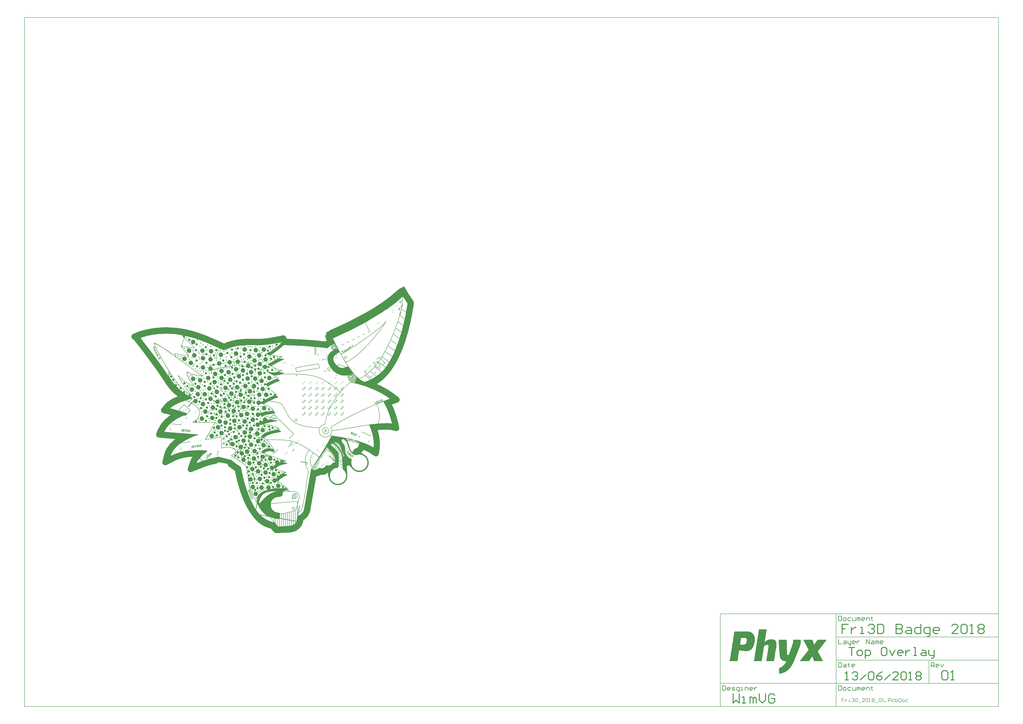
<source format=gto>
G04*
G04 #@! TF.GenerationSoftware,Altium Limited,Altium Designer,18.1.6 (161)*
G04*
G04 Layer_Color=65535*
%FSLAX25Y25*%
%MOIN*%
G70*
G01*
G75*
%ADD10C,0.01968*%
%ADD11C,0.00984*%
%ADD12C,0.03937*%
%ADD13C,0.00787*%
%ADD14C,0.09843*%
%ADD15C,0.00394*%
%ADD16C,0.00591*%
%ADD17C,0.01575*%
G36*
X225197Y407087D02*
X213681Y404626D01*
X212697Y409350D01*
X221358Y413681D01*
X225197Y407087D01*
D02*
G37*
G36*
X215634Y389496D02*
X215720Y389496D01*
X215815Y389487D01*
X215913Y389471D01*
X216120Y389436D01*
X216226Y389406D01*
X216336Y389375D01*
X216419Y389347D01*
X216459Y389328D01*
X216509Y389305D01*
X216564Y389281D01*
X216624Y389255D01*
X216757Y389187D01*
X216891Y389107D01*
X217031Y389008D01*
X217162Y388901D01*
X217167Y388899D01*
X217174Y388885D01*
X217193Y388873D01*
X217218Y388847D01*
X217248Y388814D01*
X217277Y388781D01*
X217353Y388698D01*
X217437Y388589D01*
X217518Y388470D01*
X217597Y388328D01*
X217667Y388178D01*
X216929Y387850D01*
X216925Y387857D01*
X216920Y387876D01*
X216901Y387906D01*
X216884Y387940D01*
X216860Y387989D01*
X216826Y388040D01*
X216788Y388099D01*
X216740Y388162D01*
X216692Y388224D01*
X216633Y388290D01*
X216563Y388354D01*
X216492Y388418D01*
X216413Y388473D01*
X216326Y388526D01*
X216228Y388576D01*
X216126Y388616D01*
X216070Y388635D01*
X216037Y388640D01*
X215999Y388647D01*
X215907Y388667D01*
X215809Y388683D01*
X215690Y388688D01*
X215569Y388688D01*
X215448Y388671D01*
X215443Y388673D01*
X215436Y388670D01*
X215417Y388665D01*
X215393Y388661D01*
X215334Y388641D01*
X215254Y388610D01*
X215163Y388577D01*
X215070Y388523D01*
X214969Y388464D01*
X214874Y388387D01*
X214872Y388382D01*
X214865Y388378D01*
X214850Y388366D01*
X214832Y388349D01*
X214813Y388326D01*
X214792Y388299D01*
X214735Y388232D01*
X214678Y388147D01*
X214617Y388053D01*
X214557Y387941D01*
X214508Y387813D01*
X214506Y387808D01*
X214503Y387797D01*
X214496Y387777D01*
X214494Y387754D01*
X214483Y387723D01*
X214476Y387685D01*
X214457Y387594D01*
X214441Y387495D01*
X214436Y387376D01*
X214435Y387255D01*
X214452Y387135D01*
X214451Y387129D01*
X214454Y387122D01*
X214459Y387103D01*
X214468Y387077D01*
X214483Y387020D01*
X214514Y386941D01*
X214546Y386849D01*
X214601Y386756D01*
X214660Y386656D01*
X214737Y386560D01*
X214742Y386559D01*
X214746Y386552D01*
X214758Y386536D01*
X214775Y386519D01*
X214797Y386500D01*
X214825Y386479D01*
X214892Y386422D01*
X214977Y386365D01*
X215071Y386304D01*
X215183Y386243D01*
X215311Y386194D01*
X215337Y386186D01*
X215370Y386180D01*
X215406Y386168D01*
X215461Y386161D01*
X215521Y386152D01*
X215587Y386142D01*
X215661Y386140D01*
X215742Y386141D01*
X215829Y386141D01*
X215924Y386149D01*
X216017Y386170D01*
X216117Y386193D01*
X216214Y386224D01*
X216316Y386271D01*
X216415Y386324D01*
X216803Y385611D01*
X216796Y385608D01*
X216787Y385599D01*
X216766Y385589D01*
X216739Y385575D01*
X216697Y385555D01*
X216656Y385534D01*
X216554Y385488D01*
X216429Y385443D01*
X216287Y385399D01*
X216132Y385365D01*
X215963Y385341D01*
X215957Y385343D01*
X215945Y385341D01*
X215916Y385339D01*
X215887Y385338D01*
X215840Y385336D01*
X215795Y385340D01*
X215738Y385342D01*
X215676Y385345D01*
X215602Y385347D01*
X215529Y385354D01*
X215370Y385379D01*
X215198Y385414D01*
X215015Y385470D01*
X214958Y385489D01*
X214918Y385508D01*
X214867Y385526D01*
X214813Y385555D01*
X214748Y385583D01*
X214679Y385618D01*
X214606Y385660D01*
X214524Y385705D01*
X214367Y385804D01*
X214207Y385927D01*
X214128Y385999D01*
X214054Y386070D01*
X214050Y386077D01*
X214036Y386088D01*
X214016Y386112D01*
X213992Y386143D01*
X213964Y386181D01*
X213928Y386228D01*
X213888Y386282D01*
X213851Y386340D01*
X213804Y386408D01*
X213765Y386479D01*
X213681Y386640D01*
X213609Y386819D01*
X213552Y387011D01*
X213549Y387018D01*
X213549Y387035D01*
X213542Y387067D01*
X213537Y387103D01*
X213530Y387151D01*
X213527Y387210D01*
X213520Y387276D01*
X213517Y387351D01*
X213514Y387427D01*
X213514Y387514D01*
X213523Y387609D01*
X213532Y387704D01*
X213564Y387900D01*
X213593Y388006D01*
X213623Y388111D01*
X213625Y388116D01*
X213632Y388137D01*
X213642Y388168D01*
X213660Y388202D01*
X213682Y388252D01*
X213706Y388307D01*
X213733Y388368D01*
X213773Y388435D01*
X213807Y388504D01*
X213856Y388580D01*
X213958Y388730D01*
X214019Y388807D01*
X214085Y388883D01*
X214156Y388957D01*
X214230Y389024D01*
X214237Y389028D01*
X214247Y389041D01*
X214270Y389057D01*
X214306Y389079D01*
X214346Y389112D01*
X214391Y389143D01*
X214448Y389175D01*
X214509Y389218D01*
X214578Y389253D01*
X214654Y389290D01*
X214730Y389328D01*
X214818Y389368D01*
X215000Y389427D01*
X215200Y389475D01*
X215207Y389479D01*
X215224Y389478D01*
X215255Y389485D01*
X215297Y389489D01*
X215344Y389490D01*
X215404Y389499D01*
X215473Y389498D01*
X215549Y389502D01*
X215634Y389496D01*
D02*
G37*
G36*
X212871Y377588D02*
X212933Y377585D01*
X212994Y377576D01*
X213066Y377569D01*
X213144Y377560D01*
X213225Y377544D01*
X213403Y377507D01*
X213591Y377450D01*
X213684Y377418D01*
X213724Y377399D01*
X213810Y377364D01*
X213915Y377318D01*
X214029Y377262D01*
X214151Y377198D01*
X214270Y377123D01*
X214275Y377121D01*
X214284Y377113D01*
X214303Y377100D01*
X214322Y377088D01*
X214349Y377067D01*
X214382Y377045D01*
X214456Y376991D01*
X214537Y376924D01*
X214627Y376847D01*
X214713Y376761D01*
X214792Y376671D01*
X214300Y376099D01*
X214296Y376106D01*
X214277Y376118D01*
X214257Y376142D01*
X214228Y376175D01*
X214183Y376213D01*
X214140Y376257D01*
X214081Y376305D01*
X214024Y376359D01*
X213955Y376411D01*
X213881Y376465D01*
X213721Y376571D01*
X213635Y376623D01*
X213542Y376671D01*
X213445Y376710D01*
X213349Y376748D01*
X213287Y376769D01*
X213259Y376772D01*
X213223Y376784D01*
X213137Y376802D01*
X213043Y376816D01*
X212948Y376825D01*
X212852Y376829D01*
X212765Y376812D01*
X212758Y376808D01*
X212733Y376800D01*
X212693Y376784D01*
X212649Y376759D01*
X212603Y376723D01*
X212554Y376681D01*
X212513Y376626D01*
X212485Y376560D01*
X212481Y376550D01*
X212480Y376528D01*
X212473Y376490D01*
X212474Y376443D01*
X212483Y376383D01*
X212498Y376326D01*
X212534Y376262D01*
X212587Y376198D01*
X212596Y376189D01*
X212624Y376168D01*
X212663Y376132D01*
X212723Y376088D01*
X212803Y376033D01*
X212901Y375965D01*
X213013Y375887D01*
X213147Y375807D01*
X213152Y375806D01*
X213166Y375795D01*
X213185Y375783D01*
X213214Y375767D01*
X213247Y375745D01*
X213285Y375721D01*
X213380Y375660D01*
X213476Y375587D01*
X213585Y375516D01*
X213690Y375434D01*
X213786Y375362D01*
X213792Y375360D01*
X213795Y375353D01*
X213809Y375343D01*
X213826Y375325D01*
X213869Y375282D01*
X213921Y375230D01*
X213983Y375157D01*
X214041Y375074D01*
X214096Y374981D01*
X214147Y374877D01*
X214154Y374863D01*
X214165Y374825D01*
X214180Y374768D01*
X214194Y374689D01*
X214200Y374589D01*
X214198Y374480D01*
X214179Y374354D01*
X214144Y374216D01*
X214142Y374211D01*
X214139Y374200D01*
X214133Y374185D01*
X214119Y374161D01*
X214111Y374135D01*
X214093Y374100D01*
X214057Y374026D01*
X214000Y373942D01*
X213935Y373854D01*
X213859Y373764D01*
X213762Y373682D01*
X213760Y373677D01*
X213748Y373675D01*
X213712Y373653D01*
X213653Y373615D01*
X213577Y373577D01*
X213477Y373536D01*
X213359Y373495D01*
X213228Y373464D01*
X213078Y373446D01*
X213073Y373447D01*
X213060Y373446D01*
X213036Y373442D01*
X213007Y373441D01*
X212967Y373443D01*
X212922Y373446D01*
X212871Y373446D01*
X212808Y373450D01*
X212741Y373455D01*
X212670Y373468D01*
X212593Y373477D01*
X212511Y373492D01*
X212334Y373529D01*
X212146Y373587D01*
X212068Y373613D01*
X212034Y373630D01*
X211987Y373646D01*
X211932Y373670D01*
X211877Y373694D01*
X211748Y373755D01*
X211610Y373825D01*
X211463Y373903D01*
X211322Y373997D01*
X211317Y373998D01*
X211303Y374009D01*
X211284Y374021D01*
X211262Y374040D01*
X211230Y374068D01*
X211193Y374092D01*
X211106Y374161D01*
X211019Y374243D01*
X210922Y374333D01*
X210836Y374437D01*
X210755Y374539D01*
X211272Y375097D01*
X211277Y375095D01*
X211279Y375083D01*
X211292Y375073D01*
X211303Y375052D01*
X211344Y375003D01*
X211402Y374937D01*
X211470Y374863D01*
X211552Y374783D01*
X211649Y374693D01*
X211754Y374612D01*
X211759Y374610D01*
X211767Y374601D01*
X211781Y374591D01*
X211805Y374577D01*
X211833Y374556D01*
X211867Y374539D01*
X211948Y374488D01*
X212040Y374435D01*
X212148Y374381D01*
X212264Y374330D01*
X212386Y374283D01*
X212448Y374262D01*
X212481Y374257D01*
X212517Y374245D01*
X212598Y374229D01*
X212695Y374208D01*
X212790Y374199D01*
X212887Y374196D01*
X212971Y374207D01*
X212983Y374209D01*
X213009Y374218D01*
X213044Y374235D01*
X213091Y374254D01*
X213137Y374290D01*
X213184Y374326D01*
X213226Y374381D01*
X213252Y374441D01*
X213253Y374447D01*
X213259Y374462D01*
X213262Y374490D01*
X213268Y374522D01*
X213264Y374564D01*
X213261Y374605D01*
X213247Y374650D01*
X213223Y374699D01*
X213220Y374706D01*
X213208Y374721D01*
X213192Y374744D01*
X213168Y374775D01*
X213141Y374813D01*
X213101Y374849D01*
X213053Y374894D01*
X213003Y374934D01*
X212998Y374936D01*
X212975Y374955D01*
X212943Y374977D01*
X212896Y375010D01*
X212839Y375047D01*
X212769Y375094D01*
X212688Y375144D01*
X212598Y375203D01*
X212593Y375205D01*
X212579Y375215D01*
X212560Y375227D01*
X212531Y375243D01*
X212498Y375266D01*
X212460Y375290D01*
X212365Y375351D01*
X212267Y375418D01*
X212160Y375495D01*
X212054Y375571D01*
X211957Y375644D01*
X211952Y375645D01*
X211948Y375652D01*
X211935Y375663D01*
X211917Y375680D01*
X211875Y375723D01*
X211825Y375780D01*
X211761Y375848D01*
X211702Y375931D01*
X211644Y376031D01*
X211593Y376135D01*
X211594Y376140D01*
X211586Y376149D01*
X211576Y376187D01*
X211562Y376249D01*
X211548Y376329D01*
X211542Y376429D01*
X211545Y376543D01*
X211565Y376669D01*
X211600Y376807D01*
X211602Y376812D01*
X211605Y376822D01*
X211610Y376838D01*
X211624Y376862D01*
X211633Y376888D01*
X211650Y376922D01*
X211687Y376996D01*
X211739Y377083D01*
X211805Y377176D01*
X211884Y377258D01*
X211976Y377343D01*
X211978Y377348D01*
X211990Y377349D01*
X212006Y377361D01*
X212028Y377377D01*
X212085Y377410D01*
X212163Y377452D01*
X212263Y377494D01*
X212381Y377535D01*
X212512Y377565D01*
X212657Y377586D01*
X212662Y377584D01*
X212674Y377586D01*
X212699Y377589D01*
X212733Y377589D01*
X212768Y377589D01*
X212814Y377590D01*
X212871Y377588D01*
D02*
G37*
G36*
X220079Y398031D02*
X214519Y393659D01*
X201575Y382283D01*
X190059Y373622D01*
Y374420D01*
X185039Y370472D01*
X160236Y355512D01*
X130709Y339764D01*
X99853Y325590D01*
X103647Y317321D01*
X100787Y316210D01*
X95669Y313779D01*
X91287Y309267D01*
X63386Y312598D01*
X17717Y314683D01*
X17380Y314965D01*
X7480Y306299D01*
X-5512Y297551D01*
X-10630Y298819D01*
X-12205Y299824D01*
X-5512Y302756D01*
X2362Y307874D01*
X9843Y314405D01*
X13852Y317925D01*
X13543Y318184D01*
X12670Y320079D01*
X-5906Y316072D01*
X-19291Y314266D01*
X-28196Y314567D01*
X-47244Y314486D01*
X-58661Y313779D01*
X-72441Y310630D01*
X-83968Y306241D01*
X-84055Y305807D01*
X-85236Y305413D01*
X-90748Y307874D01*
X-95068Y310531D01*
X-109055Y316535D01*
X-120374Y320866D01*
X-139764Y327658D01*
X-135630Y331201D01*
X-101772Y319291D01*
X-90335Y319193D01*
X-84449Y316929D01*
X-80610Y315453D01*
X-81615Y313009D01*
X-55118Y319291D01*
X15354Y324410D01*
X20079Y320079D01*
X74803Y317323D01*
X86221Y314567D01*
X92520Y320238D01*
X92336Y326518D01*
X88484Y335630D01*
X97675Y339370D01*
X99853Y334055D01*
X99236Y332921D01*
X190157Y382283D01*
X218898Y400787D01*
X220079Y398031D01*
D02*
G37*
G36*
X-140256Y332776D02*
X-140748Y327953D01*
X-144783Y328937D01*
X-154134Y331004D01*
X-164075Y332776D01*
X-176772Y333661D01*
X-184843Y333957D01*
X-196850Y332972D01*
X-209842Y331398D01*
X-222736Y327953D01*
X-224016Y327165D01*
X-226279Y326279D01*
X-223917Y323031D01*
X-224253Y322926D01*
X-216535Y312992D01*
X-191732Y279921D01*
X-175836Y256299D01*
X-167323Y244488D01*
X-158897Y236614D01*
X-147244Y229341D01*
X-139764Y225197D01*
X-139430Y224417D01*
X-138990Y224391D01*
X-159843Y217048D01*
X-170472Y212205D01*
X-176735Y206641D01*
X-160765Y202197D01*
X-160784Y202099D01*
X-154168Y200114D01*
X-147572Y198031D01*
X-148819Y197421D01*
X-147155Y196781D01*
X-150591Y195669D01*
X-154724Y194095D01*
X-160070Y191920D01*
X-166929Y188189D01*
X-170866Y185433D01*
X-179982Y177559D01*
X-184252Y171653D01*
X-186595Y166646D01*
X-176378Y165748D01*
X-179921Y162598D01*
X-190157Y163779D01*
X-186734Y170472D01*
X-181102Y185827D01*
X-166142Y196063D01*
X-164359Y198236D01*
X-172441Y201969D01*
X-183071Y202756D01*
X-180315Y212598D01*
X-154590Y224359D01*
X-181496Y254724D01*
X-214567Y300000D01*
X-233100Y325197D01*
X-228507Y324238D01*
X-229035Y325295D01*
X-232283Y331102D01*
X-222244Y333957D01*
X-193898Y338681D01*
X-140256Y332776D01*
D02*
G37*
G36*
X135471Y311509D02*
X134687Y311022D01*
X132974Y313783D01*
X132297Y313362D01*
X131908Y313988D01*
X133369Y314896D01*
X135471Y311509D01*
D02*
G37*
G36*
X128920Y310675D02*
X128922Y310683D01*
X128934Y310716D01*
X128949Y310764D01*
X128970Y310822D01*
X128998Y310891D01*
X129036Y310965D01*
X129082Y311046D01*
X129141Y311127D01*
X129146Y311130D01*
X129147Y311137D01*
X129169Y311164D01*
X129202Y311204D01*
X129254Y311255D01*
X129315Y311312D01*
X129385Y311375D01*
X129463Y311436D01*
X129553Y311498D01*
X129599Y311527D01*
X129635Y311543D01*
X129679Y311564D01*
X129728Y311588D01*
X129790Y311613D01*
X129854Y311634D01*
X130000Y311679D01*
X130079Y311697D01*
X130164Y311704D01*
X130249Y311712D01*
X130333Y311712D01*
X130426Y311706D01*
X130514Y311690D01*
X130521Y311688D01*
X130536Y311685D01*
X130562Y311675D01*
X130595Y311663D01*
X130635Y311650D01*
X130686Y311630D01*
X130738Y311598D01*
X130802Y311567D01*
X130865Y311528D01*
X130928Y311478D01*
X130999Y311426D01*
X131071Y311361D01*
X131141Y311289D01*
X131213Y311205D01*
X131283Y311113D01*
X131351Y311014D01*
X132275Y309525D01*
X131519Y309056D01*
X130667Y310429D01*
X130664Y310434D01*
X130658Y310443D01*
X130649Y310457D01*
X130635Y310480D01*
X130596Y310533D01*
X130539Y310594D01*
X130479Y310659D01*
X130409Y310719D01*
X130331Y310773D01*
X130244Y310809D01*
X130237Y310811D01*
X130207Y310818D01*
X130160Y310821D01*
X130098Y310828D01*
X130025Y310821D01*
X129941Y310801D01*
X129850Y310771D01*
X129755Y310718D01*
X129727Y310700D01*
X129711Y310684D01*
X129663Y310648D01*
X129607Y310594D01*
X129544Y310529D01*
X129490Y310451D01*
X129445Y310358D01*
X129412Y310255D01*
X129409Y310240D01*
X129405Y310205D01*
X129408Y310149D01*
X129410Y310073D01*
X129423Y309978D01*
X129458Y309871D01*
X129505Y309753D01*
X129571Y309627D01*
X130368Y308342D01*
X129612Y307872D01*
X127384Y311463D01*
X128140Y311932D01*
X128920Y310675D01*
D02*
G37*
G36*
X-201251Y309307D02*
X-201918Y308956D01*
X-202513Y310087D01*
X-205374Y308584D01*
X-205803Y309401D01*
X-202942Y310904D01*
X-203536Y312035D01*
X-202869Y312386D01*
X-201251Y309307D01*
D02*
G37*
G36*
X127214Y309790D02*
X127234Y309789D01*
X127266Y309789D01*
X127344Y309787D01*
X127444Y309772D01*
X127561Y309748D01*
X127687Y309711D01*
X127817Y309656D01*
X127947Y309582D01*
X127553Y308901D01*
X127550Y308906D01*
X127535Y308910D01*
X127515Y308922D01*
X127482Y308934D01*
X127401Y308961D01*
X127293Y308990D01*
X127169Y309003D01*
X127037Y308998D01*
X126962Y308984D01*
X126890Y308965D01*
X126820Y308934D01*
X126747Y308896D01*
X126719Y308878D01*
X126699Y308859D01*
X126651Y308823D01*
X126590Y308766D01*
X126525Y308694D01*
X126465Y308605D01*
X126415Y308510D01*
X126376Y308396D01*
X126373Y308381D01*
X126372Y308341D01*
X126365Y308279D01*
X126370Y308199D01*
X126379Y308102D01*
X126404Y307989D01*
X126449Y307875D01*
X126514Y307749D01*
X126517Y307744D01*
X126523Y307735D01*
X126534Y307716D01*
X126553Y307696D01*
X126571Y307668D01*
X126596Y307639D01*
X126656Y307573D01*
X126731Y307504D01*
X126818Y307436D01*
X126919Y307377D01*
X127033Y307338D01*
X127048Y307334D01*
X127087Y307333D01*
X127149Y307327D01*
X127225Y307329D01*
X127318Y307335D01*
X127421Y307354D01*
X127530Y307396D01*
X127643Y307453D01*
X127661Y307465D01*
X127677Y307481D01*
X127705Y307498D01*
X127734Y307523D01*
X127766Y307555D01*
X127832Y307635D01*
X127867Y307682D01*
X127903Y307737D01*
X127932Y307794D01*
X127960Y307862D01*
X127984Y307928D01*
X127998Y308008D01*
X128009Y308085D01*
X128005Y308173D01*
X128793Y308219D01*
X128796Y308214D01*
X128797Y308202D01*
X128797Y308182D01*
X128797Y308150D01*
X128800Y308114D01*
X128799Y308074D01*
X128791Y307973D01*
X128780Y307857D01*
X128750Y307729D01*
X128706Y307593D01*
X128643Y307457D01*
X128638Y307454D01*
X128635Y307439D01*
X128619Y307423D01*
X128604Y307395D01*
X128585Y307363D01*
X128557Y307326D01*
X128528Y307289D01*
X128490Y307247D01*
X128451Y307196D01*
X128404Y307148D01*
X128300Y307045D01*
X128173Y306940D01*
X128030Y306839D01*
X127988Y306813D01*
X127958Y306800D01*
X127921Y306777D01*
X127876Y306756D01*
X127822Y306729D01*
X127765Y306707D01*
X127638Y306653D01*
X127495Y306603D01*
X127339Y306564D01*
X127175Y306539D01*
X127170Y306537D01*
X127155Y306540D01*
X127131Y306538D01*
X127099Y306537D01*
X127060Y306539D01*
X127016Y306537D01*
X126912Y306550D01*
X126788Y306563D01*
X126648Y306591D01*
X126504Y306637D01*
X126364Y306698D01*
X126361Y306702D01*
X126346Y306706D01*
X126325Y306719D01*
X126301Y306736D01*
X126270Y306755D01*
X126231Y306776D01*
X126191Y306809D01*
X126147Y306839D01*
X126051Y306921D01*
X125944Y307022D01*
X125845Y307140D01*
X125749Y307274D01*
X125746Y307278D01*
X125737Y307292D01*
X125726Y307311D01*
X125713Y307342D01*
X125693Y307374D01*
X125672Y307419D01*
X125648Y307468D01*
X125628Y307520D01*
X125585Y307641D01*
X125546Y307777D01*
X125517Y307927D01*
X125505Y308080D01*
X125503Y308085D01*
X125506Y308100D01*
X125507Y308119D01*
X125506Y308151D01*
X125513Y308233D01*
X125531Y308340D01*
X125559Y308460D01*
X125598Y308594D01*
X125651Y308736D01*
X125724Y308877D01*
X125728Y308880D01*
X125732Y308895D01*
X125745Y308916D01*
X125767Y308943D01*
X125786Y308974D01*
X125819Y309014D01*
X125852Y309054D01*
X125887Y309101D01*
X125931Y309154D01*
X125978Y309203D01*
X126091Y309311D01*
X126219Y309416D01*
X126366Y309520D01*
X126408Y309546D01*
X126438Y309559D01*
X126476Y309582D01*
X126520Y309603D01*
X126569Y309627D01*
X126626Y309650D01*
X126749Y309700D01*
X126890Y309743D01*
X127036Y309776D01*
X127194Y309790D01*
X127199Y309793D01*
X127214Y309790D01*
D02*
G37*
G36*
X126049Y305661D02*
X125330Y305215D01*
X125140Y305521D01*
X125142Y305509D01*
X125130Y305476D01*
X125119Y305431D01*
X125096Y305365D01*
X125071Y305291D01*
X125036Y305212D01*
X124993Y305127D01*
X124942Y305044D01*
X124935Y305033D01*
X124913Y305007D01*
X124880Y304967D01*
X124833Y304919D01*
X124779Y304860D01*
X124709Y304797D01*
X124632Y304736D01*
X124546Y304677D01*
X124495Y304645D01*
X124460Y304629D01*
X124411Y304605D01*
X124357Y304578D01*
X124295Y304553D01*
X124226Y304529D01*
X124076Y304481D01*
X123994Y304469D01*
X123907Y304453D01*
X123818Y304443D01*
X123730Y304439D01*
X123640Y304448D01*
X123548Y304462D01*
X123541Y304464D01*
X123526Y304467D01*
X123500Y304477D01*
X123468Y304489D01*
X123424Y304507D01*
X123378Y304530D01*
X123321Y304559D01*
X123262Y304592D01*
X123199Y304631D01*
X123131Y304679D01*
X123062Y304738D01*
X122990Y304803D01*
X122919Y304875D01*
X122848Y304959D01*
X122778Y305051D01*
X122707Y305154D01*
X121794Y306625D01*
X122546Y307091D01*
X123390Y305732D01*
X123393Y305728D01*
X123407Y305704D01*
X123432Y305675D01*
X123459Y305641D01*
X123500Y305595D01*
X123541Y305550D01*
X123594Y305506D01*
X123651Y305457D01*
X123716Y305414D01*
X123787Y305381D01*
X123861Y305356D01*
X123943Y305337D01*
X124027Y305337D01*
X124117Y305348D01*
X124212Y305381D01*
X124310Y305430D01*
X124338Y305447D01*
X124354Y305463D01*
X124402Y305499D01*
X124453Y305551D01*
X124512Y305612D01*
X124566Y305691D01*
X124609Y305776D01*
X124637Y305876D01*
X124640Y305892D01*
X124644Y305926D01*
X124642Y305982D01*
X124640Y306058D01*
X124626Y306153D01*
X124592Y306260D01*
X124544Y306378D01*
X124478Y306504D01*
X123678Y307794D01*
X124434Y308263D01*
X126049Y305661D01*
D02*
G37*
G36*
X-202494Y308173D02*
X-202474Y308171D01*
X-202442Y308169D01*
X-202361Y308156D01*
X-202256Y308131D01*
X-202140Y308100D01*
X-202010Y308051D01*
X-201872Y307988D01*
X-201736Y307905D01*
X-201733Y307900D01*
X-201719Y307896D01*
X-201699Y307881D01*
X-201674Y307857D01*
X-201644Y307836D01*
X-201609Y307805D01*
X-201572Y307769D01*
X-201525Y307726D01*
X-201478Y307683D01*
X-201432Y307633D01*
X-201335Y307517D01*
X-201237Y307378D01*
X-201146Y307228D01*
X-201123Y307185D01*
X-201113Y307153D01*
X-201092Y307115D01*
X-201074Y307068D01*
X-201054Y307017D01*
X-201035Y306959D01*
X-200991Y306828D01*
X-200957Y306680D01*
X-200932Y306527D01*
X-200926Y306363D01*
X-200923Y306358D01*
X-200928Y306344D01*
X-200927Y306319D01*
X-200929Y306287D01*
X-200936Y306253D01*
X-200937Y306209D01*
X-200955Y306101D01*
X-200979Y305983D01*
X-201018Y305846D01*
X-201076Y305711D01*
X-201147Y305575D01*
X-201152Y305572D01*
X-201156Y305557D01*
X-201170Y305538D01*
X-201185Y305518D01*
X-201211Y305486D01*
X-201235Y305448D01*
X-201266Y305414D01*
X-201304Y305369D01*
X-201392Y305279D01*
X-201495Y305182D01*
X-201621Y305091D01*
X-201765Y305003D01*
X-201770Y305000D01*
X-201785Y304993D01*
X-201804Y304983D01*
X-201835Y304972D01*
X-201869Y304954D01*
X-201915Y304936D01*
X-201961Y304918D01*
X-202020Y304900D01*
X-202144Y304866D01*
X-202282Y304836D01*
X-202433Y304819D01*
X-202587Y304818D01*
X-202592Y304815D01*
X-202607Y304820D01*
X-202626Y304822D01*
X-202658Y304824D01*
X-202739Y304837D01*
X-202842Y304857D01*
X-202960Y304893D01*
X-203088Y304937D01*
X-203226Y305000D01*
X-203362Y305083D01*
X-203364Y305088D01*
X-203379Y305093D01*
X-203394Y305109D01*
X-203421Y305126D01*
X-203449Y305155D01*
X-203484Y305186D01*
X-203526Y305219D01*
X-203566Y305260D01*
X-203608Y305305D01*
X-203660Y305358D01*
X-203753Y305476D01*
X-203849Y305610D01*
X-203940Y305760D01*
X-203962Y305804D01*
X-203973Y305835D01*
X-203993Y305874D01*
X-204011Y305920D01*
X-204032Y305971D01*
X-204050Y306029D01*
X-204094Y306160D01*
X-204134Y306306D01*
X-204161Y306464D01*
X-204172Y306625D01*
X-204174Y306630D01*
X-204170Y306644D01*
X-204170Y306669D01*
X-204169Y306701D01*
X-204162Y306735D01*
X-204160Y306779D01*
X-204143Y306887D01*
X-204121Y307009D01*
X-204080Y307142D01*
X-204024Y307282D01*
X-203954Y307418D01*
X-203949Y307421D01*
X-203944Y307435D01*
X-203930Y307455D01*
X-203911Y307478D01*
X-203889Y307507D01*
X-203863Y307540D01*
X-203830Y307582D01*
X-203794Y307619D01*
X-203708Y307714D01*
X-203597Y307809D01*
X-203472Y307899D01*
X-203332Y307985D01*
X-203328Y307988D01*
X-203313Y307995D01*
X-203294Y308005D01*
X-203262Y308016D01*
X-203228Y308034D01*
X-203182Y308052D01*
X-203132Y308072D01*
X-203078Y308088D01*
X-202954Y308122D01*
X-202818Y308157D01*
X-202667Y308174D01*
X-202513Y308175D01*
X-202508Y308178D01*
X-202494Y308173D01*
D02*
G37*
G36*
X120715Y305756D02*
X120739Y305758D01*
X120771Y305758D01*
X120806Y305754D01*
X120850Y305756D01*
X120958Y305746D01*
X121078Y305730D01*
X121218Y305701D01*
X121357Y305653D01*
X121497Y305592D01*
X121500Y305588D01*
X121515Y305584D01*
X121536Y305571D01*
X121557Y305558D01*
X121591Y305535D01*
X121630Y305514D01*
X121667Y305485D01*
X121714Y305450D01*
X121810Y305368D01*
X121914Y305273D01*
X122013Y305154D01*
X122112Y305016D01*
X122115Y305012D01*
X122123Y304998D01*
X122135Y304979D01*
X122148Y304948D01*
X122168Y304916D01*
X122189Y304871D01*
X122210Y304827D01*
X122233Y304770D01*
X122276Y304649D01*
X122315Y304513D01*
X122344Y304363D01*
X122355Y304210D01*
X122358Y304205D01*
X122355Y304190D01*
X122354Y304170D01*
X122355Y304139D01*
X122347Y304057D01*
X122335Y303953D01*
X122307Y303833D01*
X122272Y303702D01*
X122219Y303560D01*
X122146Y303418D01*
X122142Y303415D01*
X122138Y303400D01*
X122123Y303384D01*
X122108Y303356D01*
X122081Y303326D01*
X122053Y303289D01*
X122022Y303245D01*
X121985Y303202D01*
X121942Y303157D01*
X121894Y303101D01*
X121783Y303000D01*
X121655Y302895D01*
X121512Y302793D01*
X121471Y302767D01*
X121440Y302755D01*
X121403Y302732D01*
X121358Y302711D01*
X121309Y302686D01*
X121252Y302664D01*
X121125Y302610D01*
X120982Y302561D01*
X120826Y302522D01*
X120666Y302500D01*
X120662Y302497D01*
X120647Y302500D01*
X120622Y302498D01*
X120591Y302498D01*
X120556Y302502D01*
X120512Y302500D01*
X120403Y302510D01*
X120279Y302523D01*
X120144Y302554D01*
X120000Y302600D01*
X119860Y302661D01*
X119857Y302665D01*
X119842Y302669D01*
X119821Y302682D01*
X119797Y302699D01*
X119766Y302718D01*
X119732Y302742D01*
X119687Y302772D01*
X119648Y302805D01*
X119547Y302885D01*
X119445Y302988D01*
X119345Y303106D01*
X119250Y303240D01*
X119247Y303244D01*
X119238Y303258D01*
X119227Y303277D01*
X119214Y303308D01*
X119194Y303340D01*
X119173Y303385D01*
X119148Y303434D01*
X119129Y303486D01*
X119086Y303607D01*
X119042Y303740D01*
X119013Y303890D01*
X119001Y304043D01*
X118999Y304048D01*
X119002Y304063D01*
X119003Y304082D01*
X119002Y304114D01*
X119009Y304196D01*
X119027Y304303D01*
X119050Y304420D01*
X119089Y304554D01*
X119142Y304696D01*
X119215Y304838D01*
X119220Y304841D01*
X119223Y304856D01*
X119236Y304876D01*
X119258Y304903D01*
X119277Y304934D01*
X119306Y304971D01*
X119339Y305011D01*
X119378Y305061D01*
X119418Y305111D01*
X119465Y305160D01*
X119573Y305265D01*
X119705Y305373D01*
X119848Y305475D01*
X119890Y305501D01*
X119921Y305513D01*
X119958Y305536D01*
X120002Y305558D01*
X120052Y305582D01*
X120108Y305604D01*
X120236Y305658D01*
X120381Y305703D01*
X120532Y305739D01*
X120695Y305756D01*
X120700Y305759D01*
X120715Y305756D01*
D02*
G37*
G36*
X-199726Y304421D02*
X-201143Y303677D01*
X-201147Y303675D01*
X-201172Y303662D01*
X-201203Y303639D01*
X-201239Y303614D01*
X-201287Y303576D01*
X-201335Y303539D01*
X-201383Y303489D01*
X-201436Y303437D01*
X-201483Y303375D01*
X-201521Y303306D01*
X-201551Y303234D01*
X-201576Y303153D01*
X-201582Y303070D01*
X-201578Y302980D01*
X-201552Y302883D01*
X-201510Y302781D01*
X-201495Y302752D01*
X-201480Y302735D01*
X-201447Y302684D01*
X-201400Y302629D01*
X-201342Y302567D01*
X-201268Y302507D01*
X-201186Y302458D01*
X-201088Y302423D01*
X-201073Y302418D01*
X-201039Y302412D01*
X-200983Y302410D01*
X-200907Y302407D01*
X-200812Y302414D01*
X-200702Y302441D01*
X-200581Y302480D01*
X-200450Y302536D01*
X-199107Y303242D01*
X-198693Y302454D01*
X-201404Y301029D01*
X-201798Y301779D01*
X-201479Y301946D01*
X-201491Y301946D01*
X-201523Y301960D01*
X-201567Y301974D01*
X-201631Y302002D01*
X-201703Y302032D01*
X-201779Y302072D01*
X-201861Y302122D01*
X-201940Y302179D01*
X-201950Y302186D01*
X-201975Y302210D01*
X-202012Y302245D01*
X-202057Y302296D01*
X-202112Y302353D01*
X-202170Y302428D01*
X-202225Y302510D01*
X-202278Y302599D01*
X-202306Y302652D01*
X-202319Y302689D01*
X-202340Y302740D01*
X-202363Y302795D01*
X-202384Y302858D01*
X-202402Y302929D01*
X-202440Y303082D01*
X-202446Y303165D01*
X-202455Y303253D01*
X-202460Y303343D01*
X-202456Y303431D01*
X-202441Y303519D01*
X-202421Y303610D01*
X-202419Y303617D01*
X-202414Y303632D01*
X-202402Y303657D01*
X-202388Y303689D01*
X-202367Y303731D01*
X-202341Y303775D01*
X-202308Y303829D01*
X-202270Y303886D01*
X-202227Y303946D01*
X-202175Y304010D01*
X-202110Y304075D01*
X-202041Y304143D01*
X-201964Y304208D01*
X-201875Y304273D01*
X-201779Y304336D01*
X-201670Y304399D01*
X-200138Y305204D01*
X-199726Y304421D01*
D02*
G37*
G36*
X118180Y304580D02*
X117094Y303907D01*
X118799Y301160D01*
X118015Y300674D01*
X116310Y303420D01*
X115225Y302746D01*
X114827Y303386D01*
X117782Y305221D01*
X118180Y304580D01*
D02*
G37*
G36*
X-198933Y301397D02*
X-198913Y301395D01*
X-198881Y301393D01*
X-198800Y301380D01*
X-198695Y301355D01*
X-198577Y301318D01*
X-198447Y301270D01*
X-198309Y301207D01*
X-198172Y301124D01*
X-198170Y301119D01*
X-198155Y301115D01*
X-198135Y301100D01*
X-198110Y301076D01*
X-198081Y301055D01*
X-198043Y301019D01*
X-198006Y300983D01*
X-197961Y300945D01*
X-197911Y300897D01*
X-197866Y300847D01*
X-197766Y300727D01*
X-197671Y300592D01*
X-197577Y300437D01*
X-197555Y300394D01*
X-197544Y300362D01*
X-197524Y300324D01*
X-197506Y300278D01*
X-197485Y300227D01*
X-197467Y300169D01*
X-197425Y300042D01*
X-197393Y299899D01*
X-197371Y299750D01*
X-197367Y299592D01*
X-197365Y299587D01*
X-197369Y299572D01*
X-197371Y299553D01*
X-197373Y299521D01*
X-197381Y299443D01*
X-197404Y299344D01*
X-197436Y299229D01*
X-197482Y299106D01*
X-197546Y298980D01*
X-197628Y298856D01*
X-198280Y299297D01*
X-198275Y299300D01*
X-198270Y299315D01*
X-198256Y299335D01*
X-198242Y299366D01*
X-198209Y299445D01*
X-198172Y299551D01*
X-198151Y299674D01*
X-198146Y299806D01*
X-198155Y299881D01*
X-198168Y299954D01*
X-198194Y300027D01*
X-198228Y300102D01*
X-198243Y300131D01*
X-198260Y300153D01*
X-198293Y300203D01*
X-198346Y300268D01*
X-198413Y300338D01*
X-198497Y300404D01*
X-198589Y300461D01*
X-198700Y300508D01*
X-198714Y300512D01*
X-198754Y300516D01*
X-198815Y300527D01*
X-198896Y300528D01*
X-198993Y300526D01*
X-199108Y300509D01*
X-199224Y300473D01*
X-199355Y300416D01*
X-199360Y300414D01*
X-199369Y300409D01*
X-199389Y300398D01*
X-199410Y300381D01*
X-199439Y300366D01*
X-199471Y300343D01*
X-199540Y300288D01*
X-199615Y300218D01*
X-199689Y300136D01*
X-199755Y300039D01*
X-199802Y299928D01*
X-199806Y299914D01*
X-199810Y299875D01*
X-199821Y299813D01*
X-199825Y299738D01*
X-199825Y299645D01*
X-199813Y299540D01*
X-199779Y299428D01*
X-199731Y299312D01*
X-199721Y299293D01*
X-199706Y299276D01*
X-199690Y299247D01*
X-199668Y299216D01*
X-199638Y299182D01*
X-199563Y299110D01*
X-199518Y299072D01*
X-199466Y299032D01*
X-199412Y298998D01*
X-199345Y298966D01*
X-199281Y298938D01*
X-199203Y298917D01*
X-199127Y298902D01*
X-199039Y298899D01*
X-199049Y298110D01*
X-199054Y298107D01*
X-199066Y298107D01*
X-199086Y298109D01*
X-199118Y298111D01*
X-199154Y298110D01*
X-199194Y298114D01*
X-199294Y298129D01*
X-199409Y298149D01*
X-199535Y298188D01*
X-199668Y298241D01*
X-199798Y298314D01*
X-199801Y298319D01*
X-199816Y298324D01*
X-199831Y298340D01*
X-199858Y298357D01*
X-199888Y298378D01*
X-199923Y298409D01*
X-199957Y298440D01*
X-199997Y298481D01*
X-200044Y298524D01*
X-200090Y298574D01*
X-200184Y298685D01*
X-200280Y298820D01*
X-200371Y298969D01*
X-200394Y299013D01*
X-200404Y299044D01*
X-200425Y299083D01*
X-200443Y299129D01*
X-200466Y299185D01*
X-200484Y299243D01*
X-200528Y299374D01*
X-200568Y299520D01*
X-200595Y299678D01*
X-200608Y299844D01*
X-200611Y299849D01*
X-200606Y299863D01*
X-200607Y299888D01*
X-200605Y299920D01*
X-200601Y299959D01*
X-200599Y300003D01*
X-200580Y300106D01*
X-200558Y300228D01*
X-200519Y300366D01*
X-200463Y300506D01*
X-200393Y300642D01*
X-200388Y300644D01*
X-200383Y300659D01*
X-200369Y300679D01*
X-200350Y300701D01*
X-200328Y300731D01*
X-200305Y300768D01*
X-200269Y300806D01*
X-200236Y300848D01*
X-200147Y300938D01*
X-200039Y301037D01*
X-199914Y301128D01*
X-199774Y301214D01*
X-199769Y301216D01*
X-199755Y301224D01*
X-199735Y301234D01*
X-199704Y301244D01*
X-199670Y301262D01*
X-199624Y301280D01*
X-199573Y301301D01*
X-199520Y301316D01*
X-199396Y301351D01*
X-199257Y301380D01*
X-199106Y301398D01*
X-198952Y301399D01*
X-198947Y301401D01*
X-198933Y301397D01*
D02*
G37*
G36*
X-195299Y298496D02*
X-196608Y297807D01*
X-196601Y297805D01*
X-196569Y297791D01*
X-196522Y297772D01*
X-196466Y297746D01*
X-196399Y297714D01*
X-196327Y297671D01*
X-196250Y297619D01*
X-196173Y297555D01*
X-196171Y297550D01*
X-196163Y297548D01*
X-196139Y297524D01*
X-196101Y297488D01*
X-196054Y297432D01*
X-196001Y297368D01*
X-195943Y297293D01*
X-195888Y297211D01*
X-195832Y297117D01*
X-195807Y297069D01*
X-195794Y297032D01*
X-195776Y296986D01*
X-195756Y296935D01*
X-195735Y296872D01*
X-195719Y296807D01*
X-195684Y296658D01*
X-195673Y296578D01*
X-195671Y296493D01*
X-195669Y296407D01*
X-195675Y296324D01*
X-195687Y296231D01*
X-195710Y296145D01*
X-195712Y296138D01*
X-195717Y296123D01*
X-195729Y296098D01*
X-195743Y296066D01*
X-195759Y296027D01*
X-195782Y295977D01*
X-195818Y295928D01*
X-195853Y295866D01*
X-195896Y295807D01*
X-195951Y295747D01*
X-196009Y295680D01*
X-196078Y295613D01*
X-196155Y295547D01*
X-196244Y295482D01*
X-196340Y295419D01*
X-196444Y295358D01*
X-197996Y294543D01*
X-198410Y295331D01*
X-196979Y296083D01*
X-196974Y296085D01*
X-196964Y296090D01*
X-196950Y296098D01*
X-196926Y296111D01*
X-196870Y296146D01*
X-196805Y296199D01*
X-196736Y296254D01*
X-196671Y296319D01*
X-196611Y296393D01*
X-196569Y296477D01*
X-196567Y296484D01*
X-196558Y296514D01*
X-196551Y296560D01*
X-196540Y296622D01*
X-196542Y296695D01*
X-196556Y296780D01*
X-196580Y296872D01*
X-196626Y296972D01*
X-196641Y297001D01*
X-196656Y297017D01*
X-196689Y297068D01*
X-196739Y297128D01*
X-196799Y297195D01*
X-196873Y297255D01*
X-196962Y297307D01*
X-197063Y297346D01*
X-197078Y297351D01*
X-197112Y297357D01*
X-197168Y297359D01*
X-197244Y297362D01*
X-197339Y297355D01*
X-197449Y297329D01*
X-197570Y297289D01*
X-197701Y297233D01*
X-199039Y296530D01*
X-199453Y297317D01*
X-195712Y299283D01*
X-195299Y298496D01*
D02*
G37*
G36*
X-194027Y293822D02*
X-193983Y293821D01*
X-193932Y293817D01*
X-193809Y293807D01*
X-193667Y293783D01*
X-193510Y293742D01*
X-193353Y293689D01*
X-193202Y293614D01*
X-193195Y293612D01*
X-193185Y293605D01*
X-193165Y293590D01*
X-193135Y293569D01*
X-193105Y293548D01*
X-193066Y293519D01*
X-193024Y293486D01*
X-192972Y293445D01*
X-192924Y293402D01*
X-192872Y293350D01*
X-192770Y293237D01*
X-192669Y293105D01*
X-192619Y293033D01*
X-192553Y292907D01*
X-192542Y292875D01*
X-192522Y292837D01*
X-192501Y292786D01*
X-192486Y292732D01*
X-192468Y292674D01*
X-192426Y292536D01*
X-192396Y292385D01*
X-192378Y292222D01*
X-192376Y292136D01*
X-192382Y292053D01*
X-192379Y292048D01*
X-192384Y292033D01*
X-192388Y292006D01*
X-192390Y291975D01*
X-192399Y291933D01*
X-192410Y291884D01*
X-192421Y291835D01*
X-192437Y291771D01*
X-192481Y291643D01*
X-192544Y291493D01*
X-192624Y291340D01*
X-192728Y291186D01*
X-192733Y291184D01*
X-192742Y291166D01*
X-192762Y291144D01*
X-192785Y291119D01*
X-192814Y291080D01*
X-192855Y291040D01*
X-192898Y290992D01*
X-192950Y290940D01*
X-193010Y290890D01*
X-193078Y290830D01*
X-193149Y290768D01*
X-193224Y290710D01*
X-193311Y290652D01*
X-193402Y290592D01*
X-193605Y290473D01*
X-193610Y290470D01*
X-193629Y290460D01*
X-193658Y290445D01*
X-193704Y290427D01*
X-193753Y290401D01*
X-193813Y290376D01*
X-193879Y290347D01*
X-193956Y290319D01*
X-194119Y290264D01*
X-194301Y290212D01*
X-194495Y290171D01*
X-194690Y290155D01*
X-194695Y290153D01*
X-194715Y290155D01*
X-194739Y290154D01*
X-194776Y290153D01*
X-194820Y290155D01*
X-194871Y290159D01*
X-194996Y290173D01*
X-195138Y290197D01*
X-195293Y290233D01*
X-195445Y290289D01*
X-195601Y290361D01*
X-195603Y290366D01*
X-195618Y290371D01*
X-195638Y290385D01*
X-195665Y290402D01*
X-195697Y290428D01*
X-195737Y290456D01*
X-195779Y290490D01*
X-195826Y290533D01*
X-195874Y290576D01*
X-195926Y290628D01*
X-196028Y290741D01*
X-196131Y290878D01*
X-196177Y290953D01*
X-196225Y291033D01*
X-196248Y291076D01*
X-196258Y291108D01*
X-196278Y291146D01*
X-196296Y291192D01*
X-196315Y291251D01*
X-196333Y291309D01*
X-196372Y291442D01*
X-196402Y291593D01*
X-196420Y291757D01*
X-196424Y291835D01*
X-196421Y291923D01*
X-196419Y291930D01*
X-196419Y291942D01*
X-196415Y291969D01*
X-196413Y292001D01*
X-196404Y292043D01*
X-196393Y292092D01*
X-196381Y292141D01*
X-196366Y292205D01*
X-196320Y292340D01*
X-196259Y292483D01*
X-196179Y292636D01*
X-196077Y292794D01*
X-196072Y292797D01*
X-196063Y292814D01*
X-196044Y292836D01*
X-196020Y292861D01*
X-195989Y292896D01*
X-195951Y292941D01*
X-195905Y292983D01*
X-195852Y293036D01*
X-195795Y293090D01*
X-195725Y293146D01*
X-195653Y293208D01*
X-195574Y293268D01*
X-195492Y293324D01*
X-195400Y293384D01*
X-195198Y293503D01*
X-195193Y293506D01*
X-195174Y293516D01*
X-195144Y293531D01*
X-195098Y293549D01*
X-195050Y293574D01*
X-194990Y293600D01*
X-194924Y293628D01*
X-194847Y293657D01*
X-194684Y293711D01*
X-194502Y293764D01*
X-194307Y293804D01*
X-194115Y293825D01*
X-194107Y293823D01*
X-194090Y293826D01*
X-194066Y293826D01*
X-194027Y293822D01*
D02*
G37*
G36*
X16535Y290356D02*
X-4844Y278840D01*
X-9811Y281493D01*
X8505Y291732D01*
X16535Y290356D01*
D02*
G37*
G36*
X10464Y268110D02*
X14146Y267078D01*
X16852Y267189D01*
X11417Y264567D01*
X6299Y263386D01*
X-785Y263161D01*
X-10630Y268504D01*
X-3272Y267323D01*
X-507D01*
X3012Y267078D01*
X8268Y268898D01*
X10464Y268110D01*
D02*
G37*
G36*
X-147363Y269244D02*
X-147326Y269251D01*
X-147250Y269250D01*
X-147176Y269234D01*
X-147106Y269205D01*
X-147075Y269184D01*
X-147075D01*
X-147075Y269184D01*
X-147074Y269183D01*
X-147073Y269183D01*
X-147073Y269183D01*
X-147073Y269182D01*
X-146979Y269120D01*
X-146791Y268997D01*
X-146603Y268874D01*
X-146414Y268752D01*
X-146320Y268692D01*
X-146319Y268691D01*
X-146318Y268691D01*
X-146317Y268690D01*
X-146316Y268690D01*
X-146316Y268689D01*
X-145923Y268441D01*
X-145128Y267960D01*
X-144321Y267499D01*
X-143502Y267059D01*
X-143089Y266847D01*
X-143089Y266847D01*
X-143040Y266823D01*
X-142959Y266748D01*
X-142902Y266655D01*
X-142872Y266549D01*
Y266494D01*
Y266391D01*
X-142972Y266212D01*
X-143147Y266104D01*
X-143353Y266095D01*
X-143445Y266142D01*
X-143868Y266355D01*
X-144704Y266805D01*
X-145528Y267275D01*
X-146340Y267766D01*
X-146739Y268022D01*
X-146740Y268022D01*
X-146740Y268022D01*
X-146740Y268023D01*
X-146741Y268023D01*
X-146741Y268023D01*
X-146770Y268042D01*
X-146828Y268079D01*
X-146887Y268116D01*
X-146945Y268154D01*
X-146974Y268173D01*
X-146994Y267858D01*
X-147002Y267228D01*
X-146967Y266599D01*
X-146890Y265973D01*
X-146836Y265663D01*
X-146836Y265660D01*
Y265660D01*
X-146836Y265660D01*
X-146836Y265662D01*
X-146836Y265662D01*
X-146836Y265662D01*
X-146836Y265663D01*
X-146836D01*
X-146836Y265662D01*
X-146836Y265662D01*
X-146836Y265661D01*
X-146836Y265660D01*
X-146836Y265660D01*
X-146836Y265660D01*
X-146836Y265658D01*
X-146835Y265656D01*
X-146835Y265655D01*
Y265655D01*
X-146778Y265355D01*
X-146648Y264757D01*
X-146495Y264165D01*
X-146321Y263579D01*
X-146225Y263288D01*
X-146225Y263288D01*
X-146220Y263273D01*
X-146212Y263242D01*
X-146207Y263210D01*
X-146204Y263178D01*
Y263161D01*
Y263117D01*
X-146224Y263031D01*
X-146262Y262951D01*
X-146317Y262882D01*
X-146351Y262854D01*
X-146351Y262854D01*
X-146166Y262236D01*
X-145732Y261021D01*
X-145216Y259838D01*
X-144620Y258693D01*
X-144293Y258137D01*
X-144235Y258145D01*
X-144119Y258127D01*
X-144014Y258076D01*
X-143928Y257996D01*
X-143898Y257945D01*
X-142732Y255956D01*
X-142151Y254980D01*
X-141569Y254025D01*
X-140988Y253095D01*
X-140988Y253095D01*
X-140973Y253071D01*
X-140950Y253021D01*
X-140935Y252968D01*
X-140927Y252913D01*
Y252885D01*
Y252753D01*
X-141086Y252542D01*
X-141341Y252469D01*
X-141587Y252563D01*
X-141658Y252675D01*
X-142241Y253608D01*
X-142241Y253608D01*
X-142242Y253609D01*
X-142243Y253610D01*
X-142243Y253611D01*
X-142244Y253612D01*
X-142827Y254571D01*
X-142827Y254571D01*
X-142827Y254572D01*
X-142828Y254572D01*
X-142828Y254573D01*
X-142828Y254573D01*
X-142828Y254573D01*
X-142828Y254573D01*
X-142829Y254573D01*
X-142829Y254574D01*
X-142829Y254574D01*
X-142829Y254574D01*
X-142829Y254574D01*
X-142829Y254574D01*
X-142829Y254574D01*
X-142829Y254573D01*
X-142829Y254573D01*
X-142828Y254573D01*
X-142829Y254574D01*
X-142829Y254574D01*
X-143412Y255552D01*
Y255552D01*
X-143412Y255552D01*
X-143412Y255552D01*
X-143412Y255552D01*
Y255552D01*
X-143412Y255553D01*
X-143412Y255553D01*
X-143412Y255553D01*
X-143413Y255554D01*
X-143413Y255555D01*
X-143413Y255555D01*
X-144089Y256708D01*
X-144138Y256708D01*
X-144234Y256730D01*
X-144321Y256775D01*
X-144394Y256840D01*
X-144422Y256880D01*
Y256880D01*
X-144869Y257536D01*
X-145656Y258913D01*
X-146329Y260350D01*
X-146884Y261837D01*
X-147317Y263363D01*
X-147626Y264919D01*
X-147809Y266495D01*
X-147864Y268081D01*
X-147828Y268873D01*
X-147824Y268959D01*
X-147746Y269111D01*
X-147613Y269217D01*
X-147448Y269259D01*
X-147363Y269244D01*
D02*
G37*
G36*
X111424Y302740D02*
X107828Y300394D01*
X104758Y298296D01*
X102756Y296457D01*
X100533Y292520D01*
X100787Y288385D01*
X103150Y283465D01*
X106299Y279528D01*
X110492Y276378D01*
X116929Y275197D01*
X121653Y275984D01*
X126422Y277882D01*
X126772Y276772D01*
X129528Y273228D01*
X135310Y265939D01*
X134252Y265354D01*
X131474Y264567D01*
X128347Y263776D01*
X125591Y262992D01*
X121653Y262598D01*
X117855D01*
X111024Y264173D01*
X108661Y265134D01*
X105506Y267197D01*
X102362Y269291D01*
X99606Y272051D01*
X97913Y274410D01*
X96457Y276772D01*
X94488Y279528D01*
X92913Y283465D01*
X91514Y287402D01*
X90945Y290251D01*
X91514Y294094D01*
X92913Y297244D01*
X94095Y299213D01*
X96981Y301969D01*
X98425Y303543D01*
X100314Y304515D01*
X108507Y308295D01*
X111424Y302740D01*
D02*
G37*
G36*
X-143412Y255553D02*
X-143412Y255553D01*
X-143412Y255553D01*
X-143412Y255553D01*
X-143412Y255553D01*
D02*
G37*
G36*
X-143412Y255553D02*
X-143412Y255552D01*
X-143412D01*
X-143412Y255553D01*
X-143412Y255553D01*
D02*
G37*
G36*
X-153436Y253557D02*
X-153435Y253556D01*
X-153435Y253556D01*
X-153434Y253555D01*
X-153434Y253555D01*
X-153434Y253555D01*
X-153434Y253555D01*
X-153435Y253556D01*
X-153435Y253556D01*
X-153436Y253556D01*
X-153436Y253557D01*
X-153436Y253557D01*
X-153436Y253557D01*
D02*
G37*
G36*
X194380Y277165D02*
X185433Y264173D01*
X173228Y251969D01*
X174016Y245669D01*
X173328Y242232D01*
X181102Y240551D01*
X203150Y226772D01*
Y218898D01*
X190025Y211417D01*
X186692Y218862D01*
X192126Y220999D01*
X197244Y223228D01*
X187008Y231102D01*
X172456Y237871D01*
X172441Y237795D01*
X160236Y243307D01*
X138003Y250000D01*
X141281Y259829D01*
X145169Y256635D01*
X148425Y253482D01*
X154724Y251286D01*
X162598Y254331D01*
X170079Y258661D01*
X181848Y266646D01*
X190945Y276772D01*
X198425Y289370D01*
X213779Y310630D01*
X194380Y277165D01*
D02*
G37*
G36*
X10047Y253857D02*
X5118Y251969D01*
X-2575Y248576D01*
X-10644Y244136D01*
X-13561Y247747D01*
X-10236Y250000D01*
X5326Y256912D01*
X10047Y253857D01*
D02*
G37*
G36*
X4626Y230217D02*
X2953Y229429D01*
X-787Y228150D01*
X591Y229724D01*
X2362Y231594D01*
X4626Y230217D01*
D02*
G37*
G36*
X184086Y222317D02*
X184208Y222306D01*
X184326Y222288D01*
X184320Y221534D01*
X184313Y221537D01*
X184290Y221534D01*
X184259Y221539D01*
X184215Y221546D01*
X184157Y221546D01*
X184096Y221551D01*
X184020Y221550D01*
X183942Y221555D01*
X183855Y221550D01*
X183764Y221543D01*
X183573Y221520D01*
X183474Y221505D01*
X183372Y221482D01*
X183273Y221448D01*
X183175Y221415D01*
X183114Y221391D01*
X183090Y221376D01*
X183055Y221362D01*
X182978Y221320D01*
X182897Y221270D01*
X182819Y221216D01*
X182743Y221156D01*
X182688Y221088D01*
X182685Y221080D01*
X182671Y221057D01*
X182650Y221020D01*
X182634Y220972D01*
X182621Y220914D01*
X182611Y220851D01*
X182615Y220783D01*
X182636Y220715D01*
X182640Y220704D01*
X182653Y220686D01*
X182672Y220653D01*
X182703Y220618D01*
X182749Y220577D01*
X182798Y220544D01*
X182866Y220518D01*
X182949Y220504D01*
X182961Y220503D01*
X182995Y220504D01*
X183049Y220502D01*
X183123Y220508D01*
X183219Y220517D01*
X183338Y220529D01*
X183474Y220541D01*
X183628Y220567D01*
X183633Y220569D01*
X183650Y220570D01*
X183673Y220573D01*
X183705Y220580D01*
X183745Y220584D01*
X183789Y220590D01*
X183901Y220605D01*
X184022Y220612D01*
X184150Y220627D01*
X184283Y220633D01*
X184404Y220640D01*
X184409Y220642D01*
X184416Y220639D01*
X184433Y220639D01*
X184458Y220637D01*
X184519Y220632D01*
X184591Y220626D01*
X184686Y220610D01*
X184784Y220585D01*
X184886Y220549D01*
X184993Y220503D01*
X185007Y220497D01*
X185039Y220474D01*
X185088Y220441D01*
X185149Y220389D01*
X185219Y220317D01*
X185288Y220232D01*
X185354Y220123D01*
X185417Y219995D01*
X185419Y219990D01*
X185423Y219980D01*
X185429Y219965D01*
X185434Y219938D01*
X185444Y219912D01*
X185453Y219875D01*
X185473Y219795D01*
X185484Y219693D01*
X185491Y219584D01*
X185491Y219467D01*
X185470Y219341D01*
X185472Y219336D01*
X185464Y219327D01*
X185451Y219287D01*
X185430Y219220D01*
X185397Y219142D01*
X185346Y219046D01*
X185283Y218938D01*
X185203Y218830D01*
X185100Y218719D01*
X185095Y218717D01*
X185087Y218708D01*
X185071Y218690D01*
X185049Y218670D01*
X185018Y218645D01*
X184981Y218619D01*
X184941Y218586D01*
X184892Y218548D01*
X184837Y218509D01*
X184775Y218473D01*
X184710Y218429D01*
X184638Y218389D01*
X184478Y218302D01*
X184297Y218225D01*
X184221Y218195D01*
X184184Y218186D01*
X184138Y218168D01*
X184080Y218151D01*
X184022Y218134D01*
X183884Y218096D01*
X183734Y218060D01*
X183572Y218026D01*
X183403Y218006D01*
X183398Y218004D01*
X183381Y218003D01*
X183359Y218000D01*
X183329Y218000D01*
X183288Y218001D01*
X183243Y217995D01*
X183133Y217993D01*
X183013Y217998D01*
X182881Y218005D01*
X182748Y218028D01*
X182621Y218054D01*
X182655Y218813D01*
X182660Y218815D01*
X182669Y218807D01*
X182686Y218808D01*
X182708Y218799D01*
X182770Y218789D01*
X182858Y218776D01*
X182957Y218763D01*
X183071Y218755D01*
X183203Y218749D01*
X183336Y218754D01*
X183341Y218756D01*
X183353Y218755D01*
X183370Y218756D01*
X183398Y218761D01*
X183432Y218763D01*
X183470Y218772D01*
X183564Y218786D01*
X183669Y218804D01*
X183786Y218833D01*
X183907Y218869D01*
X184031Y218912D01*
X184092Y218936D01*
X184120Y218953D01*
X184156Y218968D01*
X184228Y219008D01*
X184315Y219054D01*
X184394Y219109D01*
X184470Y219168D01*
X184527Y219232D01*
X184535Y219241D01*
X184549Y219264D01*
X184565Y219300D01*
X184588Y219344D01*
X184600Y219402D01*
X184613Y219460D01*
X184609Y219529D01*
X184590Y219592D01*
X184588Y219597D01*
X184582Y219612D01*
X184567Y219635D01*
X184550Y219664D01*
X184520Y219693D01*
X184491Y219723D01*
X184452Y219748D01*
X184402Y219770D01*
X184395Y219773D01*
X184376Y219777D01*
X184349Y219784D01*
X184311Y219792D01*
X184265Y219804D01*
X184212Y219806D01*
X184146Y219809D01*
X184082Y219807D01*
X184077Y219805D01*
X184047Y219805D01*
X184008Y219801D01*
X183951Y219797D01*
X183884Y219788D01*
X183800Y219778D01*
X183705Y219764D01*
X183599Y219751D01*
X183594Y219749D01*
X183577Y219748D01*
X183554Y219745D01*
X183522Y219738D01*
X183482Y219734D01*
X183438Y219728D01*
X183326Y219713D01*
X183207Y219702D01*
X183077Y219691D01*
X182946Y219680D01*
X182825Y219674D01*
X182820Y219672D01*
X182813Y219675D01*
X182796Y219674D01*
X182771Y219676D01*
X182711Y219681D01*
X182635Y219693D01*
X182543Y219703D01*
X182445Y219729D01*
X182336Y219768D01*
X182229Y219814D01*
X182227Y219819D01*
X182215Y219820D01*
X182183Y219842D01*
X182132Y219881D01*
X182071Y219933D01*
X182001Y220005D01*
X181930Y220094D01*
X181864Y220203D01*
X181801Y220331D01*
X181799Y220336D01*
X181795Y220346D01*
X181789Y220362D01*
X181784Y220389D01*
X181774Y220414D01*
X181765Y220452D01*
X181745Y220532D01*
X181729Y220632D01*
X181720Y220745D01*
X181727Y220860D01*
X181743Y220983D01*
X181741Y220988D01*
X181749Y220997D01*
X181753Y221017D01*
X181760Y221043D01*
X181782Y221105D01*
X181814Y221188D01*
X181864Y221284D01*
X181928Y221391D01*
X182008Y221499D01*
X182106Y221609D01*
X182111Y221611D01*
X182119Y221620D01*
X182135Y221638D01*
X182162Y221660D01*
X182188Y221682D01*
X182223Y221714D01*
X182267Y221749D01*
X182317Y221786D01*
X182369Y221819D01*
X182429Y221860D01*
X182494Y221903D01*
X182566Y221944D01*
X182726Y222030D01*
X182906Y222108D01*
X182998Y222144D01*
X183040Y222155D01*
X183129Y222184D01*
X183239Y222216D01*
X183362Y222247D01*
X183497Y222277D01*
X183636Y222297D01*
X183641Y222299D01*
X183653Y222298D01*
X183676Y222301D01*
X183698Y222304D01*
X183732Y222306D01*
X183772Y222310D01*
X183863Y222316D01*
X183969Y222317D01*
X184086Y222317D01*
D02*
G37*
G36*
X177121Y219558D02*
X177243Y219548D01*
X177362Y219530D01*
X177355Y218776D01*
X177348Y218779D01*
X177326Y218776D01*
X177294Y218781D01*
X177251Y218787D01*
X177192Y218787D01*
X177131Y218793D01*
X177055Y218792D01*
X176977Y218796D01*
X176891Y218791D01*
X176799Y218785D01*
X176609Y218762D01*
X176509Y218746D01*
X176407Y218723D01*
X176308Y218690D01*
X176210Y218657D01*
X176149Y218633D01*
X176126Y218618D01*
X176090Y218603D01*
X176013Y218561D01*
X175933Y218512D01*
X175854Y218457D01*
X175778Y218398D01*
X175723Y218329D01*
X175720Y218322D01*
X175706Y218299D01*
X175685Y218261D01*
X175669Y218214D01*
X175657Y218156D01*
X175646Y218093D01*
X175650Y218024D01*
X175671Y217956D01*
X175675Y217946D01*
X175688Y217928D01*
X175707Y217894D01*
X175739Y217860D01*
X175784Y217819D01*
X175833Y217785D01*
X175902Y217759D01*
X175984Y217745D01*
X175996Y217744D01*
X176030Y217746D01*
X176084Y217744D01*
X176158Y217750D01*
X176255Y217758D01*
X176373Y217770D01*
X176509Y217783D01*
X176663Y217809D01*
X176668Y217811D01*
X176686Y217812D01*
X176708Y217815D01*
X176740Y217822D01*
X176780Y217826D01*
X176825Y217831D01*
X176936Y217846D01*
X177057Y217853D01*
X177186Y217869D01*
X177319Y217874D01*
X177439Y217881D01*
X177444Y217883D01*
X177451Y217880D01*
X177469Y217881D01*
X177493Y217879D01*
X177554Y217874D01*
X177627Y217867D01*
X177721Y217852D01*
X177819Y217826D01*
X177921Y217790D01*
X178028Y217744D01*
X178042Y217738D01*
X178074Y217716D01*
X178123Y217682D01*
X178185Y217630D01*
X178254Y217558D01*
X178323Y217474D01*
X178390Y217365D01*
X178452Y217237D01*
X178454Y217232D01*
X178458Y217222D01*
X178464Y217206D01*
X178469Y217179D01*
X178479Y217154D01*
X178488Y217116D01*
X178508Y217036D01*
X178519Y216934D01*
X178527Y216826D01*
X178526Y216708D01*
X178506Y216583D01*
X178507Y216578D01*
X178499Y216568D01*
X178486Y216528D01*
X178465Y216461D01*
X178432Y216383D01*
X178382Y216287D01*
X178319Y216180D01*
X178238Y216072D01*
X178135Y215960D01*
X178130Y215958D01*
X178122Y215949D01*
X178106Y215931D01*
X178085Y215911D01*
X178053Y215887D01*
X178016Y215860D01*
X177977Y215827D01*
X177927Y215790D01*
X177872Y215750D01*
X177810Y215714D01*
X177745Y215671D01*
X177673Y215630D01*
X177513Y215544D01*
X177333Y215466D01*
X177257Y215436D01*
X177219Y215427D01*
X177173Y215409D01*
X177115Y215392D01*
X177058Y215375D01*
X176920Y215338D01*
X176769Y215302D01*
X176607Y215267D01*
X176439Y215247D01*
X176434Y215245D01*
X176416Y215244D01*
X176394Y215241D01*
X176365Y215242D01*
X176323Y215243D01*
X176278Y215237D01*
X176168Y215234D01*
X176048Y215240D01*
X175917Y215246D01*
X175784Y215270D01*
X175656Y215296D01*
X175690Y216055D01*
X175695Y216057D01*
X175704Y216049D01*
X175722Y216050D01*
X175743Y216040D01*
X175806Y216030D01*
X175893Y216018D01*
X175992Y216004D01*
X176107Y215997D01*
X176238Y215990D01*
X176371Y215996D01*
X176376Y215998D01*
X176389Y215997D01*
X176406Y215998D01*
X176433Y216003D01*
X176468Y216005D01*
X176505Y216014D01*
X176600Y216027D01*
X176704Y216045D01*
X176822Y216074D01*
X176943Y216110D01*
X177066Y216154D01*
X177127Y216178D01*
X177156Y216195D01*
X177191Y216209D01*
X177263Y216249D01*
X177351Y216296D01*
X177429Y216350D01*
X177505Y216410D01*
X177562Y216473D01*
X177570Y216482D01*
X177585Y216506D01*
X177600Y216541D01*
X177623Y216586D01*
X177636Y216643D01*
X177648Y216701D01*
X177644Y216770D01*
X177625Y216833D01*
X177623Y216838D01*
X177617Y216853D01*
X177602Y216877D01*
X177585Y216905D01*
X177556Y216935D01*
X177526Y216964D01*
X177487Y216990D01*
X177437Y217011D01*
X177430Y217014D01*
X177411Y217018D01*
X177385Y217025D01*
X177346Y217034D01*
X177301Y217045D01*
X177247Y217047D01*
X177181Y217051D01*
X177117Y217049D01*
X177112Y217047D01*
X177083Y217047D01*
X177043Y217043D01*
X176986Y217038D01*
X176919Y217029D01*
X176835Y217019D01*
X176741Y217005D01*
X176634Y216993D01*
X176629Y216991D01*
X176612Y216990D01*
X176590Y216987D01*
X176557Y216980D01*
X176518Y216976D01*
X176473Y216970D01*
X176361Y216955D01*
X176243Y216943D01*
X176112Y216933D01*
X175981Y216922D01*
X175860Y216915D01*
X175855Y216913D01*
X175848Y216916D01*
X175831Y216915D01*
X175807Y216917D01*
X175746Y216923D01*
X175671Y216934D01*
X175579Y216944D01*
X175480Y216970D01*
X175371Y217009D01*
X175265Y217055D01*
X175263Y217060D01*
X175250Y217061D01*
X175218Y217084D01*
X175168Y217122D01*
X175106Y217174D01*
X175036Y217246D01*
X174966Y217336D01*
X174899Y217445D01*
X174837Y217572D01*
X174835Y217578D01*
X174830Y217588D01*
X174824Y217603D01*
X174820Y217630D01*
X174809Y217656D01*
X174800Y217693D01*
X174780Y217774D01*
X174765Y217873D01*
X174755Y217986D01*
X174762Y218101D01*
X174778Y218225D01*
X174776Y218230D01*
X174784Y218239D01*
X174788Y218258D01*
X174795Y218284D01*
X174818Y218346D01*
X174849Y218429D01*
X174899Y218525D01*
X174963Y218633D01*
X175043Y218741D01*
X175141Y218850D01*
X175146Y218852D01*
X175154Y218861D01*
X175170Y218879D01*
X175197Y218901D01*
X175223Y218924D01*
X175258Y218955D01*
X175303Y218990D01*
X175352Y219028D01*
X175404Y219060D01*
X175464Y219101D01*
X175529Y219145D01*
X175601Y219185D01*
X175761Y219272D01*
X175942Y219349D01*
X176033Y219385D01*
X176076Y219396D01*
X176164Y219426D01*
X176275Y219458D01*
X176397Y219489D01*
X176532Y219519D01*
X176671Y219538D01*
X176676Y219540D01*
X176688Y219539D01*
X176711Y219542D01*
X176733Y219545D01*
X176768Y219547D01*
X176807Y219551D01*
X176898Y219558D01*
X177004Y219559D01*
X177121Y219558D01*
D02*
G37*
G36*
X180734Y218399D02*
X181253Y217090D01*
X180395Y216750D01*
X179870Y218075D01*
X177496Y219888D01*
X178399Y220246D01*
X180046Y218996D01*
X180384Y221033D01*
X181227Y221366D01*
X180734Y218399D01*
D02*
G37*
G36*
X7270Y225944D02*
X-6693Y220079D01*
X-17717Y214173D01*
X-20630Y215215D01*
X-20276Y214764D01*
X-22146Y214665D01*
X-25295Y216142D01*
X-23720Y216929D01*
X-23129Y216732D01*
X-12205Y222441D01*
X0Y228346D01*
X2409Y229138D01*
X7270Y225944D01*
D02*
G37*
G36*
X174095Y214254D02*
X173248Y213919D01*
X170186Y216993D01*
X171110Y217359D01*
X173286Y215156D01*
X173384Y218260D01*
X174237Y218598D01*
X174095Y214254D01*
D02*
G37*
G36*
X1575Y200000D02*
X2409Y198864D01*
X-3884Y197696D01*
X-14567Y195679D01*
X-19393Y194559D01*
X-24393Y196503D01*
X-22837Y198045D01*
X-18504Y199558D01*
X-1618Y202614D01*
X1575Y200000D01*
D02*
G37*
G36*
X203543Y176378D02*
X190157Y177165D01*
X174803Y176378D01*
X170079Y170866D01*
X167842Y167323D01*
X166535Y167717D01*
X162251Y178728D01*
X182283Y181001D01*
X200787Y180533D01*
X201273Y182283D01*
X203543D01*
Y176378D01*
D02*
G37*
G36*
X6299Y185671D02*
X-8268Y183071D01*
X-19291Y179283D01*
X-26059Y179144D01*
X-25984Y181102D01*
X-23506Y183389D01*
X-18110Y184646D01*
X-6340Y187754D01*
X6299Y185671D01*
D02*
G37*
G36*
X-147992Y170823D02*
X-148060Y170073D01*
X-149332Y170188D01*
X-149624Y166969D01*
X-150543Y167052D01*
X-150251Y170271D01*
X-151524Y170386D01*
X-151456Y171137D01*
X-147992Y170823D01*
D02*
G37*
G36*
X-153343Y171308D02*
X-153294Y171298D01*
X-153235Y171287D01*
X-153165Y171275D01*
X-153089Y171263D01*
X-153003Y171244D01*
X-152827Y171195D01*
X-152646Y171129D01*
X-152557Y171089D01*
X-152473Y171043D01*
X-152396Y170992D01*
X-152324Y170936D01*
X-152319Y170930D01*
X-152308Y170923D01*
X-152288Y170905D01*
X-152269Y170881D01*
X-152238Y170851D01*
X-152209Y170810D01*
X-152180Y170769D01*
X-152146Y170722D01*
X-152113Y170665D01*
X-152085Y170607D01*
X-152032Y170471D01*
X-152016Y170398D01*
X-152002Y170315D01*
X-151998Y170232D01*
X-152001Y170144D01*
X-152001Y170139D01*
X-152002Y170134D01*
X-152003Y170117D01*
X-152005Y170096D01*
X-152016Y170042D01*
X-152033Y169972D01*
X-152056Y169897D01*
X-152091Y169813D01*
X-152132Y169723D01*
X-152189Y169641D01*
X-152195Y169630D01*
X-152219Y169605D01*
X-152250Y169570D01*
X-152298Y169525D01*
X-152358Y169470D01*
X-152429Y169416D01*
X-152515Y169369D01*
X-152607Y169322D01*
X-152602Y169322D01*
X-152591Y169315D01*
X-152575Y169308D01*
X-152555Y169296D01*
X-152497Y169263D01*
X-152425Y169218D01*
X-152342Y169161D01*
X-152261Y169088D01*
X-152181Y169004D01*
X-152112Y168910D01*
X-152113Y168905D01*
X-152103Y168898D01*
X-152099Y168881D01*
X-152084Y168864D01*
X-152061Y168807D01*
X-152030Y168733D01*
X-152000Y168637D01*
X-151982Y168531D01*
X-151972Y168404D01*
X-151973Y168272D01*
X-151973Y168267D01*
X-151975Y168251D01*
X-151977Y168224D01*
X-151986Y168186D01*
X-151996Y168143D01*
X-152011Y168095D01*
X-152027Y168042D01*
X-152048Y167983D01*
X-152076Y167920D01*
X-152109Y167857D01*
X-152148Y167789D01*
X-152198Y167728D01*
X-152247Y167667D01*
X-152307Y167606D01*
X-152378Y167553D01*
X-152453Y167505D01*
X-152459Y167500D01*
X-152471Y167495D01*
X-152499Y167481D01*
X-152534Y167468D01*
X-152574Y167450D01*
X-152630Y167433D01*
X-152692Y167411D01*
X-152765Y167396D01*
X-152843Y167376D01*
X-152933Y167356D01*
X-153033Y167343D01*
X-153144Y167331D01*
X-153259Y167325D01*
X-153386Y167320D01*
X-153517Y167327D01*
X-153659Y167334D01*
X-155714Y167520D01*
X-155355Y171490D01*
X-153343Y171308D01*
D02*
G37*
G36*
X-146741Y170710D02*
X-144985Y168122D01*
X-144767Y170531D01*
X-143859Y170449D01*
X-144219Y166480D01*
X-144969Y166548D01*
X-146736Y169136D01*
X-146954Y166727D01*
X-147862Y166809D01*
X-147503Y170779D01*
X-146741Y170710D01*
D02*
G37*
G36*
X-141630Y170247D02*
X-141989Y166278D01*
X-142908Y166361D01*
X-142615Y169597D01*
X-143409Y169668D01*
X-143343Y170403D01*
X-141630Y170247D01*
D02*
G37*
G36*
X136239Y164875D02*
X136251Y164875D01*
X136276Y164876D01*
X136310Y164872D01*
X136344Y164867D01*
X136391Y164863D01*
X136447Y164855D01*
X136508Y164844D01*
X136567Y164828D01*
X136638Y164812D01*
X136714Y164794D01*
X136793Y164769D01*
X136965Y164711D01*
X137145Y164631D01*
X137234Y164589D01*
X137271Y164566D01*
X137352Y164521D01*
X137451Y164462D01*
X137557Y164393D01*
X137671Y164315D01*
X137781Y164226D01*
X137786Y164224D01*
X137793Y164214D01*
X137811Y164200D01*
X137828Y164186D01*
X137853Y164162D01*
X137883Y164136D01*
X137950Y164073D01*
X138022Y163997D01*
X138102Y163910D01*
X138177Y163814D01*
X138245Y163715D01*
X137688Y163206D01*
X137686Y163213D01*
X137668Y163228D01*
X137651Y163254D01*
X137626Y163290D01*
X137586Y163334D01*
X137548Y163382D01*
X137496Y163437D01*
X137446Y163497D01*
X137383Y163557D01*
X137316Y163619D01*
X137170Y163743D01*
X137091Y163805D01*
X137004Y163864D01*
X136913Y163914D01*
X136821Y163963D01*
X136762Y163991D01*
X136735Y163998D01*
X136700Y164015D01*
X136617Y164042D01*
X136526Y164067D01*
X136433Y164087D01*
X136337Y164103D01*
X136249Y164096D01*
X136242Y164093D01*
X136215Y164088D01*
X136174Y164077D01*
X136128Y164057D01*
X136077Y164027D01*
X136024Y163991D01*
X135977Y163942D01*
X135941Y163880D01*
X135936Y163870D01*
X135932Y163848D01*
X135921Y163811D01*
X135916Y163765D01*
X135918Y163704D01*
X135926Y163645D01*
X135954Y163577D01*
X136000Y163507D01*
X136007Y163498D01*
X136032Y163474D01*
X136067Y163433D01*
X136122Y163383D01*
X136194Y163318D01*
X136283Y163240D01*
X136385Y163149D01*
X136509Y163054D01*
X136514Y163051D01*
X136527Y163039D01*
X136544Y163025D01*
X136571Y163006D01*
X136601Y162980D01*
X136636Y162951D01*
X136723Y162879D01*
X136810Y162796D01*
X136909Y162712D01*
X137004Y162619D01*
X137091Y162535D01*
X137096Y162533D01*
X137099Y162525D01*
X137111Y162513D01*
X137126Y162494D01*
X137164Y162446D01*
X137209Y162388D01*
X137262Y162309D01*
X137310Y162219D01*
X137353Y162120D01*
X137392Y162011D01*
X137397Y161996D01*
X137403Y161957D01*
X137411Y161899D01*
X137415Y161819D01*
X137410Y161718D01*
X137395Y161610D01*
X137361Y161488D01*
X137310Y161355D01*
X137307Y161350D01*
X137303Y161340D01*
X137296Y161325D01*
X137279Y161303D01*
X137267Y161278D01*
X137246Y161246D01*
X137201Y161177D01*
X137134Y161100D01*
X137060Y161020D01*
X136974Y160940D01*
X136867Y160870D01*
X136865Y160865D01*
X136853Y160865D01*
X136814Y160847D01*
X136751Y160816D01*
X136671Y160788D01*
X136567Y160759D01*
X136445Y160732D01*
X136311Y160717D01*
X136160Y160717D01*
X136155Y160719D01*
X136143Y160719D01*
X136118Y160718D01*
X136089Y160720D01*
X136050Y160727D01*
X136005Y160736D01*
X135954Y160742D01*
X135893Y160753D01*
X135827Y160766D01*
X135758Y160787D01*
X135682Y160805D01*
X135603Y160830D01*
X135431Y160888D01*
X135251Y160967D01*
X135177Y161003D01*
X135145Y161024D01*
X135101Y161045D01*
X135049Y161076D01*
X134997Y161107D01*
X134876Y161182D01*
X134747Y161268D01*
X134611Y161363D01*
X134482Y161472D01*
X134477Y161475D01*
X134464Y161487D01*
X134447Y161501D01*
X134427Y161523D01*
X134399Y161554D01*
X134365Y161583D01*
X134287Y161662D01*
X134210Y161753D01*
X134125Y161854D01*
X134052Y161967D01*
X133984Y162078D01*
X134563Y162571D01*
X134567Y162568D01*
X134568Y162556D01*
X134580Y162544D01*
X134588Y162522D01*
X134623Y162469D01*
X134674Y162397D01*
X134731Y162315D01*
X134804Y162226D01*
X134889Y162125D01*
X134984Y162032D01*
X134988Y162030D01*
X134996Y162020D01*
X135008Y162008D01*
X135031Y161991D01*
X135056Y161967D01*
X135088Y161946D01*
X135162Y161886D01*
X135247Y161822D01*
X135348Y161756D01*
X135457Y161692D01*
X135573Y161631D01*
X135632Y161603D01*
X135664Y161593D01*
X135698Y161577D01*
X135777Y161552D01*
X135870Y161519D01*
X135964Y161499D01*
X136059Y161484D01*
X136145Y161486D01*
X136157Y161486D01*
X136184Y161491D01*
X136220Y161504D01*
X136268Y161518D01*
X136319Y161548D01*
X136370Y161578D01*
X136418Y161628D01*
X136451Y161685D01*
X136453Y161690D01*
X136460Y161704D01*
X136467Y161731D01*
X136476Y161763D01*
X136478Y161805D01*
X136479Y161846D01*
X136471Y161893D01*
X136453Y161944D01*
X136451Y161951D01*
X136440Y161968D01*
X136428Y161992D01*
X136407Y162026D01*
X136385Y162067D01*
X136350Y162108D01*
X136307Y162158D01*
X136262Y162204D01*
X136257Y162206D01*
X136237Y162227D01*
X136208Y162254D01*
X136165Y162292D01*
X136113Y162335D01*
X136049Y162390D01*
X135974Y162450D01*
X135892Y162519D01*
X135887Y162521D01*
X135875Y162533D01*
X135857Y162547D01*
X135830Y162566D01*
X135800Y162593D01*
X135766Y162621D01*
X135679Y162693D01*
X135589Y162772D01*
X135492Y162860D01*
X135395Y162949D01*
X135308Y163032D01*
X135303Y163035D01*
X135301Y163042D01*
X135288Y163054D01*
X135273Y163073D01*
X135236Y163121D01*
X135193Y163184D01*
X135138Y163259D01*
X135090Y163348D01*
X135043Y163454D01*
X135005Y163564D01*
X135007Y163568D01*
X135000Y163578D01*
X134994Y163617D01*
X134988Y163681D01*
X134984Y163761D01*
X134989Y163861D01*
X135006Y163974D01*
X135040Y164097D01*
X135092Y164230D01*
X135094Y164234D01*
X135099Y164244D01*
X135106Y164259D01*
X135122Y164281D01*
X135134Y164306D01*
X135155Y164338D01*
X135201Y164408D01*
X135262Y164487D01*
X135339Y164571D01*
X135428Y164644D01*
X135529Y164717D01*
X135531Y164722D01*
X135544Y164722D01*
X135560Y164732D01*
X135585Y164745D01*
X135645Y164770D01*
X135728Y164804D01*
X135832Y164833D01*
X135954Y164860D01*
X136088Y164874D01*
X136234Y164877D01*
X136239Y164875D01*
D02*
G37*
G36*
X133663Y166209D02*
X133705Y166183D01*
X133752Y166155D01*
X133804Y166124D01*
X133861Y166091D01*
X133979Y166010D01*
X134111Y165917D01*
X134230Y165812D01*
X134342Y165692D01*
X134347Y165690D01*
X134355Y165680D01*
X134370Y165661D01*
X134388Y165635D01*
X134410Y165606D01*
X134435Y165570D01*
X134491Y165483D01*
X134549Y165376D01*
X134600Y165255D01*
X134639Y165122D01*
X134669Y164981D01*
X134667Y164976D01*
X134672Y164961D01*
X134675Y164942D01*
X134675Y164917D01*
X134676Y164881D01*
X134674Y164839D01*
X134675Y164790D01*
X134674Y164737D01*
X134661Y164622D01*
X134635Y164489D01*
X134591Y164347D01*
X134531Y164194D01*
X134528Y164189D01*
X134521Y164174D01*
X134512Y164155D01*
X134493Y164127D01*
X134476Y164093D01*
X134453Y164056D01*
X134393Y163969D01*
X134322Y163870D01*
X134234Y163773D01*
X134128Y163678D01*
X134010Y163595D01*
X134008Y163590D01*
X133993Y163585D01*
X133976Y163575D01*
X133952Y163562D01*
X133884Y163534D01*
X133795Y163498D01*
X133680Y163462D01*
X133552Y163432D01*
X133403Y163412D01*
X133249Y163407D01*
X133504Y161871D01*
X132612Y162295D01*
X132393Y163627D01*
X131623Y163993D01*
X131147Y162992D01*
X130314Y163388D01*
X132026Y166988D01*
X133663Y166209D01*
D02*
G37*
G36*
X141828Y162325D02*
X141505Y161645D01*
X140351Y162194D01*
X138962Y159275D01*
X138129Y159671D01*
X139518Y162590D01*
X138364Y163139D01*
X138687Y163819D01*
X141828Y162325D01*
D02*
G37*
G36*
X12269Y167062D02*
X8981Y166535D01*
X-2362Y164173D01*
X-10236Y161811D01*
X-17148Y157080D01*
X-16437Y156595D01*
X-17421Y155807D01*
X-17815Y156230D01*
X-18307Y156890D01*
X-21850Y157677D01*
X-21654Y158661D01*
X-19703Y158284D01*
X-20487Y158661D01*
X-18504Y162205D01*
X-12455Y165514D01*
X-5573Y167911D01*
X1181Y169685D01*
X7480Y170673D01*
X12269Y167062D01*
D02*
G37*
G36*
X-83766Y156827D02*
X-83734Y156790D01*
X-83697Y156748D01*
X-83657Y156704D01*
X-83612Y156655D01*
X-83523Y156543D01*
X-83425Y156416D01*
X-83342Y156280D01*
X-83270Y156132D01*
X-83266Y156129D01*
X-83262Y156117D01*
X-83253Y156095D01*
X-83244Y156064D01*
X-83231Y156030D01*
X-83218Y155988D01*
X-83190Y155888D01*
X-83166Y155770D01*
X-83153Y155639D01*
X-83155Y155500D01*
X-83168Y155356D01*
X-83172Y155352D01*
X-83171Y155337D01*
X-83174Y155317D01*
X-83181Y155294D01*
X-83191Y155259D01*
X-83205Y155219D01*
X-83219Y155173D01*
X-83236Y155122D01*
X-83282Y155015D01*
X-83346Y154897D01*
X-83430Y154773D01*
X-83533Y154646D01*
X-83537Y154641D01*
X-83548Y154629D01*
X-83562Y154613D01*
X-83589Y154593D01*
X-83615Y154565D01*
X-83648Y154536D01*
X-83731Y154471D01*
X-83828Y154398D01*
X-83941Y154331D01*
X-84070Y154272D01*
X-84207Y154227D01*
X-84211Y154223D01*
X-84226Y154223D01*
X-84246Y154218D01*
X-84272Y154213D01*
X-84346Y154206D01*
X-84442Y154198D01*
X-84562Y154197D01*
X-84693Y154207D01*
X-84841Y154232D01*
X-84990Y154272D01*
X-85200Y152729D01*
X-85927Y153399D01*
X-85743Y154736D01*
X-86370Y155312D01*
X-87120Y154497D01*
X-87799Y155122D01*
X-85100Y158054D01*
X-83766Y156827D01*
D02*
G37*
G36*
X120715Y151342D02*
X119488D01*
Y151887D01*
X120715D01*
Y151342D01*
D02*
G37*
G36*
X119337Y148586D02*
X118110D01*
Y149131D01*
X119337D01*
Y148586D01*
D02*
G37*
G36*
X121871Y146902D02*
X120643D01*
Y147447D01*
X121871D01*
Y146902D01*
D02*
G37*
G36*
X-83127Y147034D02*
X-83638Y146479D01*
X-84578Y147345D01*
X-86767Y144966D01*
X-87446Y145591D01*
X-85257Y147970D01*
X-86197Y148835D01*
X-85686Y149389D01*
X-83127Y147034D01*
D02*
G37*
G36*
X-124624Y145468D02*
X-124563Y145466D01*
X-124419Y145459D01*
X-124267Y145437D01*
X-124107Y145399D01*
X-124026Y145372D01*
X-123949Y145338D01*
X-123944Y145339D01*
X-123931Y145330D01*
X-123907Y145317D01*
X-123878Y145305D01*
X-123842Y145282D01*
X-123799Y145255D01*
X-123757Y145228D01*
X-123702Y145192D01*
X-123596Y145108D01*
X-123476Y144998D01*
X-123359Y144871D01*
X-123249Y144721D01*
X-123248Y144716D01*
X-123235Y144701D01*
X-123220Y144676D01*
X-123205Y144645D01*
X-123177Y144605D01*
X-123153Y144553D01*
X-123123Y144497D01*
X-123091Y144430D01*
X-123064Y144356D01*
X-123030Y144273D01*
X-122996Y144184D01*
X-122966Y144095D01*
X-122941Y143993D01*
X-122915Y143887D01*
X-122871Y143656D01*
X-122870Y143650D01*
X-122867Y143629D01*
X-122862Y143596D01*
X-122860Y143547D01*
X-122853Y143493D01*
X-122849Y143427D01*
X-122844Y143356D01*
X-122844Y143274D01*
X-122847Y143102D01*
X-122858Y142913D01*
X-122885Y142716D01*
X-122935Y142527D01*
X-122935Y142522D01*
X-122943Y142504D01*
X-122951Y142481D01*
X-122962Y142446D01*
X-122979Y142405D01*
X-122999Y142358D01*
X-123055Y142245D01*
X-123125Y142119D01*
X-123211Y141986D01*
X-123314Y141861D01*
X-123435Y141739D01*
X-123440Y141738D01*
X-123450Y141726D01*
X-123470Y141712D01*
X-123494Y141692D01*
X-123530Y141670D01*
X-123570Y141642D01*
X-123616Y141614D01*
X-123672Y141583D01*
X-123728Y141553D01*
X-123795Y141522D01*
X-123936Y141463D01*
X-124100Y141412D01*
X-124186Y141394D01*
X-124277Y141376D01*
X-124325Y141369D01*
X-124358Y141370D01*
X-124402Y141363D01*
X-124451Y141362D01*
X-124512Y141364D01*
X-124573Y141367D01*
X-124712Y141374D01*
X-124864Y141397D01*
X-125024Y141434D01*
X-125099Y141457D01*
X-125181Y141489D01*
X-125187Y141494D01*
X-125199Y141498D01*
X-125223Y141511D01*
X-125252Y141523D01*
X-125288Y141546D01*
X-125331Y141573D01*
X-125373Y141600D01*
X-125428Y141636D01*
X-125540Y141725D01*
X-125654Y141830D01*
X-125771Y141956D01*
X-125887Y142105D01*
X-125887Y142111D01*
X-125900Y142125D01*
X-125915Y142151D01*
X-125931Y142182D01*
X-125953Y142223D01*
X-125982Y142274D01*
X-126007Y142331D01*
X-126039Y142398D01*
X-126071Y142471D01*
X-126100Y142555D01*
X-126134Y142644D01*
X-126164Y142739D01*
X-126189Y142834D01*
X-126216Y142941D01*
X-126260Y143172D01*
X-126260Y143177D01*
X-126263Y143199D01*
X-126268Y143231D01*
X-126269Y143281D01*
X-126277Y143335D01*
X-126281Y143400D01*
X-126286Y143471D01*
X-126286Y143554D01*
X-126283Y143725D01*
X-126272Y143915D01*
X-126245Y144112D01*
X-126200Y144300D01*
X-126195Y144306D01*
X-126192Y144323D01*
X-126185Y144346D01*
X-126168Y144382D01*
X-126151Y144423D01*
X-126130Y144470D01*
X-126080Y144582D01*
X-126010Y144708D01*
X-125919Y144842D01*
X-125816Y144973D01*
X-125695Y145089D01*
X-125690Y145095D01*
X-125680Y145102D01*
X-125660Y145116D01*
X-125630Y145137D01*
X-125600Y145158D01*
X-125560Y145186D01*
X-125514Y145214D01*
X-125459Y145250D01*
X-125402Y145280D01*
X-125335Y145311D01*
X-125195Y145370D01*
X-125036Y145420D01*
X-124952Y145443D01*
X-124811Y145464D01*
X-124778Y145463D01*
X-124734Y145469D01*
X-124680Y145471D01*
X-124624Y145468D01*
D02*
G37*
G36*
X124455Y145043D02*
X123228D01*
Y145588D01*
X124455D01*
Y145043D01*
D02*
G37*
G36*
X99387Y145386D02*
X100140D01*
Y144854D01*
X99387D01*
Y144117D01*
X98826D01*
Y144854D01*
X98073D01*
Y145386D01*
X98826D01*
Y146123D01*
X99387D01*
Y145386D01*
D02*
G37*
G36*
X122511Y143862D02*
X121283D01*
Y144407D01*
X122511D01*
Y143862D01*
D02*
G37*
G36*
X-126670Y141100D02*
X-127415Y140993D01*
X-129730Y143106D01*
X-129388Y140712D01*
X-130291Y140583D01*
X-130855Y144528D01*
X-130098Y144637D01*
X-127794Y142522D01*
X-128136Y144917D01*
X-127233Y145046D01*
X-126670Y141100D01*
D02*
G37*
G36*
X102130Y143418D02*
X102883D01*
Y142885D01*
X102130D01*
Y142149D01*
X101569D01*
Y142885D01*
X100816D01*
Y143418D01*
X101569D01*
Y144154D01*
X102130D01*
Y143418D01*
D02*
G37*
G36*
X124849Y141500D02*
X123622D01*
Y142045D01*
X124849D01*
Y141500D01*
D02*
G37*
G36*
X-131235Y143713D02*
X-132499Y143532D01*
X-132042Y140332D01*
X-132956Y140202D01*
X-133413Y143402D01*
X-134678Y143221D01*
X-134784Y143967D01*
X-131341Y144459D01*
X-131235Y143713D01*
D02*
G37*
G36*
X104952Y141155D02*
X105705D01*
Y140622D01*
X104952D01*
Y139886D01*
X104391D01*
Y140622D01*
X103638D01*
Y141155D01*
X104391D01*
Y141891D01*
X104952D01*
Y141155D01*
D02*
G37*
G36*
X-136132Y143708D02*
X-135941Y143686D01*
X-135844Y143667D01*
X-135752Y143641D01*
X-135665Y143610D01*
X-135583Y143572D01*
X-135576Y143567D01*
X-135565Y143563D01*
X-135541Y143550D01*
X-135516Y143532D01*
X-135480Y143509D01*
X-135442Y143476D01*
X-135404Y143443D01*
X-135360Y143405D01*
X-135315Y143356D01*
X-135275Y143307D01*
X-135191Y143186D01*
X-135159Y143119D01*
X-135126Y143041D01*
X-135104Y142962D01*
X-135086Y142876D01*
X-135085Y142871D01*
X-135084Y142865D01*
X-135082Y142849D01*
X-135079Y142827D01*
X-135077Y142773D01*
X-135078Y142701D01*
X-135083Y142623D01*
X-135098Y142532D01*
X-135117Y142436D01*
X-135153Y142342D01*
X-135157Y142331D01*
X-135175Y142301D01*
X-135196Y142259D01*
X-135233Y142204D01*
X-135278Y142137D01*
X-135335Y142068D01*
X-135408Y142003D01*
X-135487Y141936D01*
X-135481Y141937D01*
X-135470Y141933D01*
X-135453Y141930D01*
X-135430Y141922D01*
X-135366Y141904D01*
X-135285Y141877D01*
X-135192Y141841D01*
X-135096Y141788D01*
X-134999Y141725D01*
X-134911Y141649D01*
X-134910Y141644D01*
X-134898Y141640D01*
X-134891Y141624D01*
X-134872Y141611D01*
X-134837Y141560D01*
X-134790Y141495D01*
X-134739Y141409D01*
X-134697Y141310D01*
X-134658Y141189D01*
X-134628Y141061D01*
X-134627Y141055D01*
X-134625Y141039D01*
X-134621Y141012D01*
Y140973D01*
X-134620Y140929D01*
X-134624Y140879D01*
X-134627Y140824D01*
X-134635Y140762D01*
X-134648Y140694D01*
X-134665Y140625D01*
X-134688Y140550D01*
X-134722Y140479D01*
X-134756Y140408D01*
X-134800Y140336D01*
X-134857Y140267D01*
X-134919Y140203D01*
X-134924Y140197D01*
X-134934Y140190D01*
X-134959Y140170D01*
X-134989Y140149D01*
X-135023Y140122D01*
X-135074Y140092D01*
X-135130Y140057D01*
X-135197Y140025D01*
X-135269Y139987D01*
X-135352Y139948D01*
X-135446Y139912D01*
X-135551Y139875D01*
X-135662Y139843D01*
X-135784Y139809D01*
X-135913Y139785D01*
X-136053Y139760D01*
X-138096Y139468D01*
X-138660Y143413D01*
X-136660Y143699D01*
X-136610Y143701D01*
X-136550Y143704D01*
X-136479Y143708D01*
X-136403Y143714D01*
X-136315Y143715D01*
X-136132Y143708D01*
D02*
G37*
G36*
X123685Y137956D02*
X122458D01*
Y138501D01*
X123685D01*
Y137956D01*
D02*
G37*
G36*
X106513Y138496D02*
X107266D01*
Y137964D01*
X106513D01*
Y137228D01*
X105951D01*
Y137964D01*
X105198D01*
Y138496D01*
X105951D01*
Y139233D01*
X106513D01*
Y138496D01*
D02*
G37*
G36*
X126818Y137169D02*
X125591D01*
Y137714D01*
X126818D01*
Y137169D01*
D02*
G37*
G36*
X120866Y156508D02*
X122835Y154717D01*
X126057Y148349D01*
X129134Y137795D01*
X132283Y132677D01*
X133858D01*
X135433Y135236D01*
X137087Y137438D01*
X139469Y138189D01*
X144095Y139370D01*
X144614Y145276D01*
X146457Y146457D01*
X147638Y147139D01*
X139370Y150787D01*
X138583Y152362D01*
X150394Y148425D01*
X173228Y138733D01*
X171653Y135827D01*
X163779Y135433D01*
X157480Y138976D01*
X151181Y138189D01*
X148819Y135433D01*
X146457Y132677D01*
X146963Y131412D01*
X147244Y131595D01*
X151772Y128631D01*
X148425Y129429D01*
X146560Y130137D01*
X144882Y128734D01*
X143182Y128538D01*
X143405Y128445D01*
X143307Y128069D01*
X142028Y128051D01*
X141910D01*
X140858Y127555D01*
X138920Y127834D01*
X133088Y130315D01*
X132440Y131254D01*
X131102Y132283D01*
X129054Y135604D01*
X129391Y135671D01*
X128740Y136614D01*
X125591Y143307D01*
X124959Y147901D01*
X120728Y153175D01*
X118675Y154724D01*
X116526Y154985D01*
X115226Y153937D01*
X114895Y152362D01*
X116142Y148572D01*
X118898Y145276D01*
X120643Y139641D01*
X120866Y133858D01*
X121653Y129921D01*
X124894Y125262D01*
X127165Y123115D01*
X129921Y120866D01*
X132185Y119783D01*
X132283Y119685D01*
X131830Y117261D01*
X131842Y116934D01*
X131546Y116513D01*
Y115748D01*
X131520Y114986D01*
Y114151D01*
Y112575D01*
X130101Y114125D01*
X131398Y110236D01*
X132087Y106004D01*
X128248Y109941D01*
X127807Y110319D01*
X125197Y109449D01*
X123746Y109086D01*
X123978Y103543D01*
X124016Y94980D01*
X119291Y102274D01*
Y101575D01*
X117512Y102787D01*
X116535Y115748D01*
X116145Y124409D01*
X113865Y131597D01*
X109063Y138454D01*
X106452Y141732D01*
X103150Y145276D01*
X101575Y146814D01*
X98682Y147065D01*
X97675Y146926D01*
X96636Y145858D01*
X96931Y144518D01*
X99342Y142126D01*
X103786Y137795D01*
X108268Y133071D01*
X109785Y129921D01*
X109933Y123622D01*
X109843Y111272D01*
X108268Y104724D01*
X108579Y106017D01*
X103543Y105035D01*
X100897Y103383D01*
X100886Y103248D01*
X100000Y102657D01*
X99204Y101969D01*
X97835Y100394D01*
X96850Y98917D01*
X95374Y95768D01*
X95079Y92028D01*
X93996Y88090D01*
X92289Y91437D01*
X92238Y97638D01*
X91929Y99606D01*
X93012Y100886D01*
X95472D01*
X96014Y100693D01*
X96386Y102965D01*
X94095Y101969D01*
X72047Y96850D01*
X64685Y95669D01*
X55905Y32283D01*
X45460Y21260D01*
X41227Y20491D01*
X47638Y16929D01*
X44882Y9055D01*
X35433Y2756D01*
X20866Y891D01*
X3150Y3150D01*
X-9449Y8661D01*
X-31496Y24803D01*
X-48425Y54724D01*
X-59055Y90945D01*
X-62598Y103543D01*
X-70472Y110236D01*
X-70292Y111673D01*
X-78150Y112795D01*
X-95965Y115945D01*
X-97894Y119429D01*
X-98032Y118504D01*
X-110630Y114567D01*
X-107874Y121260D01*
X-97244Y123801D01*
X-97303Y123402D01*
X-94390Y124803D01*
X-71949Y118996D01*
X-69697Y116398D01*
X-69665Y116652D01*
X-56333Y106931D01*
X-50787Y82284D01*
X-43701Y60630D01*
X-34646Y40805D01*
X-25591Y27650D01*
X-18504Y21260D01*
X-9055Y16142D01*
X-1575Y12776D01*
X740Y13386D01*
X6714Y5833D01*
X14173Y6233D01*
X23622Y6470D01*
X31102Y7874D01*
X35827Y9843D01*
X38583Y13386D01*
X40413Y20342D01*
X40044Y20275D01*
X40183Y23608D01*
X44882Y25197D01*
X50000Y30315D01*
X51709Y35690D01*
X63929Y105126D01*
X64583Y104310D01*
X88463Y142579D01*
X88232Y142760D01*
X89716Y145276D01*
X98032Y160236D01*
X120866Y156508D01*
D02*
G37*
G36*
X109170Y136134D02*
X109923D01*
Y135602D01*
X109170D01*
Y134865D01*
X108608D01*
Y135602D01*
X107856D01*
Y136134D01*
X108608D01*
Y136871D01*
X109170D01*
Y136134D01*
D02*
G37*
G36*
X127012Y134019D02*
X125785D01*
Y134564D01*
X127012D01*
Y134019D01*
D02*
G37*
G36*
X123274Y133626D02*
X122047D01*
Y134171D01*
X123274D01*
Y133626D01*
D02*
G37*
G36*
X-394Y137205D02*
X1715Y133178D01*
X-646Y133705D01*
X-3150Y134252D01*
X-6299Y134310D01*
X-9843Y133915D01*
X-12923Y133071D01*
X-16929Y130678D01*
X-20921Y132483D01*
X-18056Y135827D01*
X-12923Y138189D01*
X-7087Y138454D01*
X-394Y137205D01*
D02*
G37*
G36*
X111018Y133074D02*
X111771D01*
Y132542D01*
X111018D01*
Y131805D01*
X110456D01*
Y132542D01*
X109703D01*
Y133074D01*
X110456D01*
Y133810D01*
X111018D01*
Y133074D01*
D02*
G37*
G36*
X125795Y133731D02*
X126000Y133710D01*
X126007Y133711D01*
X126024Y133705D01*
X126055Y133701D01*
X126095Y133691D01*
X126144Y133673D01*
X126204Y133661D01*
X126269Y133638D01*
X126342Y133616D01*
X126420Y133583D01*
X126506Y133551D01*
X126592Y133511D01*
X126680Y133463D01*
X126868Y133358D01*
X126962Y133292D01*
X127056Y133226D01*
X127125Y133172D01*
X127160Y133138D01*
X127200Y133100D01*
X127244Y133059D01*
X127292Y133014D01*
X127395Y132906D01*
X127499Y132783D01*
X127602Y132648D01*
X127694Y132500D01*
X127698Y132496D01*
X127708Y132482D01*
X127718Y132460D01*
X127730Y132430D01*
X127750Y132394D01*
X127771Y132350D01*
X127812Y132242D01*
X127858Y132115D01*
X127899Y131973D01*
X127934Y131821D01*
X127950Y131656D01*
X127142Y131587D01*
X127141Y131595D01*
X127138Y131618D01*
X127134Y131648D01*
X127125Y131690D01*
X127115Y131739D01*
X127100Y131800D01*
X127079Y131871D01*
X127055Y131946D01*
X127022Y132020D01*
X126989Y132101D01*
X126943Y132185D01*
X126895Y132264D01*
X126834Y132346D01*
X126770Y132424D01*
X126694Y132504D01*
X126611Y132576D01*
X126559Y132616D01*
X126530Y132632D01*
X126497Y132651D01*
X126417Y132699D01*
X126325Y132750D01*
X126214Y132795D01*
X126096Y132838D01*
X125972Y132866D01*
X125968Y132869D01*
X125960Y132868D01*
X125940Y132870D01*
X125916Y132875D01*
X125850Y132878D01*
X125768Y132880D01*
X125672Y132872D01*
X125560Y132862D01*
X125450Y132836D01*
X125331Y132798D01*
X125327Y132794D01*
X125320Y132793D01*
X125301Y132787D01*
X125279Y132776D01*
X125253Y132761D01*
X125225Y132742D01*
X125149Y132698D01*
X125067Y132637D01*
X124975Y132563D01*
X124880Y132478D01*
X124792Y132374D01*
X124789Y132369D01*
X124782Y132361D01*
X124768Y132343D01*
X124759Y132323D01*
X124739Y132297D01*
X124720Y132264D01*
X124672Y132184D01*
X124624Y132096D01*
X124579Y131985D01*
X124539Y131871D01*
X124515Y131752D01*
X124512Y131747D01*
X124513Y131740D01*
X124511Y131720D01*
X124511Y131693D01*
X124511Y131631D01*
X124509Y131549D01*
X124514Y131448D01*
X124535Y131342D01*
X124561Y131225D01*
X124602Y131109D01*
X124607Y131106D01*
X124608Y131098D01*
X124614Y131079D01*
X124629Y131054D01*
X124644Y131028D01*
X124663Y131000D01*
X124707Y130924D01*
X124768Y130842D01*
X124837Y130753D01*
X124923Y130658D01*
X125027Y130570D01*
X125057Y130547D01*
X125086Y130531D01*
X125112Y130511D01*
X125150Y130488D01*
X125230Y130440D01*
X125334Y130387D01*
X125445Y130334D01*
X125571Y130291D01*
X125699Y130261D01*
X126418Y131182D01*
X127081Y130665D01*
X126087Y129391D01*
X126083Y129394D01*
X126068Y129392D01*
X126048Y129394D01*
X126021Y129394D01*
X125981Y129397D01*
X125938Y129403D01*
X125887Y129409D01*
X125836Y129414D01*
X125705Y129433D01*
X125569Y129463D01*
X125420Y129502D01*
X125261Y129557D01*
X125257Y129560D01*
X125245Y129562D01*
X125220Y129575D01*
X125192Y129583D01*
X125159Y129602D01*
X125113Y129624D01*
X125068Y129646D01*
X125014Y129674D01*
X124893Y129733D01*
X124771Y129807D01*
X124636Y129892D01*
X124508Y129985D01*
X124461Y130022D01*
X124430Y130053D01*
X124387Y130086D01*
X124342Y130135D01*
X124289Y130183D01*
X124235Y130239D01*
X124177Y130306D01*
X124118Y130372D01*
X123994Y130524D01*
X123884Y130693D01*
X123833Y130788D01*
X123787Y130880D01*
X123786Y130887D01*
X123776Y130902D01*
X123765Y130931D01*
X123752Y130969D01*
X123739Y131014D01*
X123720Y131070D01*
X123701Y131133D01*
X123685Y131202D01*
X123663Y131281D01*
X123649Y131360D01*
X123623Y131540D01*
X123615Y131734D01*
X123625Y131933D01*
X123624Y131941D01*
X123630Y131957D01*
X123634Y131989D01*
X123641Y132025D01*
X123651Y132073D01*
X123667Y132129D01*
X123682Y132193D01*
X123704Y132266D01*
X123726Y132339D01*
X123755Y132420D01*
X123795Y132507D01*
X123835Y132593D01*
X123930Y132769D01*
X123993Y132858D01*
X124056Y132948D01*
X124059Y132952D01*
X124072Y132969D01*
X124092Y132995D01*
X124120Y133022D01*
X124158Y133061D01*
X124199Y133105D01*
X124244Y133154D01*
X124304Y133204D01*
X124360Y133257D01*
X124431Y133313D01*
X124577Y133421D01*
X124660Y133474D01*
X124747Y133523D01*
X124838Y133570D01*
X124931Y133608D01*
X124938Y133609D01*
X124953Y133619D01*
X124979Y133626D01*
X125021Y133635D01*
X125069Y133653D01*
X125122Y133667D01*
X125187Y133679D01*
X125258Y133700D01*
X125335Y133709D01*
X125419Y133720D01*
X125507Y133727D01*
X125599Y133738D01*
X125795Y133731D01*
D02*
G37*
G36*
X125243Y128140D02*
X124016D01*
Y128685D01*
X125243D01*
Y128140D01*
D02*
G37*
G36*
X112039Y129245D02*
X112792D01*
Y128713D01*
X112039D01*
Y127977D01*
X111477D01*
Y128713D01*
X110724D01*
Y129245D01*
X111477D01*
Y129982D01*
X112039D01*
Y129245D01*
D02*
G37*
G36*
X-107848Y131485D02*
X-107798Y131481D01*
X-107740Y131477D01*
X-107674Y131465D01*
X-107613Y131450D01*
X-107474Y131404D01*
X-107408Y131369D01*
X-107334Y131326D01*
X-107269Y131276D01*
X-107203Y131218D01*
X-107199Y131214D01*
X-107195Y131211D01*
X-107184Y131199D01*
X-107168Y131184D01*
X-107134Y131141D01*
X-107091Y131083D01*
X-107049Y131018D01*
X-107006Y130937D01*
X-106964Y130848D01*
X-106937Y130751D01*
X-106933Y130740D01*
X-106929Y130705D01*
X-106921Y130659D01*
X-106918Y130593D01*
X-106914Y130512D01*
X-106918Y130423D01*
X-106937Y130326D01*
X-106960Y130226D01*
X-106956Y130230D01*
X-106945Y130234D01*
X-106929Y130242D01*
X-106906Y130249D01*
X-106844Y130272D01*
X-106763Y130299D01*
X-106667Y130326D01*
X-106559Y130342D01*
X-106443Y130350D01*
X-106327Y130342D01*
X-106323Y130338D01*
X-106311Y130342D01*
X-106296Y130334D01*
X-106273D01*
X-106215Y130315D01*
X-106138Y130292D01*
X-106045Y130253D01*
X-105952Y130199D01*
X-105848Y130126D01*
X-105748Y130041D01*
X-105744Y130037D01*
X-105732Y130025D01*
X-105713Y130006D01*
X-105690Y129975D01*
X-105663Y129940D01*
X-105636Y129898D01*
X-105605Y129852D01*
X-105574Y129798D01*
X-105543Y129736D01*
X-105516Y129670D01*
X-105489Y129597D01*
X-105474Y129520D01*
X-105458Y129442D01*
X-105450Y129358D01*
X-105454Y129269D01*
X-105466Y129180D01*
Y129172D01*
X-105470Y129161D01*
X-105477Y129130D01*
X-105489Y129095D01*
X-105501Y129052D01*
X-105524Y128998D01*
X-105547Y128937D01*
X-105582Y128871D01*
X-105616Y128798D01*
X-105659Y128717D01*
X-105713Y128632D01*
X-105775Y128539D01*
X-105844Y128446D01*
X-105921Y128346D01*
X-106010Y128249D01*
X-106107Y128145D01*
X-107566Y126686D01*
X-110385Y129504D01*
X-108956Y130933D01*
X-108917Y130964D01*
X-108871Y131002D01*
X-108817Y131049D01*
X-108759Y131099D01*
X-108690Y131153D01*
X-108539Y131257D01*
X-108373Y131353D01*
X-108284Y131396D01*
X-108195Y131431D01*
X-108107Y131458D01*
X-108018Y131477D01*
X-108010D01*
X-107999Y131481D01*
X-107972Y131485D01*
X-107941D01*
X-107898Y131489D01*
X-107848Y131485D01*
D02*
G37*
G36*
X136486Y126627D02*
X135258D01*
Y127172D01*
X136486D01*
Y126627D01*
D02*
G37*
G36*
X127211Y126488D02*
X125984D01*
Y127033D01*
X127211D01*
Y126488D01*
D02*
G37*
G36*
X129548Y131193D02*
X129624Y128067D01*
X131111Y129974D01*
X131831Y129413D01*
X129380Y126270D01*
X128786Y126733D01*
X128701Y129866D01*
X127214Y127959D01*
X126495Y128519D01*
X128945Y131663D01*
X129548Y131193D01*
D02*
G37*
G36*
X114142Y126408D02*
X114895D01*
Y125875D01*
X114142D01*
Y125139D01*
X113580D01*
Y125875D01*
X112827D01*
Y126408D01*
X113580D01*
Y127144D01*
X114142D01*
Y126408D01*
D02*
G37*
G36*
X-110458Y128041D02*
X-110466D01*
X-110485Y128029D01*
X-110516Y128022D01*
X-110558Y128010D01*
X-110612Y127987D01*
X-110670Y127968D01*
X-110740Y127937D01*
X-110813Y127910D01*
X-110890Y127871D01*
X-110971Y127829D01*
X-111137Y127732D01*
X-111222Y127678D01*
X-111307Y127616D01*
X-111384Y127547D01*
X-111462Y127477D01*
X-111508Y127431D01*
X-111523Y127408D01*
X-111550Y127381D01*
X-111605Y127311D01*
X-111659Y127234D01*
X-111709Y127153D01*
X-111755Y127068D01*
X-111778Y126983D01*
Y126975D01*
X-111782Y126948D01*
X-111786Y126906D01*
X-111782Y126856D01*
X-111771Y126798D01*
X-111755Y126736D01*
X-111724Y126674D01*
X-111678Y126620D01*
X-111670Y126612D01*
X-111651Y126601D01*
X-111620Y126578D01*
X-111577Y126558D01*
X-111520Y126539D01*
X-111462Y126528D01*
X-111388Y126531D01*
X-111307Y126551D01*
X-111296Y126555D01*
X-111265Y126570D01*
X-111215Y126589D01*
X-111149Y126624D01*
X-111064Y126670D01*
X-110960Y126728D01*
X-110840Y126794D01*
X-110709Y126879D01*
X-110705Y126883D01*
X-110690Y126890D01*
X-110670Y126902D01*
X-110643Y126921D01*
X-110608Y126941D01*
X-110570Y126964D01*
X-110473Y127022D01*
X-110365Y127076D01*
X-110253Y127141D01*
X-110134Y127199D01*
X-110026Y127253D01*
X-110022Y127257D01*
X-110014D01*
X-109999Y127265D01*
X-109975Y127273D01*
X-109917Y127292D01*
X-109848Y127315D01*
X-109755Y127338D01*
X-109655Y127354D01*
X-109547Y127361D01*
X-109415D01*
X-109377Y127354D01*
X-109319Y127342D01*
X-109242Y127319D01*
X-109149Y127280D01*
X-109053Y127230D01*
X-108948Y127157D01*
X-108840Y127064D01*
X-108836Y127060D01*
X-108829Y127053D01*
X-108817Y127041D01*
X-108802Y127018D01*
X-108782Y126998D01*
X-108759Y126968D01*
X-108709Y126902D01*
X-108659Y126813D01*
X-108609Y126717D01*
X-108562Y126609D01*
X-108531Y126485D01*
X-108528Y126481D01*
X-108531Y126470D01*
X-108528Y126427D01*
X-108520Y126358D01*
Y126273D01*
X-108528Y126165D01*
X-108543Y126041D01*
X-108574Y125910D01*
X-108624Y125767D01*
X-108628Y125763D01*
X-108632Y125751D01*
X-108640Y125728D01*
X-108651Y125701D01*
X-108670Y125667D01*
X-108694Y125628D01*
X-108717Y125582D01*
X-108748Y125528D01*
X-108782Y125470D01*
X-108825Y125412D01*
X-108867Y125346D01*
X-108917Y125280D01*
X-109029Y125138D01*
X-109165Y124995D01*
X-109222Y124937D01*
X-109253Y124914D01*
X-109288Y124879D01*
X-109334Y124840D01*
X-109381Y124802D01*
X-109493Y124713D01*
X-109616Y124620D01*
X-109751Y124524D01*
X-109898Y124439D01*
X-109902Y124435D01*
X-109917Y124427D01*
X-109937Y124416D01*
X-109964Y124404D01*
X-110002Y124389D01*
X-110041Y124365D01*
X-110141Y124319D01*
X-110253Y124277D01*
X-110377Y124230D01*
X-110508Y124199D01*
X-110635Y124172D01*
X-110906Y124883D01*
X-110902Y124887D01*
X-110890Y124883D01*
X-110875Y124890D01*
X-110852D01*
X-110790Y124906D01*
X-110705Y124929D01*
X-110608Y124956D01*
X-110500Y124995D01*
X-110377Y125041D01*
X-110257Y125099D01*
X-110253Y125103D01*
X-110242Y125107D01*
X-110226Y125115D01*
X-110203Y125130D01*
X-110172Y125145D01*
X-110141Y125169D01*
X-110060Y125219D01*
X-109971Y125277D01*
X-109875Y125350D01*
X-109778Y125431D01*
X-109682Y125520D01*
X-109635Y125566D01*
X-109616Y125593D01*
X-109589Y125620D01*
X-109539Y125686D01*
X-109477Y125763D01*
X-109427Y125844D01*
X-109381Y125929D01*
X-109354Y126010D01*
X-109350Y126022D01*
X-109346Y126049D01*
Y126087D01*
X-109342Y126138D01*
X-109354Y126196D01*
X-109365Y126253D01*
X-109396Y126315D01*
X-109439Y126365D01*
X-109442Y126369D01*
X-109454Y126381D01*
X-109477Y126396D01*
X-109504Y126416D01*
X-109543Y126431D01*
X-109581Y126446D01*
X-109628Y126454D01*
X-109690D01*
X-109709Y126450D01*
X-109736Y126446D01*
X-109774Y126439D01*
X-109821Y126431D01*
X-109871Y126412D01*
X-109933Y126389D01*
X-109991Y126362D01*
X-109995Y126358D01*
X-110022Y126346D01*
X-110056Y126327D01*
X-110107Y126300D01*
X-110164Y126265D01*
X-110238Y126223D01*
X-110319Y126172D01*
X-110412Y126118D01*
X-110415Y126114D01*
X-110431Y126107D01*
X-110450Y126095D01*
X-110477Y126076D01*
X-110512Y126057D01*
X-110551Y126033D01*
X-110647Y125975D01*
X-110751Y125917D01*
X-110867Y125856D01*
X-110983Y125794D01*
X-111091Y125740D01*
X-111095Y125736D01*
X-111103D01*
X-111118Y125728D01*
X-111141Y125721D01*
X-111199Y125701D01*
X-111273Y125682D01*
X-111361Y125655D01*
X-111462Y125639D01*
X-111577Y125632D01*
X-111693D01*
X-111697Y125636D01*
X-111709Y125632D01*
X-111747Y125639D01*
X-111809Y125655D01*
X-111886Y125678D01*
X-111979Y125717D01*
X-112079Y125771D01*
X-112184Y125844D01*
X-112292Y125937D01*
X-112296Y125941D01*
X-112303Y125948D01*
X-112315Y125960D01*
X-112330Y125983D01*
X-112350Y126002D01*
X-112373Y126033D01*
X-112423Y126099D01*
X-112477Y126184D01*
X-112531Y126284D01*
X-112570Y126392D01*
X-112604Y126512D01*
X-112608Y126516D01*
X-112604Y126528D01*
X-112608Y126547D01*
X-112612Y126574D01*
X-112616Y126639D01*
X-112620Y126728D01*
X-112612Y126836D01*
X-112597Y126960D01*
X-112566Y127091D01*
X-112520Y127230D01*
X-112516Y127234D01*
X-112512Y127246D01*
X-112504Y127269D01*
X-112489Y127300D01*
X-112473Y127331D01*
X-112454Y127373D01*
X-112427Y127423D01*
X-112396Y127477D01*
X-112361Y127527D01*
X-112323Y127589D01*
X-112280Y127655D01*
X-112230Y127720D01*
X-112118Y127863D01*
X-111983Y128006D01*
X-111913Y128076D01*
X-111879Y128103D01*
X-111809Y128165D01*
X-111720Y128238D01*
X-111620Y128315D01*
X-111508Y128396D01*
X-111388Y128470D01*
X-111384Y128473D01*
X-111373Y128477D01*
X-111354Y128489D01*
X-111334Y128500D01*
X-111303Y128516D01*
X-111269Y128535D01*
X-111188Y128578D01*
X-111091Y128620D01*
X-110983Y128666D01*
X-110867Y128705D01*
X-110751Y128736D01*
X-110458Y128041D01*
D02*
G37*
G36*
X134061Y127675D02*
X134092Y127644D01*
X134135Y127610D01*
X134184Y127565D01*
X134237Y127510D01*
X134295Y127451D01*
X134357Y127389D01*
X134420Y127319D01*
X134544Y127166D01*
X134659Y126994D01*
X134713Y126903D01*
X134759Y126812D01*
X134764Y126809D01*
X134770Y126790D01*
X134781Y126760D01*
X134797Y126727D01*
X134815Y126679D01*
X134833Y126623D01*
X134872Y126495D01*
X134911Y126341D01*
X134941Y126165D01*
X134956Y125980D01*
X134944Y125788D01*
X134945Y125781D01*
X134940Y125764D01*
X134939Y125737D01*
X134932Y125701D01*
X134922Y125653D01*
X134906Y125597D01*
X134891Y125533D01*
X134872Y125464D01*
X134845Y125395D01*
X134817Y125313D01*
X134780Y125231D01*
X134740Y125145D01*
X134645Y124969D01*
X134582Y124880D01*
X134520Y124790D01*
X134516Y124786D01*
X134503Y124769D01*
X134483Y124743D01*
X134455Y124716D01*
X134417Y124677D01*
X134376Y124633D01*
X134328Y124580D01*
X134276Y124531D01*
X134149Y124422D01*
X134000Y124310D01*
X133920Y124261D01*
X133833Y124211D01*
X133745Y124169D01*
X133652Y124130D01*
X133644Y124130D01*
X133630Y124120D01*
X133604Y124113D01*
X133570Y124105D01*
X133525Y124091D01*
X133468Y124080D01*
X133407Y124065D01*
X133339Y124049D01*
X133263Y124039D01*
X133182Y124033D01*
X133097Y124023D01*
X133008Y124023D01*
X132911Y124023D01*
X132817Y124027D01*
X132718Y124042D01*
X132614Y124060D01*
X132610Y124064D01*
X132590Y124065D01*
X132562Y124073D01*
X132522Y124084D01*
X132473Y124101D01*
X132417Y124118D01*
X132352Y124141D01*
X132282Y124167D01*
X132201Y124196D01*
X132118Y124232D01*
X132027Y124276D01*
X131940Y124323D01*
X131848Y124374D01*
X131751Y124436D01*
X131657Y124502D01*
X131559Y124572D01*
X130129Y125686D01*
X132580Y128829D01*
X134061Y127675D01*
D02*
G37*
G36*
X129967Y123783D02*
X128740D01*
Y124328D01*
X129967D01*
Y123783D01*
D02*
G37*
G36*
X112334Y123830D02*
X113087D01*
Y123298D01*
X112334D01*
Y122561D01*
X111772D01*
Y123298D01*
X111020D01*
Y123830D01*
X111772D01*
Y124566D01*
X112334D01*
Y123830D01*
D02*
G37*
G36*
X-112022Y124709D02*
X-112014Y124701D01*
X-111995Y124682D01*
X-111968Y124647D01*
X-111925Y124605D01*
X-111879Y124543D01*
X-111828Y124477D01*
X-111767Y124400D01*
X-111713Y124315D01*
X-111655Y124219D01*
X-111597Y124122D01*
X-111547Y124010D01*
X-111500Y123902D01*
X-111462Y123786D01*
X-111431Y123663D01*
X-111411Y123543D01*
X-111408Y123416D01*
Y123408D01*
Y123385D01*
X-111411Y123350D01*
X-111419Y123304D01*
X-111427Y123242D01*
X-111442Y123172D01*
X-111458Y123095D01*
X-111485Y123006D01*
X-111516Y122914D01*
X-111558Y122810D01*
X-111605Y122709D01*
X-111662Y122597D01*
X-111736Y122485D01*
X-111817Y122373D01*
X-111910Y122257D01*
X-112014Y122145D01*
X-112041Y122118D01*
X-112076Y122091D01*
X-112118Y122049D01*
X-112176Y122006D01*
X-112242Y121956D01*
X-112315Y121898D01*
X-112400Y121844D01*
X-112493Y121783D01*
X-112593Y121729D01*
X-112697Y121678D01*
X-112805Y121632D01*
X-112921Y121593D01*
X-113045Y121563D01*
X-113164Y121543D01*
X-113288Y121536D01*
X-113319D01*
X-113354Y121539D01*
X-113404Y121543D01*
X-113462Y121555D01*
X-113531Y121570D01*
X-113608Y121586D01*
X-113697Y121613D01*
X-113797Y121644D01*
X-113894Y121686D01*
X-114002Y121732D01*
X-114114Y121798D01*
X-114226Y121864D01*
X-114342Y121949D01*
X-114462Y122045D01*
X-114577Y122153D01*
X-116156Y123732D01*
X-115504Y124385D01*
X-113948Y122829D01*
X-113944Y122825D01*
X-113940Y122821D01*
X-113929Y122810D01*
X-113917Y122798D01*
X-113875Y122763D01*
X-113817Y122721D01*
X-113755Y122674D01*
X-113674Y122624D01*
X-113585Y122574D01*
X-113493Y122528D01*
X-113388Y122493D01*
X-113276Y122466D01*
X-113161Y122450D01*
X-113045Y122458D01*
X-112925Y122477D01*
X-112801Y122524D01*
X-112743Y122559D01*
X-112682Y122597D01*
X-112624Y122647D01*
X-112562Y122701D01*
X-112531Y122732D01*
X-112516Y122756D01*
X-112489Y122783D01*
X-112469Y122817D01*
X-112411Y122898D01*
X-112361Y122995D01*
X-112315Y123103D01*
X-112284Y123226D01*
X-112276Y123288D01*
Y123350D01*
Y123358D01*
Y123365D01*
X-112280Y123385D01*
X-112284Y123412D01*
X-112292Y123443D01*
X-112307Y123481D01*
X-112319Y123524D01*
X-112338Y123574D01*
X-112357Y123624D01*
X-112388Y123686D01*
X-112423Y123744D01*
X-112462Y123806D01*
X-112508Y123875D01*
X-112562Y123945D01*
X-112620Y124018D01*
X-112689Y124088D01*
X-114245Y125643D01*
X-113601Y126288D01*
X-112022Y124709D01*
D02*
G37*
G36*
X132760Y122208D02*
X131533D01*
Y122753D01*
X132760D01*
Y122208D01*
D02*
G37*
G36*
X-129134Y162202D02*
X-139764Y158268D01*
X-150787Y152362D01*
X-159055Y147638D01*
X-163779Y144095D01*
X-172441Y133858D01*
X-175763Y125984D01*
X-175197Y119685D01*
X-183465Y122047D01*
X-154724Y164173D01*
X-129134Y162202D01*
D02*
G37*
G36*
X114303Y120312D02*
X115056D01*
Y119779D01*
X114303D01*
Y119043D01*
X113741D01*
Y119779D01*
X112988D01*
Y120312D01*
X113741D01*
Y121048D01*
X114303D01*
Y120312D01*
D02*
G37*
G36*
X112334Y118113D02*
X113087D01*
Y117581D01*
X112334D01*
Y116845D01*
X111772D01*
Y117581D01*
X111020D01*
Y118113D01*
X111772D01*
Y118850D01*
X112334D01*
Y118113D01*
D02*
G37*
G36*
X19685Y117624D02*
X19390Y117421D01*
X13386Y116043D01*
X13780Y117126D01*
X15256Y118307D01*
X15354Y118996D01*
X19685Y117624D01*
D02*
G37*
G36*
X114844Y116820D02*
X115597D01*
Y116288D01*
X114844D01*
Y115551D01*
X114282D01*
Y116288D01*
X113529D01*
Y116820D01*
X114282D01*
Y117556D01*
X114844D01*
Y116820D01*
D02*
G37*
G36*
X112728Y114176D02*
X113481D01*
Y113644D01*
X112728D01*
Y112908D01*
X112166D01*
Y113644D01*
X111413D01*
Y114176D01*
X112166D01*
Y114913D01*
X112728D01*
Y114176D01*
D02*
G37*
G36*
X114696Y111653D02*
X115449D01*
Y111120D01*
X114696D01*
Y110384D01*
X114135D01*
Y111120D01*
X113382D01*
Y111653D01*
X114135D01*
Y112389D01*
X114696D01*
Y111653D01*
D02*
G37*
G36*
X-114567Y135129D02*
X-114961Y134382D01*
X-113271Y134289D01*
X-120431Y128740D01*
X-128575Y119553D01*
X-131496Y114173D01*
X-131879Y113041D01*
X-130709Y111811D01*
X-133858Y108661D01*
X-136614Y109843D01*
X-135827Y135433D01*
X-114567Y135129D01*
D02*
G37*
G36*
X111547Y108665D02*
X112300D01*
Y108132D01*
X111547D01*
Y107396D01*
X110985D01*
Y108132D01*
X110232D01*
Y108665D01*
X110985D01*
Y109401D01*
X111547D01*
Y108665D01*
D02*
G37*
G36*
X115666Y106902D02*
X116419D01*
Y106369D01*
X115666D01*
Y105633D01*
X115105D01*
Y106369D01*
X114352D01*
Y106902D01*
X115105D01*
Y107638D01*
X115666D01*
Y106902D01*
D02*
G37*
G36*
X22163Y113386D02*
X18504Y112598D01*
X10630Y110236D01*
X5512Y107874D01*
X2409Y104848D01*
X-507Y107348D01*
X1575Y110236D01*
X3937Y112205D01*
X8268Y114173D01*
X14173Y115926D01*
X22163Y113386D01*
D02*
G37*
G36*
X20276Y98032D02*
X15748Y96260D01*
X18602Y98622D01*
X20276Y98032D01*
D02*
G37*
G36*
X22441Y94095D02*
X20472Y92913D01*
X13975Y89367D01*
X9843Y86221D01*
X6853Y82767D01*
X3798Y84573D01*
X4331Y87008D01*
X8661Y91339D01*
X16158Y95960D01*
X22441Y94095D01*
D02*
G37*
G36*
X25197Y67504D02*
X21260Y67908D01*
X17632Y67300D01*
X14734Y65555D01*
X13936Y58326D01*
X9449Y56798D01*
X5906Y56693D01*
X1181Y55118D01*
X-1575Y52756D01*
X-4724Y48425D01*
X-5784Y45133D01*
Y41732D01*
X-5367Y38189D01*
X-1969Y33465D01*
X787Y31496D01*
X6299Y29921D01*
X9056Y29144D01*
X10051Y27953D01*
X10082Y26378D01*
X9909Y19581D01*
X6437Y19685D01*
X-1181Y20472D01*
X-2756Y21654D01*
X-5906Y22047D01*
X-12992Y25591D01*
X-17717Y29528D01*
X-23622Y37008D01*
X-23648Y37181D01*
X-24016Y37402D01*
X-25434Y40804D01*
X-26853Y43420D01*
X-28346Y48425D01*
Y53937D01*
X-28168Y54315D01*
X-28205Y54724D01*
X-26754Y59072D01*
X-25284Y60402D01*
X-24803Y61417D01*
X-18898Y65354D01*
X-10236Y68504D01*
X465Y70686D01*
X11811D01*
X11025Y70261D01*
X13780Y70686D01*
X20463Y70824D01*
X25197Y67504D01*
D02*
G37*
G36*
X-39853Y67418D02*
X-39841Y67371D01*
X-39825Y67312D01*
X-39805Y67244D01*
X-39784Y67171D01*
X-39763Y67085D01*
X-39731Y66904D01*
X-39712Y66713D01*
X-39710Y66615D01*
X-39716Y66520D01*
X-39728Y66428D01*
X-39747Y66339D01*
X-39750Y66332D01*
X-39752Y66320D01*
X-39760Y66294D01*
X-39772Y66265D01*
X-39786Y66225D01*
X-39811Y66181D01*
X-39835Y66137D01*
X-39863Y66086D01*
X-39901Y66031D01*
X-39940Y65982D01*
X-40040Y65874D01*
X-40099Y65829D01*
X-40168Y65780D01*
X-40241Y65741D01*
X-40321Y65705D01*
X-40326Y65703D01*
X-40331Y65702D01*
X-40347Y65696D01*
X-40367Y65688D01*
X-40420Y65674D01*
X-40490Y65660D01*
X-40568Y65648D01*
X-40659Y65643D01*
X-40758Y65642D01*
X-40857Y65657D01*
X-40869Y65658D01*
X-40902Y65669D01*
X-40947Y65682D01*
X-41009Y65705D01*
X-41084Y65736D01*
X-41163Y65776D01*
X-41243Y65834D01*
X-41325Y65896D01*
X-41323Y65891D01*
X-41324Y65879D01*
X-41323Y65862D01*
X-41326Y65838D01*
X-41331Y65772D01*
X-41340Y65687D01*
X-41355Y65588D01*
X-41386Y65483D01*
X-41427Y65374D01*
X-41482Y65272D01*
X-41487Y65270D01*
X-41489Y65258D01*
X-41502Y65247D01*
X-41512Y65226D01*
X-41553Y65182D01*
X-41607Y65121D01*
X-41680Y65053D01*
X-41768Y64991D01*
X-41878Y64927D01*
X-41997Y64871D01*
X-42002Y64869D01*
X-42017Y64863D01*
X-42043Y64854D01*
X-42081Y64845D01*
X-42123Y64835D01*
X-42173Y64828D01*
X-42228Y64819D01*
X-42290Y64814D01*
X-42359Y64811D01*
X-42430Y64814D01*
X-42508Y64820D01*
X-42585Y64838D01*
X-42661Y64856D01*
X-42742Y64884D01*
X-42821Y64925D01*
X-42897Y64972D01*
X-42904Y64975D01*
X-42913Y64983D01*
X-42938Y65003D01*
X-42965Y65028D01*
X-42998Y65057D01*
X-43038Y65100D01*
X-43085Y65147D01*
X-43130Y65206D01*
X-43182Y65268D01*
X-43238Y65340D01*
X-43293Y65425D01*
X-43352Y65519D01*
X-43407Y65621D01*
X-43466Y65733D01*
X-43517Y65854D01*
X-43572Y65985D01*
X-44293Y67918D01*
X-40559Y69311D01*
X-39853Y67418D01*
D02*
G37*
G36*
X-40204Y64892D02*
X-40104Y64889D01*
X-40002Y64881D01*
X-39903Y64865D01*
X-39896Y64862D01*
X-39878Y64862D01*
X-39852Y64855D01*
X-39812Y64841D01*
X-39761Y64830D01*
X-39709Y64815D01*
X-39643Y64793D01*
X-39576Y64771D01*
X-39506Y64739D01*
X-39429Y64704D01*
X-39344Y64665D01*
X-39265Y64625D01*
X-39097Y64518D01*
X-38934Y64393D01*
X-38927Y64390D01*
X-38916Y64376D01*
X-38891Y64356D01*
X-38863Y64326D01*
X-38830Y64286D01*
X-38785Y64244D01*
X-38742Y64191D01*
X-38692Y64134D01*
X-38644Y64070D01*
X-38588Y63997D01*
X-38535Y63918D01*
X-38486Y63832D01*
X-38383Y63649D01*
X-38337Y63543D01*
X-38292Y63438D01*
X-38271Y63381D01*
X-38261Y63339D01*
X-38242Y63287D01*
X-38229Y63222D01*
X-38210Y63154D01*
X-38193Y63078D01*
X-38178Y62991D01*
X-38163Y62903D01*
X-38142Y62707D01*
X-38135Y62611D01*
X-38137Y62505D01*
X-38138Y62400D01*
X-38152Y62296D01*
X-38155Y62288D01*
X-38154Y62271D01*
X-38160Y62240D01*
X-38169Y62202D01*
X-38179Y62151D01*
X-38193Y62094D01*
X-38212Y62034D01*
X-38232Y61963D01*
X-38262Y61887D01*
X-38290Y61807D01*
X-38362Y61640D01*
X-38456Y61471D01*
X-38575Y61304D01*
X-38578Y61297D01*
X-38591Y61287D01*
X-38611Y61262D01*
X-38636Y61235D01*
X-38669Y61199D01*
X-38713Y61160D01*
X-38760Y61113D01*
X-38812Y61065D01*
X-38874Y61012D01*
X-38941Y60958D01*
X-39015Y60907D01*
X-39094Y60854D01*
X-39267Y60755D01*
X-39362Y60713D01*
X-39463Y60670D01*
X-39468Y60668D01*
X-39488Y60661D01*
X-39519Y60649D01*
X-39557Y60641D01*
X-39610Y60627D01*
X-39668Y60611D01*
X-39731Y60593D01*
X-39807Y60577D01*
X-39884Y60566D01*
X-39974Y60555D01*
X-40154Y60540D01*
X-40253Y60539D01*
X-40353Y60542D01*
X-40455Y60550D01*
X-40554Y60566D01*
X-40562Y60569D01*
X-40579Y60569D01*
X-40605Y60576D01*
X-40645Y60590D01*
X-40691Y60603D01*
X-40748Y60616D01*
X-40809Y60640D01*
X-40876Y60662D01*
X-40951Y60692D01*
X-41028Y60727D01*
X-41106Y60763D01*
X-41187Y60808D01*
X-41355Y60914D01*
X-41518Y61040D01*
X-41525Y61043D01*
X-41536Y61057D01*
X-41556Y61078D01*
X-41584Y61108D01*
X-41622Y61147D01*
X-41662Y61190D01*
X-41705Y61244D01*
X-41755Y61301D01*
X-41802Y61365D01*
X-41859Y61437D01*
X-41911Y61517D01*
X-41961Y61603D01*
X-42064Y61786D01*
X-42110Y61892D01*
X-42155Y61997D01*
X-42176Y62053D01*
X-42186Y62096D01*
X-42205Y62147D01*
X-42218Y62213D01*
X-42237Y62281D01*
X-42254Y62356D01*
X-42269Y62444D01*
X-42284Y62532D01*
X-42310Y62726D01*
X-42315Y62928D01*
X-42309Y63035D01*
X-42300Y63138D01*
X-42297Y63144D01*
X-42298Y63162D01*
X-42292Y63193D01*
X-42283Y63231D01*
X-42272Y63282D01*
X-42259Y63339D01*
X-42240Y63399D01*
X-42220Y63470D01*
X-42195Y63544D01*
X-42162Y63626D01*
X-42090Y63793D01*
X-41996Y63962D01*
X-41883Y64127D01*
X-41879Y64134D01*
X-41866Y64144D01*
X-41846Y64169D01*
X-41821Y64196D01*
X-41788Y64232D01*
X-41744Y64271D01*
X-41697Y64318D01*
X-41640Y64368D01*
X-41583Y64419D01*
X-41516Y64473D01*
X-41442Y64524D01*
X-41363Y64577D01*
X-41185Y64678D01*
X-41090Y64719D01*
X-40989Y64763D01*
X-40984Y64765D01*
X-40964Y64772D01*
X-40938Y64782D01*
X-40895Y64792D01*
X-40847Y64804D01*
X-40789Y64820D01*
X-40721Y64840D01*
X-40648Y64849D01*
X-40568Y64868D01*
X-40484Y64876D01*
X-40298Y64893D01*
X-40204Y64892D01*
D02*
G37*
G36*
X-38523Y60385D02*
X-38423Y60382D01*
X-38321Y60374D01*
X-38222Y60358D01*
X-38215Y60355D01*
X-38197Y60355D01*
X-38171Y60348D01*
X-38131Y60334D01*
X-38080Y60323D01*
X-38028Y60308D01*
X-37962Y60286D01*
X-37895Y60264D01*
X-37825Y60232D01*
X-37748Y60197D01*
X-37663Y60158D01*
X-37584Y60118D01*
X-37416Y60012D01*
X-37253Y59886D01*
X-37246Y59883D01*
X-37235Y59869D01*
X-37210Y59849D01*
X-37182Y59819D01*
X-37149Y59779D01*
X-37104Y59737D01*
X-37061Y59684D01*
X-37011Y59627D01*
X-36964Y59563D01*
X-36908Y59490D01*
X-36855Y59411D01*
X-36805Y59325D01*
X-36702Y59142D01*
X-36656Y59036D01*
X-36611Y58931D01*
X-36590Y58874D01*
X-36580Y58832D01*
X-36561Y58780D01*
X-36548Y58715D01*
X-36529Y58647D01*
X-36512Y58571D01*
X-36497Y58484D01*
X-36482Y58396D01*
X-36461Y58200D01*
X-36454Y58104D01*
X-36456Y57998D01*
X-36457Y57893D01*
X-36471Y57788D01*
X-36474Y57781D01*
X-36473Y57764D01*
X-36479Y57733D01*
X-36488Y57695D01*
X-36499Y57644D01*
X-36512Y57587D01*
X-36531Y57527D01*
X-36551Y57456D01*
X-36581Y57380D01*
X-36609Y57300D01*
X-36681Y57133D01*
X-36775Y56964D01*
X-36894Y56797D01*
X-36897Y56790D01*
X-36910Y56780D01*
X-36930Y56755D01*
X-36955Y56728D01*
X-36988Y56692D01*
X-37032Y56653D01*
X-37079Y56606D01*
X-37131Y56558D01*
X-37193Y56505D01*
X-37260Y56451D01*
X-37334Y56400D01*
X-37413Y56347D01*
X-37586Y56248D01*
X-37681Y56206D01*
X-37782Y56163D01*
X-37787Y56161D01*
X-37807Y56154D01*
X-37838Y56142D01*
X-37876Y56134D01*
X-37929Y56120D01*
X-37987Y56104D01*
X-38050Y56086D01*
X-38126Y56070D01*
X-38203Y56059D01*
X-38293Y56048D01*
X-38473Y56033D01*
X-38572Y56032D01*
X-38672Y56035D01*
X-38774Y56043D01*
X-38873Y56059D01*
X-38881Y56062D01*
X-38898Y56062D01*
X-38924Y56069D01*
X-38964Y56084D01*
X-39010Y56096D01*
X-39067Y56109D01*
X-39128Y56133D01*
X-39195Y56155D01*
X-39270Y56185D01*
X-39347Y56220D01*
X-39425Y56256D01*
X-39506Y56301D01*
X-39674Y56407D01*
X-39837Y56533D01*
X-39844Y56536D01*
X-39855Y56550D01*
X-39875Y56571D01*
X-39903Y56602D01*
X-39941Y56640D01*
X-39981Y56683D01*
X-40024Y56737D01*
X-40074Y56794D01*
X-40121Y56858D01*
X-40178Y56930D01*
X-40231Y57010D01*
X-40280Y57096D01*
X-40383Y57279D01*
X-40429Y57385D01*
X-40474Y57490D01*
X-40495Y57546D01*
X-40505Y57589D01*
X-40524Y57640D01*
X-40537Y57706D01*
X-40556Y57774D01*
X-40573Y57850D01*
X-40588Y57937D01*
X-40603Y58025D01*
X-40629Y58219D01*
X-40634Y58421D01*
X-40628Y58528D01*
X-40619Y58631D01*
X-40616Y58637D01*
X-40617Y58655D01*
X-40611Y58686D01*
X-40602Y58724D01*
X-40592Y58775D01*
X-40578Y58832D01*
X-40559Y58892D01*
X-40540Y58963D01*
X-40514Y59037D01*
X-40481Y59119D01*
X-40409Y59286D01*
X-40315Y59455D01*
X-40202Y59620D01*
X-40198Y59627D01*
X-40185Y59637D01*
X-40165Y59662D01*
X-40140Y59689D01*
X-40107Y59725D01*
X-40063Y59764D01*
X-40016Y59811D01*
X-39959Y59861D01*
X-39903Y59912D01*
X-39835Y59966D01*
X-39761Y60017D01*
X-39682Y60070D01*
X-39504Y60171D01*
X-39409Y60212D01*
X-39308Y60256D01*
X-39303Y60258D01*
X-39283Y60265D01*
X-39257Y60275D01*
X-39214Y60285D01*
X-39166Y60297D01*
X-39108Y60313D01*
X-39040Y60333D01*
X-38967Y60342D01*
X-38887Y60360D01*
X-38803Y60369D01*
X-38617Y60386D01*
X-38523Y60385D01*
D02*
G37*
G36*
X-34613Y53371D02*
X-35319Y53107D01*
X-35766Y54304D01*
X-38794Y53175D01*
X-39117Y54039D01*
X-36088Y55169D01*
X-36535Y56366D01*
X-35829Y56629D01*
X-34613Y53371D01*
D02*
G37*
G36*
X938794Y-186079D02*
X938507D01*
Y-186365D01*
X938221D01*
Y-186652D01*
Y-186938D01*
X937935D01*
Y-187224D01*
X937649D01*
Y-187511D01*
X937362D01*
Y-187797D01*
Y-188083D01*
X937076D01*
Y-188370D01*
X936790D01*
Y-188656D01*
X936503D01*
Y-188942D01*
X936217D01*
Y-189229D01*
Y-189515D01*
X935931D01*
Y-189801D01*
X935644D01*
Y-190088D01*
X935358D01*
Y-190374D01*
Y-190660D01*
X935072D01*
Y-190946D01*
X934785D01*
Y-191233D01*
X934499D01*
Y-191519D01*
X934213D01*
Y-191806D01*
Y-192092D01*
X933926D01*
Y-192378D01*
X933640D01*
Y-192664D01*
X933354D01*
Y-192951D01*
Y-193237D01*
X933068D01*
Y-193523D01*
X932781D01*
Y-193810D01*
X932495D01*
Y-194096D01*
Y-194382D01*
X932209D01*
Y-194669D01*
X931922D01*
Y-194955D01*
X931636D01*
Y-195241D01*
X931350D01*
Y-195528D01*
Y-195814D01*
X931063D01*
Y-196100D01*
X930777D01*
Y-196387D01*
X930491D01*
Y-196673D01*
Y-196959D01*
X930204D01*
Y-197245D01*
X929918D01*
Y-197532D01*
X929632D01*
Y-197818D01*
Y-198104D01*
X929346D01*
Y-198391D01*
X929059D01*
Y-198677D01*
X928773D01*
Y-198963D01*
X928487D01*
Y-199250D01*
Y-199536D01*
X928200D01*
Y-199822D01*
X927914D01*
Y-200109D01*
X927628D01*
Y-200395D01*
Y-200681D01*
X927341D01*
Y-200968D01*
X927055D01*
Y-201254D01*
X926769D01*
Y-201540D01*
Y-201826D01*
X926482D01*
Y-202113D01*
X926196D01*
Y-202399D01*
X925910D01*
Y-202685D01*
X925623D01*
Y-202972D01*
Y-203258D01*
X925337D01*
Y-203544D01*
X925051D01*
Y-203831D01*
X924765D01*
Y-204117D01*
Y-204403D01*
X924478D01*
Y-204690D01*
X924192D01*
Y-204976D01*
X923906D01*
Y-205262D01*
X923619D01*
Y-205549D01*
Y-205835D01*
X923906D01*
Y-206121D01*
Y-206407D01*
X924192D01*
Y-206694D01*
Y-206980D01*
X924478D01*
Y-207266D01*
X924765D01*
Y-207553D01*
Y-207839D01*
X925051D01*
Y-208125D01*
Y-208412D01*
X925337D01*
Y-208698D01*
Y-208984D01*
X925623D01*
Y-209271D01*
Y-209557D01*
X925910D01*
Y-209843D01*
Y-210129D01*
X926196D01*
Y-210416D01*
Y-210702D01*
X926482D01*
Y-210988D01*
Y-211275D01*
X926769D01*
Y-211561D01*
Y-211847D01*
X927055D01*
Y-212134D01*
X927341D01*
Y-212420D01*
Y-212706D01*
X927628D01*
Y-212993D01*
Y-213279D01*
X927914D01*
Y-213565D01*
Y-213851D01*
X928200D01*
Y-214138D01*
Y-214424D01*
X928487D01*
Y-214710D01*
Y-214997D01*
X928773D01*
Y-215283D01*
Y-215569D01*
X929059D01*
Y-215856D01*
Y-216142D01*
X929346D01*
Y-216428D01*
X929632D01*
Y-216715D01*
Y-217001D01*
X929918D01*
Y-217287D01*
Y-217574D01*
X930204D01*
Y-217860D01*
Y-218146D01*
X930491D01*
Y-218433D01*
Y-218719D01*
X930777D01*
Y-219005D01*
Y-219291D01*
X931063D01*
Y-219578D01*
Y-219864D01*
X931350D01*
Y-220150D01*
Y-220437D01*
X931636D01*
Y-220723D01*
X931922D01*
Y-221009D01*
Y-221296D01*
X932209D01*
Y-221582D01*
Y-221868D01*
X932495D01*
Y-222155D01*
X917320D01*
Y-221868D01*
X917034D01*
Y-221582D01*
Y-221296D01*
Y-221009D01*
X916748D01*
Y-220723D01*
Y-220437D01*
Y-220150D01*
X916461D01*
Y-219864D01*
Y-219578D01*
X916175D01*
Y-219291D01*
Y-219005D01*
Y-218719D01*
X915889D01*
Y-218433D01*
Y-218146D01*
Y-217860D01*
X915602D01*
Y-217574D01*
Y-217287D01*
X915316D01*
Y-217001D01*
Y-216715D01*
Y-216428D01*
X915030D01*
Y-216142D01*
Y-215856D01*
Y-215569D01*
X914744D01*
Y-215283D01*
Y-214997D01*
Y-214710D01*
X914457D01*
Y-214424D01*
X913885D01*
Y-214710D01*
Y-214997D01*
X913598D01*
Y-215283D01*
X913312D01*
Y-215569D01*
Y-215856D01*
X913026D01*
Y-216142D01*
X912739D01*
Y-216428D01*
Y-216715D01*
X912453D01*
Y-217001D01*
X912167D01*
Y-217287D01*
Y-217574D01*
X911880D01*
Y-217860D01*
X911594D01*
Y-218146D01*
X911308D01*
Y-218433D01*
Y-218719D01*
X911022D01*
Y-219005D01*
X910735D01*
Y-219291D01*
Y-219578D01*
X910449D01*
Y-219864D01*
X910163D01*
Y-220150D01*
Y-220437D01*
X909876D01*
Y-220723D01*
X909590D01*
Y-221009D01*
Y-221296D01*
X909304D01*
Y-221582D01*
X909017D01*
Y-221868D01*
Y-222155D01*
X892984D01*
Y-221868D01*
X893270D01*
Y-221582D01*
X893556D01*
Y-221296D01*
X893843D01*
Y-221009D01*
X894129D01*
Y-220723D01*
Y-220437D01*
X894415D01*
Y-220150D01*
X894702D01*
Y-219864D01*
X894988D01*
Y-219578D01*
X895274D01*
Y-219291D01*
Y-219005D01*
X895561D01*
Y-218719D01*
X895847D01*
Y-218433D01*
X896133D01*
Y-218146D01*
Y-217860D01*
X896420D01*
Y-217574D01*
X896706D01*
Y-217287D01*
X896992D01*
Y-217001D01*
X897278D01*
Y-216715D01*
Y-216428D01*
X897565D01*
Y-216142D01*
X897851D01*
Y-215856D01*
X898137D01*
Y-215569D01*
X898424D01*
Y-215283D01*
Y-214997D01*
X898710D01*
Y-214710D01*
X898996D01*
Y-214424D01*
X899283D01*
Y-214138D01*
Y-213851D01*
X899569D01*
Y-213565D01*
X899855D01*
Y-213279D01*
X900142D01*
Y-212993D01*
X900428D01*
Y-212706D01*
Y-212420D01*
X900714D01*
Y-212134D01*
X901000D01*
Y-211847D01*
X901287D01*
Y-211561D01*
Y-211275D01*
X901573D01*
Y-210988D01*
X901859D01*
Y-210702D01*
X902146D01*
Y-210416D01*
X902432D01*
Y-210129D01*
Y-209843D01*
X902718D01*
Y-209557D01*
X903005D01*
Y-209271D01*
X903291D01*
Y-208984D01*
Y-208698D01*
X903577D01*
Y-208412D01*
X903864D01*
Y-208125D01*
X904150D01*
Y-207839D01*
X904436D01*
Y-207553D01*
Y-207266D01*
X904723D01*
Y-206980D01*
X905009D01*
Y-206694D01*
X905295D01*
Y-206407D01*
X905581D01*
Y-206121D01*
Y-205835D01*
X905868D01*
Y-205549D01*
X906154D01*
Y-205262D01*
X906441D01*
Y-204976D01*
Y-204690D01*
X906727D01*
Y-204403D01*
X907013D01*
Y-204117D01*
X907299D01*
Y-203831D01*
X907586D01*
Y-203544D01*
Y-203258D01*
X907872D01*
Y-202972D01*
Y-202685D01*
Y-202399D01*
X907586D01*
Y-202113D01*
X907299D01*
Y-201826D01*
Y-201540D01*
X907013D01*
Y-201254D01*
Y-200968D01*
X906727D01*
Y-200681D01*
Y-200395D01*
X906441D01*
Y-200109D01*
Y-199822D01*
X906154D01*
Y-199536D01*
Y-199250D01*
X905868D01*
Y-198963D01*
Y-198677D01*
X905581D01*
Y-198391D01*
X905295D01*
Y-198104D01*
Y-197818D01*
X905009D01*
Y-197532D01*
Y-197245D01*
X904723D01*
Y-196959D01*
Y-196673D01*
X904436D01*
Y-196387D01*
Y-196100D01*
X904150D01*
Y-195814D01*
Y-195528D01*
X903864D01*
Y-195241D01*
Y-194955D01*
X903577D01*
Y-194669D01*
X903291D01*
Y-194382D01*
Y-194096D01*
X903005D01*
Y-193810D01*
Y-193523D01*
X902718D01*
Y-193237D01*
Y-192951D01*
X902432D01*
Y-192664D01*
Y-192378D01*
X902146D01*
Y-192092D01*
Y-191806D01*
X901859D01*
Y-191519D01*
Y-191233D01*
X901573D01*
Y-190946D01*
Y-190660D01*
X901287D01*
Y-190374D01*
X901000D01*
Y-190088D01*
Y-189801D01*
X900714D01*
Y-189515D01*
Y-189229D01*
X900428D01*
Y-188942D01*
Y-188656D01*
X900142D01*
Y-188370D01*
Y-188083D01*
X899855D01*
Y-187797D01*
Y-187511D01*
X899569D01*
Y-187224D01*
Y-186938D01*
X899283D01*
Y-186652D01*
X898996D01*
Y-186365D01*
Y-186079D01*
X898710D01*
Y-185793D01*
X914457D01*
Y-186079D01*
X914744D01*
Y-186365D01*
Y-186652D01*
Y-186938D01*
X915030D01*
Y-187224D01*
Y-187511D01*
Y-187797D01*
X915316D01*
Y-188083D01*
Y-188370D01*
Y-188656D01*
X915602D01*
Y-188942D01*
Y-189229D01*
Y-189515D01*
X915889D01*
Y-189801D01*
Y-190088D01*
Y-190374D01*
X916175D01*
Y-190660D01*
Y-190946D01*
Y-191233D01*
X916461D01*
Y-191519D01*
Y-191806D01*
Y-192092D01*
X916748D01*
Y-192378D01*
Y-192664D01*
Y-192951D01*
X917034D01*
Y-193237D01*
Y-193523D01*
Y-193810D01*
Y-194096D01*
X917607D01*
Y-193810D01*
X917893D01*
Y-193523D01*
X918179D01*
Y-193237D01*
Y-192951D01*
X918466D01*
Y-192664D01*
X918752D01*
Y-192378D01*
Y-192092D01*
X919038D01*
Y-191806D01*
X919324D01*
Y-191519D01*
Y-191233D01*
X919611D01*
Y-190946D01*
X919897D01*
Y-190660D01*
Y-190374D01*
X920183D01*
Y-190088D01*
X920470D01*
Y-189801D01*
Y-189515D01*
X920756D01*
Y-189229D01*
X921042D01*
Y-188942D01*
Y-188656D01*
X921329D01*
Y-188370D01*
X921615D01*
Y-188083D01*
Y-187797D01*
X921901D01*
Y-187511D01*
X922188D01*
Y-187224D01*
Y-186938D01*
X922474D01*
Y-186652D01*
X922760D01*
Y-186365D01*
Y-186079D01*
X923047D01*
Y-185793D01*
X938794D01*
Y-186079D01*
D02*
G37*
G36*
X805658Y-172050D02*
X807376D01*
Y-172336D01*
X808235D01*
Y-172623D01*
X809094D01*
Y-172909D01*
X809953D01*
Y-173195D01*
X810526D01*
Y-173481D01*
X810812D01*
Y-173768D01*
X811385D01*
Y-174054D01*
X811671D01*
Y-174340D01*
X812243D01*
Y-174627D01*
X812530D01*
Y-174913D01*
X812816D01*
Y-175199D01*
X813103D01*
Y-175486D01*
X813389D01*
Y-175772D01*
X813675D01*
Y-176058D01*
X813961D01*
Y-176345D01*
Y-176631D01*
X814248D01*
Y-176917D01*
X814534D01*
Y-177204D01*
Y-177490D01*
X814820D01*
Y-177776D01*
X815107D01*
Y-178062D01*
Y-178349D01*
X815393D01*
Y-178635D01*
Y-178921D01*
Y-179208D01*
X815679D01*
Y-179494D01*
Y-179780D01*
Y-180067D01*
X815966D01*
Y-180353D01*
Y-180639D01*
Y-180926D01*
Y-181212D01*
X816252D01*
Y-181498D01*
Y-181784D01*
Y-182071D01*
Y-182357D01*
Y-182643D01*
X816538D01*
Y-182930D01*
Y-183216D01*
Y-183502D01*
Y-183789D01*
Y-184075D01*
Y-184361D01*
Y-184648D01*
Y-184934D01*
Y-185220D01*
Y-185507D01*
Y-185793D01*
Y-186079D01*
Y-186365D01*
Y-186652D01*
Y-186938D01*
Y-187224D01*
Y-187511D01*
Y-187797D01*
Y-188083D01*
Y-188370D01*
X816252D01*
Y-188656D01*
Y-188942D01*
Y-189229D01*
Y-189515D01*
Y-189801D01*
Y-190088D01*
Y-190374D01*
X815966D01*
Y-190660D01*
Y-190946D01*
Y-191233D01*
Y-191519D01*
Y-191806D01*
X815679D01*
Y-192092D01*
Y-192378D01*
Y-192664D01*
Y-192951D01*
Y-193237D01*
X815393D01*
Y-193523D01*
Y-193810D01*
Y-194096D01*
X815107D01*
Y-194382D01*
Y-194669D01*
Y-194955D01*
Y-195241D01*
X814820D01*
Y-195528D01*
Y-195814D01*
Y-196100D01*
X814534D01*
Y-196387D01*
Y-196673D01*
X814248D01*
Y-196959D01*
Y-197245D01*
Y-197532D01*
X813961D01*
Y-197818D01*
Y-198104D01*
X813675D01*
Y-198391D01*
Y-198677D01*
X813389D01*
Y-198963D01*
Y-199250D01*
X813103D01*
Y-199536D01*
X812816D01*
Y-199822D01*
Y-200109D01*
X812530D01*
Y-200395D01*
X812243D01*
Y-200681D01*
X811957D01*
Y-200968D01*
Y-201254D01*
X811671D01*
Y-201540D01*
X811385D01*
Y-201826D01*
X811098D01*
Y-202113D01*
X810812D01*
Y-202399D01*
X810526D01*
Y-202685D01*
X809953D01*
Y-202972D01*
X809667D01*
Y-203258D01*
X809094D01*
Y-203544D01*
X808808D01*
Y-203831D01*
X808235D01*
Y-204117D01*
X807376D01*
Y-204403D01*
X806517D01*
Y-204690D01*
X805658D01*
Y-204976D01*
X803940D01*
Y-205262D01*
X798787D01*
Y-204976D01*
X796210D01*
Y-204690D01*
X794206D01*
Y-204403D01*
X792774D01*
Y-204117D01*
X791343D01*
Y-203831D01*
X789911D01*
Y-204117D01*
Y-204403D01*
Y-204690D01*
Y-204976D01*
Y-205262D01*
Y-205549D01*
Y-205835D01*
X789625D01*
Y-206121D01*
Y-206407D01*
Y-206694D01*
Y-206980D01*
Y-207266D01*
Y-207553D01*
X789338D01*
Y-207839D01*
Y-208125D01*
Y-208412D01*
Y-208698D01*
Y-208984D01*
Y-209271D01*
X789052D01*
Y-209557D01*
Y-209843D01*
Y-210129D01*
Y-210416D01*
Y-210702D01*
Y-210988D01*
Y-211275D01*
X788766D01*
Y-211561D01*
Y-211847D01*
Y-212134D01*
Y-212420D01*
Y-212706D01*
Y-212993D01*
X788480D01*
Y-213279D01*
Y-213565D01*
Y-213851D01*
Y-214138D01*
Y-214424D01*
Y-214710D01*
X788193D01*
Y-214997D01*
Y-215283D01*
Y-215569D01*
Y-215856D01*
Y-216142D01*
Y-216428D01*
Y-216715D01*
X787907D01*
Y-217001D01*
Y-217287D01*
Y-217574D01*
Y-217860D01*
Y-218146D01*
Y-218433D01*
X787621D01*
Y-218719D01*
Y-219005D01*
Y-219291D01*
Y-219578D01*
Y-219864D01*
Y-220150D01*
X787334D01*
Y-220437D01*
Y-220723D01*
Y-221009D01*
Y-221296D01*
Y-221582D01*
Y-221868D01*
Y-222155D01*
X773878D01*
Y-221868D01*
X774164D01*
Y-221582D01*
Y-221296D01*
Y-221009D01*
Y-220723D01*
Y-220437D01*
X774450D01*
Y-220150D01*
Y-219864D01*
Y-219578D01*
Y-219291D01*
Y-219005D01*
Y-218719D01*
Y-218433D01*
X774737D01*
Y-218146D01*
Y-217860D01*
Y-217574D01*
Y-217287D01*
Y-217001D01*
Y-216715D01*
X775023D01*
Y-216428D01*
Y-216142D01*
Y-215856D01*
Y-215569D01*
Y-215283D01*
Y-214997D01*
X775309D01*
Y-214710D01*
Y-214424D01*
Y-214138D01*
Y-213851D01*
Y-213565D01*
Y-213279D01*
Y-212993D01*
X775596D01*
Y-212706D01*
Y-212420D01*
Y-212134D01*
Y-211847D01*
Y-211561D01*
Y-211275D01*
X775882D01*
Y-210988D01*
Y-210702D01*
Y-210416D01*
Y-210129D01*
Y-209843D01*
Y-209557D01*
X776168D01*
Y-209271D01*
Y-208984D01*
Y-208698D01*
Y-208412D01*
Y-208125D01*
Y-207839D01*
X776454D01*
Y-207553D01*
Y-207266D01*
Y-206980D01*
Y-206694D01*
Y-206407D01*
Y-206121D01*
Y-205835D01*
X776741D01*
Y-205549D01*
Y-205262D01*
Y-204976D01*
Y-204690D01*
Y-204403D01*
Y-204117D01*
X777027D01*
Y-203831D01*
Y-203544D01*
Y-203258D01*
Y-202972D01*
Y-202685D01*
Y-202399D01*
X777313D01*
Y-202113D01*
Y-201826D01*
Y-201540D01*
Y-201254D01*
Y-200968D01*
Y-200681D01*
X777600D01*
Y-200395D01*
Y-200109D01*
Y-199822D01*
Y-199536D01*
Y-199250D01*
Y-198963D01*
Y-198677D01*
X777886D01*
Y-198391D01*
Y-198104D01*
Y-197818D01*
Y-197532D01*
Y-197245D01*
Y-196959D01*
X778172D01*
Y-196673D01*
Y-196387D01*
Y-196100D01*
Y-195814D01*
Y-195528D01*
Y-195241D01*
X778459D01*
Y-194955D01*
Y-194669D01*
Y-194382D01*
Y-194096D01*
Y-193810D01*
Y-193523D01*
Y-193237D01*
X778745D01*
Y-192951D01*
Y-192664D01*
Y-192378D01*
Y-192092D01*
Y-191806D01*
Y-191519D01*
X779031D01*
Y-191233D01*
Y-190946D01*
Y-190660D01*
Y-190374D01*
Y-190088D01*
Y-189801D01*
X779318D01*
Y-189515D01*
Y-189229D01*
Y-188942D01*
Y-188656D01*
Y-188370D01*
Y-188083D01*
X779604D01*
Y-187797D01*
Y-187511D01*
Y-187224D01*
Y-186938D01*
Y-186652D01*
Y-186365D01*
Y-186079D01*
X779890D01*
Y-185793D01*
Y-185507D01*
Y-185220D01*
Y-184934D01*
Y-184648D01*
Y-184361D01*
X780176D01*
Y-184075D01*
Y-183789D01*
Y-183502D01*
Y-183216D01*
Y-182930D01*
Y-182643D01*
X780463D01*
Y-182357D01*
Y-182071D01*
Y-181784D01*
Y-181498D01*
Y-181212D01*
Y-180926D01*
Y-180639D01*
X780749D01*
Y-180353D01*
Y-180067D01*
Y-179780D01*
Y-179494D01*
Y-179208D01*
Y-178921D01*
X781035D01*
Y-178635D01*
Y-178349D01*
Y-178062D01*
Y-177776D01*
Y-177490D01*
Y-177204D01*
X781322D01*
Y-176917D01*
Y-176631D01*
Y-176345D01*
Y-176058D01*
Y-175772D01*
Y-175486D01*
Y-175199D01*
X781608D01*
Y-174913D01*
Y-174627D01*
Y-174340D01*
Y-174054D01*
Y-173768D01*
Y-173481D01*
X781894D01*
Y-173195D01*
Y-172909D01*
Y-172623D01*
Y-172336D01*
Y-172050D01*
Y-171764D01*
X805658D01*
Y-172050D01*
D02*
G37*
G36*
X894702Y-186079D02*
Y-186365D01*
Y-186652D01*
Y-186938D01*
Y-187224D01*
Y-187511D01*
Y-187797D01*
Y-188083D01*
Y-188370D01*
Y-188656D01*
Y-188942D01*
Y-189229D01*
Y-189515D01*
Y-189801D01*
Y-190088D01*
Y-190374D01*
Y-190660D01*
Y-190946D01*
Y-191233D01*
Y-191519D01*
Y-191806D01*
X894415D01*
Y-192092D01*
Y-192378D01*
Y-192664D01*
Y-192951D01*
Y-193237D01*
X894129D01*
Y-193523D01*
Y-193810D01*
Y-194096D01*
Y-194382D01*
X893843D01*
Y-194669D01*
Y-194955D01*
Y-195241D01*
Y-195528D01*
X893556D01*
Y-195814D01*
Y-196100D01*
Y-196387D01*
X893270D01*
Y-196673D01*
Y-196959D01*
Y-197245D01*
X892984D01*
Y-197532D01*
Y-197818D01*
Y-198104D01*
X892698D01*
Y-198391D01*
Y-198677D01*
Y-198963D01*
X892411D01*
Y-199250D01*
Y-199536D01*
X892125D01*
Y-199822D01*
Y-200109D01*
X891838D01*
Y-200395D01*
Y-200681D01*
Y-200968D01*
X891552D01*
Y-201254D01*
Y-201540D01*
X891266D01*
Y-201826D01*
Y-202113D01*
Y-202399D01*
X890980D01*
Y-202685D01*
Y-202972D01*
X890693D01*
Y-203258D01*
Y-203544D01*
Y-203831D01*
X890407D01*
Y-204117D01*
Y-204403D01*
X890121D01*
Y-204690D01*
Y-204976D01*
Y-205262D01*
X889834D01*
Y-205549D01*
Y-205835D01*
X889548D01*
Y-206121D01*
Y-206407D01*
Y-206694D01*
X889262D01*
Y-206980D01*
Y-207266D01*
X888975D01*
Y-207553D01*
Y-207839D01*
Y-208125D01*
X888689D01*
Y-208412D01*
Y-208698D01*
X888403D01*
Y-208984D01*
Y-209271D01*
Y-209557D01*
X888116D01*
Y-209843D01*
Y-210129D01*
X887830D01*
Y-210416D01*
Y-210702D01*
Y-210988D01*
X887544D01*
Y-211275D01*
Y-211561D01*
X887257D01*
Y-211847D01*
Y-212134D01*
Y-212420D01*
X886971D01*
Y-212706D01*
Y-212993D01*
X886685D01*
Y-213279D01*
Y-213565D01*
Y-213851D01*
X886399D01*
Y-214138D01*
Y-214424D01*
X886112D01*
Y-214710D01*
Y-214997D01*
Y-215283D01*
X885826D01*
Y-215569D01*
Y-215856D01*
X885540D01*
Y-216142D01*
Y-216428D01*
Y-216715D01*
X885253D01*
Y-217001D01*
Y-217287D01*
X884967D01*
Y-217574D01*
Y-217860D01*
Y-218146D01*
X884681D01*
Y-218433D01*
Y-218719D01*
X884394D01*
Y-219005D01*
Y-219291D01*
Y-219578D01*
X884108D01*
Y-219864D01*
Y-220150D01*
X883822D01*
Y-220437D01*
Y-220723D01*
Y-221009D01*
X883535D01*
Y-221296D01*
Y-221582D01*
X883249D01*
Y-221868D01*
Y-222155D01*
Y-222441D01*
X882963D01*
Y-222727D01*
Y-223014D01*
X882677D01*
Y-223300D01*
Y-223586D01*
X882390D01*
Y-223872D01*
Y-224159D01*
X882104D01*
Y-224445D01*
Y-224731D01*
Y-225018D01*
X881818D01*
Y-225304D01*
X881531D01*
Y-225590D01*
Y-225877D01*
Y-226163D01*
X881245D01*
Y-226449D01*
X880959D01*
Y-226736D01*
Y-227022D01*
X880672D01*
Y-227308D01*
Y-227595D01*
X880386D01*
Y-227881D01*
Y-228167D01*
X880100D01*
Y-228453D01*
Y-228740D01*
X879813D01*
Y-229026D01*
X879527D01*
Y-229312D01*
Y-229599D01*
X879241D01*
Y-229885D01*
Y-230171D01*
X878954D01*
Y-230458D01*
X878668D01*
Y-230744D01*
X878382D01*
Y-231030D01*
Y-231317D01*
X878096D01*
Y-231603D01*
X877809D01*
Y-231889D01*
Y-232176D01*
X877523D01*
Y-232462D01*
X877237D01*
Y-232748D01*
X876950D01*
Y-233034D01*
Y-233321D01*
X876664D01*
Y-233607D01*
X876378D01*
Y-233893D01*
X876091D01*
Y-234180D01*
X875805D01*
Y-234466D01*
X875519D01*
Y-234752D01*
Y-235039D01*
X875232D01*
Y-235325D01*
X874946D01*
Y-235611D01*
X874660D01*
Y-235898D01*
X874373D01*
Y-236184D01*
X874087D01*
Y-236470D01*
X873801D01*
Y-236757D01*
X873514D01*
Y-237043D01*
X872942D01*
Y-237329D01*
X872656D01*
Y-237615D01*
X872369D01*
Y-237902D01*
X872083D01*
Y-238188D01*
X871797D01*
Y-238474D01*
X871224D01*
Y-238761D01*
X870938D01*
Y-239047D01*
X870365D01*
Y-239333D01*
X870079D01*
Y-239620D01*
X869506D01*
Y-239906D01*
X869220D01*
Y-240192D01*
X868647D01*
Y-240479D01*
X868075D01*
Y-240765D01*
X867502D01*
Y-241051D01*
X866929D01*
Y-241338D01*
X866357D01*
Y-241624D01*
X865498D01*
Y-241910D01*
X864925D01*
Y-242196D01*
X864066D01*
Y-242483D01*
X862921D01*
Y-242769D01*
X861776D01*
Y-243056D01*
X860058D01*
Y-243342D01*
X858054D01*
Y-243628D01*
X857767D01*
Y-243342D01*
Y-243056D01*
Y-242769D01*
Y-242483D01*
Y-242196D01*
Y-241910D01*
Y-241624D01*
Y-241338D01*
Y-241051D01*
Y-240765D01*
Y-240479D01*
Y-240192D01*
Y-239906D01*
Y-239620D01*
Y-239333D01*
Y-239047D01*
Y-238761D01*
Y-238474D01*
Y-238188D01*
Y-237902D01*
Y-237615D01*
Y-237329D01*
Y-237043D01*
Y-236757D01*
Y-236470D01*
Y-236184D01*
Y-235898D01*
Y-235611D01*
Y-235325D01*
Y-235039D01*
Y-234752D01*
Y-234466D01*
Y-234180D01*
X858340D01*
Y-233893D01*
X858912D01*
Y-233607D01*
X859485D01*
Y-233321D01*
X860058D01*
Y-233034D01*
X860630D01*
Y-232748D01*
X861203D01*
Y-232462D01*
X861489D01*
Y-232176D01*
X862062D01*
Y-231889D01*
X862348D01*
Y-231603D01*
X862921D01*
Y-231317D01*
X863207D01*
Y-231030D01*
X863494D01*
Y-230744D01*
X864066D01*
Y-230458D01*
X864353D01*
Y-230171D01*
X864639D01*
Y-229885D01*
X864925D01*
Y-229599D01*
X865211D01*
Y-229312D01*
X865498D01*
Y-229026D01*
X865784D01*
Y-228740D01*
X866070D01*
Y-228453D01*
X866357D01*
Y-228167D01*
X866643D01*
Y-227881D01*
X866929D01*
Y-227595D01*
X867216D01*
Y-227308D01*
Y-227022D01*
X867502D01*
Y-226736D01*
X867788D01*
Y-226449D01*
X868075D01*
Y-226163D01*
Y-225877D01*
X868361D01*
Y-225590D01*
X868647D01*
Y-225304D01*
Y-225018D01*
X868933D01*
Y-224731D01*
Y-224445D01*
X869220D01*
Y-224159D01*
X869506D01*
Y-223872D01*
Y-223586D01*
X869792D01*
Y-223300D01*
Y-223014D01*
X870079D01*
Y-222727D01*
Y-222441D01*
X868361D01*
Y-222155D01*
X866357D01*
Y-221868D01*
X865211D01*
Y-221582D01*
X864639D01*
Y-221296D01*
X863780D01*
Y-221009D01*
X863207D01*
Y-220723D01*
X862921D01*
Y-220437D01*
X862348D01*
Y-220150D01*
X862062D01*
Y-219864D01*
X861776D01*
Y-219578D01*
X861489D01*
Y-219291D01*
X861203D01*
Y-219005D01*
X860917D01*
Y-218719D01*
Y-218433D01*
X860630D01*
Y-218146D01*
X860344D01*
Y-217860D01*
Y-217574D01*
X860058D01*
Y-217287D01*
Y-217001D01*
X859772D01*
Y-216715D01*
Y-216428D01*
X859485D01*
Y-216142D01*
Y-215856D01*
Y-215569D01*
X859199D01*
Y-215283D01*
Y-214997D01*
Y-214710D01*
Y-214424D01*
X858912D01*
Y-214138D01*
Y-213851D01*
Y-213565D01*
Y-213279D01*
Y-212993D01*
Y-212706D01*
Y-212420D01*
X858626D01*
Y-212134D01*
Y-211847D01*
Y-211561D01*
Y-211275D01*
Y-210988D01*
Y-210702D01*
Y-210416D01*
Y-210129D01*
Y-209843D01*
Y-209557D01*
Y-209271D01*
Y-208984D01*
Y-208698D01*
Y-208412D01*
Y-208125D01*
X858340D01*
Y-207839D01*
Y-207553D01*
Y-207266D01*
Y-206980D01*
Y-206694D01*
Y-206407D01*
Y-206121D01*
Y-205835D01*
Y-205549D01*
Y-205262D01*
Y-204976D01*
Y-204690D01*
Y-204403D01*
Y-204117D01*
Y-203831D01*
X858054D01*
Y-203544D01*
Y-203258D01*
Y-202972D01*
Y-202685D01*
Y-202399D01*
Y-202113D01*
Y-201826D01*
Y-201540D01*
Y-201254D01*
Y-200968D01*
Y-200681D01*
Y-200395D01*
Y-200109D01*
Y-199822D01*
Y-199536D01*
Y-199250D01*
X857767D01*
Y-198963D01*
Y-198677D01*
Y-198391D01*
Y-198104D01*
Y-197818D01*
Y-197532D01*
Y-197245D01*
Y-196959D01*
Y-196673D01*
Y-196387D01*
Y-196100D01*
Y-195814D01*
Y-195528D01*
Y-195241D01*
Y-194955D01*
Y-194669D01*
X857481D01*
Y-194382D01*
Y-194096D01*
Y-193810D01*
Y-193523D01*
Y-193237D01*
Y-192951D01*
Y-192664D01*
Y-192378D01*
Y-192092D01*
Y-191806D01*
Y-191519D01*
Y-191233D01*
Y-190946D01*
Y-190660D01*
X857195D01*
Y-190374D01*
Y-190088D01*
Y-189801D01*
Y-189515D01*
Y-189229D01*
Y-188942D01*
Y-188656D01*
Y-188370D01*
Y-188083D01*
Y-187797D01*
Y-187511D01*
Y-187224D01*
Y-186938D01*
Y-186652D01*
Y-186365D01*
Y-186079D01*
X856908D01*
Y-185793D01*
X870651D01*
Y-186079D01*
Y-186365D01*
Y-186652D01*
Y-186938D01*
Y-187224D01*
Y-187511D01*
Y-187797D01*
Y-188083D01*
Y-188370D01*
Y-188656D01*
Y-188942D01*
Y-189229D01*
Y-189515D01*
Y-189801D01*
X870938D01*
Y-190088D01*
Y-190374D01*
Y-190660D01*
Y-190946D01*
Y-191233D01*
Y-191519D01*
Y-191806D01*
Y-192092D01*
Y-192378D01*
Y-192664D01*
Y-192951D01*
Y-193237D01*
Y-193523D01*
Y-193810D01*
Y-194096D01*
Y-194382D01*
Y-194669D01*
Y-194955D01*
Y-195241D01*
Y-195528D01*
Y-195814D01*
Y-196100D01*
Y-196387D01*
Y-196673D01*
Y-196959D01*
Y-197245D01*
Y-197532D01*
Y-197818D01*
Y-198104D01*
Y-198391D01*
Y-198677D01*
Y-198963D01*
Y-199250D01*
Y-199536D01*
Y-199822D01*
Y-200109D01*
Y-200395D01*
Y-200681D01*
Y-200968D01*
Y-201254D01*
Y-201540D01*
X871224D01*
Y-201826D01*
X870938D01*
Y-202113D01*
Y-202399D01*
X871224D01*
Y-202685D01*
Y-202972D01*
Y-203258D01*
Y-203544D01*
Y-203831D01*
Y-204117D01*
Y-204403D01*
Y-204690D01*
Y-204976D01*
Y-205262D01*
Y-205549D01*
Y-205835D01*
Y-206121D01*
Y-206407D01*
Y-206694D01*
Y-206980D01*
Y-207266D01*
Y-207553D01*
Y-207839D01*
Y-208125D01*
Y-208412D01*
Y-208698D01*
Y-208984D01*
Y-209271D01*
Y-209557D01*
Y-209843D01*
X871510D01*
Y-210129D01*
Y-210416D01*
Y-210702D01*
X871797D01*
Y-210988D01*
X872083D01*
Y-211275D01*
X872369D01*
Y-211561D01*
X873228D01*
Y-211847D01*
X874087D01*
Y-211561D01*
X874373D01*
Y-211275D01*
Y-210988D01*
Y-210702D01*
X874660D01*
Y-210416D01*
Y-210129D01*
X874946D01*
Y-209843D01*
Y-209557D01*
Y-209271D01*
X875232D01*
Y-208984D01*
Y-208698D01*
Y-208412D01*
X875519D01*
Y-208125D01*
Y-207839D01*
Y-207553D01*
X875805D01*
Y-207266D01*
Y-206980D01*
Y-206694D01*
X876091D01*
Y-206407D01*
Y-206121D01*
X876378D01*
Y-205835D01*
Y-205549D01*
Y-205262D01*
X876664D01*
Y-204976D01*
Y-204690D01*
Y-204403D01*
X876950D01*
Y-204117D01*
Y-203831D01*
Y-203544D01*
X877237D01*
Y-203258D01*
Y-202972D01*
X877523D01*
Y-202685D01*
Y-202399D01*
Y-202113D01*
X877809D01*
Y-201826D01*
Y-201540D01*
Y-201254D01*
X878096D01*
Y-200968D01*
Y-200681D01*
Y-200395D01*
X878382D01*
Y-200109D01*
Y-199822D01*
X878668D01*
Y-199536D01*
Y-199250D01*
Y-198963D01*
X878954D01*
Y-198677D01*
Y-198391D01*
Y-198104D01*
X879241D01*
Y-197818D01*
Y-197532D01*
Y-197245D01*
X879527D01*
Y-196959D01*
Y-196673D01*
X879813D01*
Y-196387D01*
Y-196100D01*
Y-195814D01*
X880100D01*
Y-195528D01*
Y-195241D01*
Y-194955D01*
X880386D01*
Y-194669D01*
Y-194382D01*
Y-194096D01*
X880672D01*
Y-193810D01*
Y-193523D01*
Y-193237D01*
Y-192951D01*
X880959D01*
Y-192664D01*
Y-192378D01*
Y-192092D01*
Y-191806D01*
X881245D01*
Y-191519D01*
Y-191233D01*
Y-190946D01*
Y-190660D01*
Y-190374D01*
X881531D01*
Y-190088D01*
Y-189801D01*
Y-189515D01*
Y-189229D01*
Y-188942D01*
Y-188656D01*
X881818D01*
Y-188370D01*
Y-188083D01*
Y-187797D01*
Y-187511D01*
Y-187224D01*
Y-186938D01*
Y-186652D01*
Y-186365D01*
Y-186079D01*
Y-185793D01*
X894702D01*
Y-186079D01*
D02*
G37*
G36*
X836866Y-168614D02*
Y-168900D01*
X836580D01*
Y-169187D01*
Y-169473D01*
Y-169759D01*
Y-170046D01*
Y-170332D01*
Y-170618D01*
X836294D01*
Y-170905D01*
Y-171191D01*
Y-171477D01*
Y-171764D01*
Y-172050D01*
Y-172336D01*
X836007D01*
Y-172623D01*
Y-172909D01*
Y-173195D01*
Y-173481D01*
Y-173768D01*
Y-174054D01*
Y-174340D01*
X835721D01*
Y-174627D01*
Y-174913D01*
Y-175199D01*
Y-175486D01*
Y-175772D01*
Y-176058D01*
X835435D01*
Y-176345D01*
Y-176631D01*
Y-176917D01*
Y-177204D01*
Y-177490D01*
Y-177776D01*
X835149D01*
Y-178062D01*
Y-178349D01*
Y-178635D01*
Y-178921D01*
Y-179208D01*
Y-179494D01*
Y-179780D01*
X834862D01*
Y-180067D01*
Y-180353D01*
Y-180639D01*
Y-180926D01*
Y-181212D01*
Y-181498D01*
X834576D01*
Y-181784D01*
Y-182071D01*
Y-182357D01*
Y-182643D01*
Y-182930D01*
Y-183216D01*
X834290D01*
Y-183502D01*
Y-183789D01*
Y-184075D01*
Y-184361D01*
Y-184648D01*
Y-184934D01*
X834003D01*
Y-185220D01*
Y-185507D01*
Y-185793D01*
Y-186079D01*
Y-186365D01*
Y-186652D01*
Y-186938D01*
X833717D01*
Y-187224D01*
Y-187511D01*
Y-187797D01*
Y-188083D01*
Y-188370D01*
Y-188656D01*
X833431D01*
Y-188942D01*
Y-189229D01*
X834003D01*
Y-188942D01*
X834290D01*
Y-188656D01*
X834576D01*
Y-188370D01*
X835149D01*
Y-188083D01*
X835435D01*
Y-187797D01*
X835721D01*
Y-187511D01*
X836294D01*
Y-187224D01*
X836866D01*
Y-186938D01*
X837153D01*
Y-186652D01*
X837725D01*
Y-186365D01*
X838584D01*
Y-186079D01*
X839157D01*
Y-185793D01*
X840016D01*
Y-185507D01*
X841448D01*
Y-185220D01*
X847746D01*
Y-185507D01*
X848892D01*
Y-185793D01*
X849751D01*
Y-186079D01*
X850323D01*
Y-186365D01*
X850609D01*
Y-186652D01*
X851182D01*
Y-186938D01*
X851468D01*
Y-187224D01*
X851755D01*
Y-187511D01*
X852041D01*
Y-187797D01*
X852327D01*
Y-188083D01*
Y-188370D01*
X852614D01*
Y-188656D01*
Y-188942D01*
X852900D01*
Y-189229D01*
Y-189515D01*
Y-189801D01*
X853186D01*
Y-190088D01*
Y-190374D01*
Y-190660D01*
Y-190946D01*
X853473D01*
Y-191233D01*
Y-191519D01*
Y-191806D01*
Y-192092D01*
Y-192378D01*
Y-192664D01*
Y-192951D01*
Y-193237D01*
Y-193523D01*
Y-193810D01*
Y-194096D01*
Y-194382D01*
Y-194669D01*
Y-194955D01*
Y-195241D01*
Y-195528D01*
Y-195814D01*
Y-196100D01*
X853186D01*
Y-196387D01*
Y-196673D01*
Y-196959D01*
Y-197245D01*
Y-197532D01*
Y-197818D01*
Y-198104D01*
X852900D01*
Y-198391D01*
Y-198677D01*
Y-198963D01*
Y-199250D01*
Y-199536D01*
Y-199822D01*
Y-200109D01*
X852614D01*
Y-200395D01*
Y-200681D01*
Y-200968D01*
Y-201254D01*
Y-201540D01*
Y-201826D01*
X852327D01*
Y-202113D01*
Y-202399D01*
Y-202685D01*
Y-202972D01*
Y-203258D01*
Y-203544D01*
X852041D01*
Y-203831D01*
Y-204117D01*
Y-204403D01*
Y-204690D01*
Y-204976D01*
Y-205262D01*
X851755D01*
Y-205549D01*
Y-205835D01*
Y-206121D01*
Y-206407D01*
Y-206694D01*
Y-206980D01*
Y-207266D01*
X851468D01*
Y-207553D01*
Y-207839D01*
Y-208125D01*
Y-208412D01*
Y-208698D01*
Y-208984D01*
X851182D01*
Y-209271D01*
Y-209557D01*
Y-209843D01*
Y-210129D01*
Y-210416D01*
Y-210702D01*
X850896D01*
Y-210988D01*
Y-211275D01*
Y-211561D01*
Y-211847D01*
Y-212134D01*
Y-212420D01*
Y-212706D01*
X850609D01*
Y-212993D01*
Y-213279D01*
Y-213565D01*
Y-213851D01*
Y-214138D01*
Y-214424D01*
X850323D01*
Y-214710D01*
Y-214997D01*
Y-215283D01*
Y-215569D01*
Y-215856D01*
Y-216142D01*
X850037D01*
Y-216428D01*
Y-216715D01*
Y-217001D01*
Y-217287D01*
Y-217574D01*
Y-217860D01*
X849751D01*
Y-218146D01*
Y-218433D01*
Y-218719D01*
Y-219005D01*
Y-219291D01*
Y-219578D01*
Y-219864D01*
X849464D01*
Y-220150D01*
Y-220437D01*
Y-220723D01*
Y-221009D01*
Y-221296D01*
Y-221582D01*
X849178D01*
Y-221868D01*
Y-222155D01*
X836007D01*
Y-221868D01*
Y-221582D01*
X836294D01*
Y-221296D01*
Y-221009D01*
Y-220723D01*
Y-220437D01*
Y-220150D01*
Y-219864D01*
X836580D01*
Y-219578D01*
Y-219291D01*
Y-219005D01*
Y-218719D01*
Y-218433D01*
Y-218146D01*
Y-217860D01*
X836866D01*
Y-217574D01*
Y-217287D01*
Y-217001D01*
Y-216715D01*
Y-216428D01*
Y-216142D01*
X837153D01*
Y-215856D01*
Y-215569D01*
Y-215283D01*
Y-214997D01*
Y-214710D01*
Y-214424D01*
X837439D01*
Y-214138D01*
Y-213851D01*
Y-213565D01*
Y-213279D01*
Y-212993D01*
Y-212706D01*
Y-212420D01*
X837725D01*
Y-212134D01*
Y-211847D01*
Y-211561D01*
Y-211275D01*
Y-210988D01*
Y-210702D01*
X838012D01*
Y-210416D01*
Y-210129D01*
Y-209843D01*
Y-209557D01*
Y-209271D01*
Y-208984D01*
Y-208698D01*
X838298D01*
Y-208412D01*
Y-208125D01*
Y-207839D01*
Y-207553D01*
Y-207266D01*
Y-206980D01*
X838584D01*
Y-206694D01*
Y-206407D01*
Y-206121D01*
Y-205835D01*
Y-205549D01*
Y-205262D01*
X838871D01*
Y-204976D01*
Y-204690D01*
Y-204403D01*
Y-204117D01*
Y-203831D01*
Y-203544D01*
X839157D01*
Y-203258D01*
Y-202972D01*
Y-202685D01*
Y-202399D01*
Y-202113D01*
Y-201826D01*
Y-201540D01*
X839443D01*
Y-201254D01*
Y-200968D01*
Y-200681D01*
Y-200395D01*
Y-200109D01*
Y-199822D01*
X839730D01*
Y-199536D01*
Y-199250D01*
Y-198963D01*
Y-198677D01*
Y-198391D01*
Y-198104D01*
Y-197818D01*
X840016D01*
Y-197532D01*
Y-197245D01*
Y-196959D01*
Y-196673D01*
Y-196387D01*
Y-196100D01*
X839730D01*
Y-195814D01*
Y-195528D01*
X839443D01*
Y-195241D01*
X839157D01*
Y-194955D01*
X838584D01*
Y-194669D01*
X836866D01*
Y-194955D01*
X835435D01*
Y-195241D01*
X834576D01*
Y-195528D01*
X834003D01*
Y-195814D01*
X833717D01*
Y-196100D01*
X833144D01*
Y-196387D01*
X832858D01*
Y-196673D01*
X832572D01*
Y-196959D01*
Y-197245D01*
X832285D01*
Y-197532D01*
Y-197818D01*
Y-198104D01*
X831999D01*
Y-198391D01*
Y-198677D01*
Y-198963D01*
Y-199250D01*
Y-199536D01*
Y-199822D01*
X831713D01*
Y-200109D01*
Y-200395D01*
Y-200681D01*
Y-200968D01*
Y-201254D01*
Y-201540D01*
Y-201826D01*
X831427D01*
Y-202113D01*
Y-202399D01*
Y-202685D01*
Y-202972D01*
Y-203258D01*
Y-203544D01*
X831140D01*
Y-203831D01*
Y-204117D01*
Y-204403D01*
Y-204690D01*
Y-204976D01*
Y-205262D01*
X830854D01*
Y-205549D01*
Y-205835D01*
Y-206121D01*
Y-206407D01*
Y-206694D01*
Y-206980D01*
X830568D01*
Y-207266D01*
Y-207553D01*
Y-207839D01*
Y-208125D01*
Y-208412D01*
Y-208698D01*
Y-208984D01*
X830281D01*
Y-209271D01*
Y-209557D01*
Y-209843D01*
Y-210129D01*
Y-210416D01*
Y-210702D01*
X829995D01*
Y-210988D01*
Y-211275D01*
Y-211561D01*
Y-211847D01*
Y-212134D01*
Y-212420D01*
X829709D01*
Y-212706D01*
Y-212993D01*
Y-213279D01*
Y-213565D01*
Y-213851D01*
Y-214138D01*
Y-214424D01*
X829422D01*
Y-214710D01*
Y-214997D01*
Y-215283D01*
Y-215569D01*
Y-215856D01*
Y-216142D01*
X829136D01*
Y-216428D01*
Y-216715D01*
Y-217001D01*
Y-217287D01*
Y-217574D01*
Y-217860D01*
X828850D01*
Y-218146D01*
Y-218433D01*
Y-218719D01*
Y-219005D01*
Y-219291D01*
Y-219578D01*
X828563D01*
Y-219864D01*
Y-220150D01*
Y-220437D01*
Y-220723D01*
Y-221009D01*
Y-221296D01*
Y-221582D01*
X828277D01*
Y-221868D01*
Y-222155D01*
X815107D01*
Y-221868D01*
Y-221582D01*
X815393D01*
Y-221296D01*
Y-221009D01*
Y-220723D01*
Y-220437D01*
Y-220150D01*
Y-219864D01*
Y-219578D01*
X815679D01*
Y-219291D01*
Y-219005D01*
Y-218719D01*
Y-218433D01*
Y-218146D01*
Y-217860D01*
X815966D01*
Y-217574D01*
Y-217287D01*
Y-217001D01*
Y-216715D01*
Y-216428D01*
Y-216142D01*
X816252D01*
Y-215856D01*
Y-215569D01*
Y-215283D01*
Y-214997D01*
Y-214710D01*
Y-214424D01*
Y-214138D01*
X816538D01*
Y-213851D01*
Y-213565D01*
Y-213279D01*
Y-212993D01*
Y-212706D01*
Y-212420D01*
X816825D01*
Y-212134D01*
Y-211847D01*
Y-211561D01*
Y-211275D01*
Y-210988D01*
Y-210702D01*
X817111D01*
Y-210416D01*
Y-210129D01*
Y-209843D01*
Y-209557D01*
Y-209271D01*
Y-208984D01*
X817397D01*
Y-208698D01*
Y-208412D01*
Y-208125D01*
Y-207839D01*
Y-207553D01*
Y-207266D01*
Y-206980D01*
X817684D01*
Y-206694D01*
Y-206407D01*
Y-206121D01*
Y-205835D01*
Y-205549D01*
Y-205262D01*
X817970D01*
Y-204976D01*
Y-204690D01*
Y-204403D01*
Y-204117D01*
Y-203831D01*
Y-203544D01*
X818256D01*
Y-203258D01*
Y-202972D01*
Y-202685D01*
Y-202399D01*
Y-202113D01*
Y-201826D01*
Y-201540D01*
X818542D01*
Y-201254D01*
Y-200968D01*
Y-200681D01*
Y-200395D01*
Y-200109D01*
Y-199822D01*
X818829D01*
Y-199536D01*
Y-199250D01*
Y-198963D01*
Y-198677D01*
Y-198391D01*
Y-198104D01*
X819115D01*
Y-197818D01*
Y-197532D01*
Y-197245D01*
Y-196959D01*
Y-196673D01*
Y-196387D01*
X819401D01*
Y-196100D01*
Y-195814D01*
Y-195528D01*
Y-195241D01*
Y-194955D01*
Y-194669D01*
Y-194382D01*
X819688D01*
Y-194096D01*
Y-193810D01*
Y-193523D01*
Y-193237D01*
Y-192951D01*
Y-192664D01*
X819974D01*
Y-192378D01*
Y-192092D01*
Y-191806D01*
Y-191519D01*
Y-191233D01*
Y-190946D01*
X820260D01*
Y-190660D01*
Y-190374D01*
Y-190088D01*
Y-189801D01*
Y-189515D01*
Y-189229D01*
X820547D01*
Y-188942D01*
Y-188656D01*
Y-188370D01*
Y-188083D01*
Y-187797D01*
Y-187511D01*
Y-187224D01*
X820833D01*
Y-186938D01*
Y-186652D01*
Y-186365D01*
Y-186079D01*
Y-185793D01*
Y-185507D01*
X821119D01*
Y-185220D01*
Y-184934D01*
Y-184648D01*
Y-184361D01*
Y-184075D01*
Y-183789D01*
X821406D01*
Y-183502D01*
Y-183216D01*
Y-182930D01*
Y-182643D01*
Y-182357D01*
Y-182071D01*
Y-181784D01*
X821692D01*
Y-181498D01*
Y-181212D01*
Y-180926D01*
Y-180639D01*
Y-180353D01*
Y-180067D01*
X821978D01*
Y-179780D01*
Y-179494D01*
Y-179208D01*
Y-178921D01*
Y-178635D01*
Y-178349D01*
X822264D01*
Y-178062D01*
Y-177776D01*
Y-177490D01*
Y-177204D01*
Y-176917D01*
Y-176631D01*
X822551D01*
Y-176345D01*
Y-176058D01*
Y-175772D01*
Y-175486D01*
Y-175199D01*
Y-174913D01*
Y-174627D01*
X822837D01*
Y-174340D01*
Y-174054D01*
Y-173768D01*
Y-173481D01*
Y-173195D01*
Y-172909D01*
X823123D01*
Y-172623D01*
Y-172336D01*
Y-172050D01*
Y-171764D01*
Y-171477D01*
Y-171191D01*
X823410D01*
Y-170905D01*
Y-170618D01*
Y-170332D01*
Y-170046D01*
Y-169759D01*
Y-169473D01*
Y-169187D01*
X823696D01*
Y-168900D01*
Y-168614D01*
Y-168328D01*
X836866D01*
Y-168614D01*
D02*
G37*
%LPC*%
G36*
X-202461Y307302D02*
X-202556Y307295D01*
X-202666Y307280D01*
X-202787Y307241D01*
X-202913Y307188D01*
X-202918Y307185D01*
X-202928Y307180D01*
X-202947Y307170D01*
X-202969Y307152D01*
X-202998Y307137D01*
X-203029Y307114D01*
X-203099Y307059D01*
X-203173Y306989D01*
X-203247Y306907D01*
X-203309Y306813D01*
X-203358Y306707D01*
X-203362Y306693D01*
X-203374Y306656D01*
X-203380Y306597D01*
X-203388Y306519D01*
X-203389Y306426D01*
X-203372Y306324D01*
X-203345Y306214D01*
X-203297Y306098D01*
X-203281Y306069D01*
X-203264Y306047D01*
X-203231Y305997D01*
X-203179Y305932D01*
X-203114Y305867D01*
X-203032Y305805D01*
X-202940Y305749D01*
X-202832Y305707D01*
X-202817Y305702D01*
X-202778Y305698D01*
X-202717Y305687D01*
X-202636Y305686D01*
X-202541Y305693D01*
X-202432Y305708D01*
X-202310Y305747D01*
X-202184Y305800D01*
X-202180Y305803D01*
X-202170Y305808D01*
X-202151Y305818D01*
X-202129Y305836D01*
X-202100Y305851D01*
X-202069Y305874D01*
X-201999Y305929D01*
X-201925Y305999D01*
X-201851Y306081D01*
X-201789Y306175D01*
X-201740Y306281D01*
X-201735Y306283D01*
X-201735Y306295D01*
X-201724Y306332D01*
X-201713Y306394D01*
X-201705Y306472D01*
X-201709Y306562D01*
X-201718Y306662D01*
X-201745Y306772D01*
X-201763Y306830D01*
X-201809Y306917D01*
X-201824Y306934D01*
X-201859Y306989D01*
X-201912Y307054D01*
X-201976Y307119D01*
X-202058Y307180D01*
X-202157Y307240D01*
X-202207Y307263D01*
X-202266Y307281D01*
X-202280Y307286D01*
X-202320Y307290D01*
X-202381Y307301D01*
X-202461Y307302D01*
D02*
G37*
G36*
X120642Y304972D02*
X120553Y304961D01*
X120454Y304944D01*
X120346Y304910D01*
X120290Y304888D01*
X120206Y304836D01*
X120190Y304820D01*
X120138Y304781D01*
X120077Y304723D01*
X120017Y304654D01*
X119961Y304568D01*
X119909Y304465D01*
X119889Y304414D01*
X119875Y304354D01*
X119872Y304339D01*
X119870Y304300D01*
X119864Y304238D01*
X119869Y304157D01*
X119882Y304063D01*
X119905Y303955D01*
X119952Y303836D01*
X120015Y303715D01*
X120018Y303710D01*
X120024Y303701D01*
X120035Y303682D01*
X120054Y303662D01*
X120071Y303634D01*
X120096Y303605D01*
X120156Y303539D01*
X120231Y303470D01*
X120318Y303402D01*
X120417Y303347D01*
X120526Y303306D01*
X120541Y303302D01*
X120579Y303293D01*
X120638Y303292D01*
X120716Y303289D01*
X120809Y303295D01*
X120910Y303319D01*
X121017Y303353D01*
X121129Y303410D01*
X121157Y303428D01*
X121177Y303447D01*
X121226Y303483D01*
X121287Y303540D01*
X121346Y303609D01*
X121402Y303695D01*
X121452Y303791D01*
X121486Y303902D01*
X121490Y303917D01*
X121491Y303956D01*
X121498Y304018D01*
X121493Y304099D01*
X121479Y304193D01*
X121457Y304301D01*
X121409Y304419D01*
X121346Y304541D01*
X121344Y304546D01*
X121338Y304555D01*
X121326Y304574D01*
X121307Y304594D01*
X121290Y304622D01*
X121265Y304651D01*
X121205Y304717D01*
X121130Y304786D01*
X121043Y304854D01*
X120945Y304909D01*
X120835Y304950D01*
X120833Y304955D01*
X120820Y304954D01*
X120783Y304962D01*
X120721Y304969D01*
X120642Y304972D01*
D02*
G37*
G36*
X-193831Y292945D02*
X-193848Y292942D01*
X-193880Y292944D01*
X-193916Y292943D01*
X-193958Y292939D01*
X-194009Y292931D01*
X-194067Y292925D01*
X-194136Y292914D01*
X-194206Y292895D01*
X-194286Y292872D01*
X-194371Y292846D01*
X-194458Y292812D01*
X-194555Y292774D01*
X-194657Y292732D01*
X-194763Y292676D01*
X-194768Y292674D01*
X-194788Y292664D01*
X-194817Y292649D01*
X-194858Y292621D01*
X-194906Y292596D01*
X-194956Y292563D01*
X-195017Y292525D01*
X-195074Y292482D01*
X-195204Y292389D01*
X-195332Y292279D01*
X-195444Y292165D01*
X-195487Y292105D01*
X-195527Y292041D01*
X-195532Y292038D01*
X-195532Y292026D01*
X-195541Y292009D01*
X-195553Y291984D01*
X-195573Y291918D01*
X-195591Y291834D01*
X-195606Y291734D01*
X-195607Y291629D01*
X-195601Y291570D01*
X-195587Y291510D01*
X-195564Y291454D01*
X-195538Y291393D01*
X-195523Y291364D01*
X-195506Y291343D01*
X-195486Y291316D01*
X-195466Y291290D01*
X-195408Y291227D01*
X-195331Y291163D01*
X-195284Y291132D01*
X-195237Y291102D01*
X-195183Y291081D01*
X-195126Y291055D01*
X-195062Y291039D01*
X-194996Y291031D01*
X-194992Y291033D01*
X-194977Y291029D01*
X-194957Y291026D01*
X-194928Y291030D01*
X-194891Y291030D01*
X-194845Y291036D01*
X-194794Y291044D01*
X-194735Y291051D01*
X-194667Y291062D01*
X-194597Y291080D01*
X-194517Y291104D01*
X-194432Y291130D01*
X-194342Y291159D01*
X-194247Y291202D01*
X-194146Y291243D01*
X-194039Y291299D01*
X-194035Y291302D01*
X-194015Y291312D01*
X-193986Y291327D01*
X-193945Y291355D01*
X-193897Y291380D01*
X-193846Y291413D01*
X-193786Y291451D01*
X-193728Y291493D01*
X-193598Y291586D01*
X-193476Y291694D01*
X-193363Y291809D01*
X-193316Y291870D01*
X-193280Y291932D01*
X-193276Y291935D01*
X-193271Y291950D01*
X-193266Y291964D01*
X-193255Y291989D01*
X-193234Y292055D01*
X-193209Y292137D01*
X-193194Y292237D01*
X-193196Y292347D01*
X-193202Y292405D01*
X-193216Y292466D01*
X-193241Y292527D01*
X-193267Y292587D01*
X-193282Y292616D01*
X-193300Y292638D01*
X-193340Y292691D01*
X-193395Y292748D01*
X-193472Y292812D01*
X-193519Y292843D01*
X-193563Y292869D01*
X-193620Y292895D01*
X-193679Y292913D01*
X-193743Y292929D01*
X-193811Y292942D01*
X-193816Y292940D01*
X-193831Y292945D01*
D02*
G37*
G36*
X-146320Y268692D02*
X-146319Y268692D01*
X-146319Y268692D01*
X-146320Y268692D01*
D02*
G37*
G36*
X-146319Y268692D02*
X-146318Y268691D01*
X-146318Y268691D01*
X-146316Y268690D01*
X-146317Y268690D01*
X-146318Y268691D01*
X-146318Y268691D01*
X-146319Y268691D01*
X-146319Y268692D01*
X-146319Y268692D01*
D02*
G37*
G36*
X-144293Y258137D02*
X-144293D01*
X-144293D01*
D01*
D02*
G37*
G36*
X-154504Y170717D02*
X-154588Y169781D01*
X-153621Y169694D01*
X-153555Y169693D01*
X-153478Y169697D01*
X-153395Y169701D01*
X-153306Y169714D01*
X-153222Y169740D01*
X-153147Y169771D01*
X-153141Y169776D01*
X-153118Y169791D01*
X-153089Y169815D01*
X-153047Y169850D01*
X-153010Y169896D01*
X-152978Y169953D01*
X-152949Y170022D01*
X-152936Y170103D01*
X-152936Y170109D01*
X-152936Y170114D01*
X-152933Y170141D01*
X-152940Y170186D01*
X-152946Y170236D01*
X-152963Y170297D01*
X-152990Y170355D01*
X-153029Y170413D01*
X-153084Y170467D01*
X-153089Y170473D01*
X-153116Y170487D01*
X-153152Y170512D01*
X-153209Y170539D01*
X-153278Y170567D01*
X-153369Y170597D01*
X-153471Y170617D01*
X-153590Y170634D01*
X-154504Y170717D01*
D02*
G37*
G36*
X-154649Y169107D02*
X-154738Y168128D01*
X-153602Y168025D01*
X-153536Y168025D01*
X-153459Y168029D01*
X-153371Y168032D01*
X-153276Y168045D01*
X-153186Y168070D01*
X-153107Y168101D01*
X-153101Y168106D01*
X-153078Y168120D01*
X-153042Y168145D01*
X-153006Y168185D01*
X-152969Y168231D01*
X-152930Y168293D01*
X-152902Y168368D01*
X-152888Y168454D01*
X-152888Y168459D01*
X-152886Y168476D01*
X-152890Y168498D01*
X-152892Y168531D01*
X-152900Y168570D01*
X-152912Y168615D01*
X-152930Y168661D01*
X-152959Y168707D01*
X-152993Y168754D01*
X-153037Y168807D01*
X-153094Y168851D01*
X-153156Y168895D01*
X-153240Y168935D01*
X-153335Y168966D01*
X-153443Y168992D01*
X-153573Y169009D01*
X-154649Y169107D01*
D02*
G37*
G36*
X132536Y165911D02*
X131940Y164658D01*
X132655Y164318D01*
X132687Y164309D01*
X132717Y164295D01*
X132753Y164284D01*
X132842Y164254D01*
X132945Y164229D01*
X133053Y164214D01*
X133165Y164209D01*
X133270Y164225D01*
X133284Y164231D01*
X133313Y164241D01*
X133367Y164264D01*
X133427Y164302D01*
X133492Y164349D01*
X133564Y164412D01*
X133628Y164496D01*
X133687Y164595D01*
X133690Y164600D01*
X133695Y164610D01*
X133702Y164625D01*
X133706Y164647D01*
X133727Y164703D01*
X133745Y164779D01*
X133755Y164865D01*
X133758Y164960D01*
X133744Y165058D01*
X133711Y165152D01*
X133703Y165162D01*
X133688Y165193D01*
X133650Y165242D01*
X133608Y165304D01*
X133538Y165374D01*
X133451Y165445D01*
X133347Y165519D01*
X133216Y165587D01*
X132536Y165911D01*
D02*
G37*
G36*
X-84931Y156875D02*
X-85871Y155855D01*
X-85288Y155319D01*
X-85260Y155300D01*
X-85236Y155278D01*
X-85204Y155256D01*
X-85129Y155201D01*
X-85037Y155147D01*
X-84939Y155101D01*
X-84833Y155063D01*
X-84728Y155048D01*
X-84713Y155049D01*
X-84682Y155050D01*
X-84624Y155056D01*
X-84555Y155075D01*
X-84479Y155101D01*
X-84392Y155139D01*
X-84306Y155201D01*
X-84220Y155278D01*
X-84216Y155282D01*
X-84209Y155290D01*
X-84198Y155302D01*
X-84187Y155322D01*
X-84150Y155370D01*
X-84110Y155437D01*
X-84075Y155516D01*
X-84044Y155606D01*
X-84029Y155703D01*
X-84033Y155803D01*
X-84037Y155815D01*
X-84043Y155849D01*
X-84064Y155906D01*
X-84087Y155979D01*
X-84133Y156066D01*
X-84195Y156160D01*
X-84272Y156261D01*
X-84377Y156365D01*
X-84931Y156875D01*
D02*
G37*
G36*
X-124618Y144691D02*
X-124683Y144687D01*
X-124749Y144684D01*
X-124782Y144679D01*
X-124808Y144670D01*
X-124871Y144650D01*
X-124944Y144617D01*
X-125030Y144566D01*
X-125075Y144532D01*
X-125114Y144499D01*
X-125158Y144454D01*
X-125195Y144405D01*
X-125231Y144350D01*
X-125267Y144290D01*
X-125266Y144284D01*
X-125275Y144272D01*
X-125278Y144255D01*
X-125290Y144226D01*
X-125302Y144191D01*
X-125313Y144151D01*
X-125322Y144100D01*
X-125336Y144043D01*
X-125348Y143975D01*
X-125355Y143902D01*
X-125359Y143819D01*
X-125363Y143730D01*
X-125361Y143637D01*
X-125357Y143532D01*
X-125352Y143423D01*
X-125335Y143304D01*
X-125335Y143298D01*
X-125331Y143277D01*
X-125327Y143244D01*
X-125314Y143196D01*
X-125307Y143142D01*
X-125293Y143084D01*
X-125277Y143014D01*
X-125257Y142946D01*
X-125212Y142792D01*
X-125151Y142635D01*
X-125081Y142491D01*
X-125040Y142430D01*
X-124992Y142371D01*
X-124992Y142366D01*
X-124980Y142362D01*
X-124967Y142347D01*
X-124948Y142328D01*
X-124892Y142286D01*
X-124819Y142241D01*
X-124730Y142193D01*
X-124631Y142158D01*
X-124574Y142144D01*
X-124512Y142136D01*
X-124452Y142139D01*
X-124386Y142143D01*
X-124354Y142148D01*
X-124328Y142157D01*
X-124296Y142167D01*
X-124264Y142177D01*
X-124186Y142210D01*
X-124100Y142261D01*
X-124055Y142295D01*
X-124010Y142329D01*
X-123972Y142373D01*
X-123929Y142418D01*
X-123893Y142473D01*
X-123863Y142532D01*
X-123863Y142538D01*
X-123854Y142550D01*
X-123846Y142568D01*
X-123839Y142596D01*
X-123827Y142631D01*
X-123817Y142677D01*
X-123808Y142728D01*
X-123794Y142785D01*
X-123782Y142853D01*
X-123775Y142926D01*
X-123771Y143009D01*
X-123767Y143098D01*
X-123764Y143192D01*
X-123773Y143295D01*
X-123778Y143405D01*
X-123795Y143524D01*
X-123795Y143529D01*
X-123799Y143551D01*
X-123803Y143583D01*
X-123816Y143631D01*
X-123823Y143685D01*
X-123837Y143744D01*
X-123853Y143813D01*
X-123873Y143882D01*
X-123917Y144036D01*
X-123978Y144187D01*
X-124048Y144332D01*
X-124091Y144397D01*
X-124137Y144451D01*
X-124138Y144457D01*
X-124150Y144466D01*
X-124162Y144475D01*
X-124182Y144494D01*
X-124237Y144536D01*
X-124305Y144587D01*
X-124395Y144635D01*
X-124499Y144670D01*
X-124556Y144684D01*
X-124618Y144691D01*
D02*
G37*
G36*
X-136521Y143002D02*
X-136626Y142998D01*
X-136746Y142987D01*
X-137654Y142857D01*
X-137521Y141927D01*
X-136559Y142064D01*
X-136495Y142079D01*
X-136420Y142101D01*
X-136341Y142123D01*
X-136257Y142157D01*
X-136181Y142201D01*
X-136116Y142249D01*
X-136111Y142255D01*
X-136092Y142274D01*
X-136069Y142305D01*
X-136037Y142349D01*
X-136011Y142402D01*
X-135993Y142465D01*
X-135981Y142539D01*
X-135987Y142621D01*
X-135988Y142626D01*
X-135989Y142631D01*
X-135993Y142658D01*
X-136010Y142700D01*
X-136027Y142747D01*
X-136057Y142804D01*
X-136098Y142853D01*
X-136149Y142901D01*
X-136215Y142941D01*
X-136221Y142946D01*
X-136250Y142953D01*
X-136291Y142969D01*
X-136353Y142982D01*
X-136426Y142993D01*
X-136521Y143002D01*
D02*
G37*
G36*
X-136224Y141423D02*
X-136355Y141410D01*
X-137425Y141257D01*
X-137286Y140284D01*
X-136156Y140445D01*
X-136092Y140460D01*
X-136018Y140482D01*
X-135933Y140505D01*
X-135844Y140540D01*
X-135763Y140584D01*
X-135692Y140633D01*
X-135688Y140639D01*
X-135668Y140658D01*
X-135640Y140690D01*
X-135614Y140738D01*
X-135588Y140791D01*
X-135565Y140861D01*
X-135554Y140939D01*
X-135561Y141027D01*
X-135562Y141032D01*
X-135564Y141048D01*
X-135573Y141069D01*
X-135583Y141101D01*
X-135599Y141137D01*
X-135621Y141178D01*
X-135649Y141218D01*
X-135688Y141257D01*
X-135732Y141295D01*
X-135787Y141336D01*
X-135852Y141366D01*
X-135922Y141394D01*
X-136013Y141414D01*
X-136114Y141422D01*
X-136224Y141423D01*
D02*
G37*
G36*
X103937Y149426D02*
X101969Y149127D01*
X103937Y147005D01*
X107491Y142913D01*
X113386Y135509D01*
X115354Y131890D01*
X116929Y127953D01*
X117769Y124135D01*
X120079Y125591D01*
X120659Y125434D01*
X119685Y127192D01*
X116701Y133071D01*
X114162Y139370D01*
X112598Y144488D01*
X111417Y146435D01*
X107480Y148819D01*
X103937Y149426D01*
D02*
G37*
G36*
X128821Y115525D02*
X129026Y114686D01*
X129601Y114673D01*
X128821Y115525D01*
D02*
G37*
G36*
X90422Y141049D02*
X64589Y104302D01*
X66142Y102362D01*
X69139Y101706D01*
X74016Y103459D01*
X76706Y104889D01*
X79528Y104802D01*
X82094Y104431D01*
X85039Y105265D01*
X86221Y106004D01*
X87399Y107625D01*
X88976Y109055D01*
X89764Y109843D01*
X90945Y109627D01*
X95276Y109292D01*
X97342Y110728D01*
X99482Y112598D01*
X100731Y113779D01*
X103543Y114014D01*
X104006Y114051D01*
X104341Y114986D01*
Y118504D01*
X104331Y122047D01*
X103150Y125591D01*
X100592Y129528D01*
X98425Y131890D01*
X95434Y135613D01*
X93235Y138189D01*
X92259Y139566D01*
X90472Y141010D01*
X90422Y141049D01*
D02*
G37*
G36*
X-108068Y130601D02*
X-108145Y130593D01*
X-108153D01*
X-108180Y130581D01*
X-108222Y130570D01*
X-108280Y130543D01*
X-108346Y130508D01*
X-108427Y130458D01*
X-108508Y130392D01*
X-108597Y130311D01*
X-109246Y129663D01*
X-108581Y128998D01*
X-107894Y129686D01*
X-107852Y129736D01*
X-107806Y129798D01*
X-107755Y129863D01*
X-107709Y129940D01*
X-107674Y130022D01*
X-107651Y130099D01*
Y130106D01*
X-107647Y130133D01*
Y130172D01*
Y130226D01*
X-107659Y130284D01*
X-107682Y130346D01*
X-107717Y130412D01*
X-107771Y130473D01*
X-107775Y130477D01*
X-107779Y130481D01*
X-107798Y130500D01*
X-107836Y130523D01*
X-107879Y130551D01*
X-107937Y130578D01*
X-107999Y130593D01*
X-108068Y130601D01*
D02*
G37*
G36*
X-106771Y129566D02*
X-106840D01*
X-106910Y129551D01*
X-106983Y129531D01*
X-107068Y129493D01*
X-107153Y129439D01*
X-107242Y129373D01*
X-107338Y129284D01*
X-108103Y128520D01*
X-107408Y127825D01*
X-106601Y128632D01*
X-106559Y128682D01*
X-106512Y128744D01*
X-106458Y128813D01*
X-106408Y128894D01*
X-106369Y128979D01*
X-106342Y129060D01*
Y129068D01*
X-106338Y129095D01*
X-106335Y129137D01*
X-106342Y129192D01*
X-106354Y129249D01*
X-106377Y129319D01*
X-106416Y129388D01*
X-106474Y129454D01*
X-106477Y129458D01*
X-106489Y129469D01*
X-106508Y129481D01*
X-106535Y129500D01*
X-106570Y129520D01*
X-106613Y129539D01*
X-106659Y129554D01*
X-106713Y129562D01*
X-106771Y129566D01*
D02*
G37*
G36*
X132841Y127664D02*
X131320Y125713D01*
X132035Y125156D01*
X132069Y125136D01*
X132111Y125110D01*
X132161Y125078D01*
X132220Y125046D01*
X132286Y125015D01*
X132426Y124955D01*
X132507Y124926D01*
X132588Y124905D01*
X132676Y124885D01*
X132763Y124872D01*
X132849Y124867D01*
X132942Y124871D01*
X132949Y124872D01*
X132965Y124874D01*
X132988Y124877D01*
X133022Y124885D01*
X133067Y124898D01*
X133116Y124908D01*
X133172Y124927D01*
X133232Y124950D01*
X133294Y124977D01*
X133364Y125013D01*
X133433Y125049D01*
X133505Y125097D01*
X133576Y125152D01*
X133646Y125215D01*
X133715Y125286D01*
X133783Y125364D01*
X133787Y125369D01*
X133800Y125386D01*
X133817Y125408D01*
X133836Y125441D01*
X133862Y125483D01*
X133891Y125530D01*
X133920Y125584D01*
X133950Y125650D01*
X134003Y125788D01*
X134028Y125865D01*
X134045Y125949D01*
X134059Y126029D01*
X134064Y126115D01*
X134064Y126205D01*
X134053Y126296D01*
X134052Y126304D01*
X134050Y126320D01*
X134043Y126346D01*
X134035Y126380D01*
X134022Y126417D01*
X134005Y126466D01*
X133982Y126525D01*
X133959Y126584D01*
X133924Y126646D01*
X133888Y126716D01*
X133845Y126784D01*
X133792Y126859D01*
X133734Y126926D01*
X133666Y126999D01*
X133591Y127072D01*
X133508Y127143D01*
X132841Y127664D01*
D02*
G37*
G36*
X13386Y68110D02*
X12432Y67951D01*
X13681Y67780D01*
X13386Y68110D01*
D02*
G37*
G36*
X7362Y68283D02*
X4354Y66658D01*
X1181Y66619D01*
X-2756Y66142D01*
X-8661Y65354D01*
X-11417Y64892D01*
X-14173Y63386D01*
X-17717Y61811D01*
X-19925Y60270D01*
X-20866Y57874D01*
X-21654Y56693D01*
X-22441Y55709D01*
X-23228Y54724D01*
X-23622Y53543D01*
X-24170Y52402D01*
X-24409Y51119D01*
X-25197Y49730D01*
X-24803Y49213D01*
X-24510Y45114D01*
X-23003Y46306D01*
X-18110Y51761D01*
X-11417Y58268D01*
X-3543Y62992D01*
X5512Y66381D01*
X6527Y66963D01*
X5242Y66748D01*
X7362Y68283D01*
D02*
G37*
G36*
X-40888Y68210D02*
X-41768Y67881D01*
X-41428Y66971D01*
X-41400Y66911D01*
X-41363Y66843D01*
X-41324Y66771D01*
X-41273Y66696D01*
X-41214Y66631D01*
X-41153Y66578D01*
X-41146Y66575D01*
X-41123Y66560D01*
X-41088Y66544D01*
X-41039Y66522D01*
X-40982Y66508D01*
X-40916Y66503D01*
X-40842Y66508D01*
X-40763Y66531D01*
X-40758Y66533D01*
X-40753Y66535D01*
X-40727Y66545D01*
X-40690Y66570D01*
X-40648Y66597D01*
X-40599Y66639D01*
X-40560Y66689D01*
X-40524Y66749D01*
X-40499Y66822D01*
X-40495Y66829D01*
X-40495Y66859D01*
X-40488Y66902D01*
X-40488Y66966D01*
X-40492Y67040D01*
X-40505Y67135D01*
X-40530Y67236D01*
X-40567Y67350D01*
X-40888Y68210D01*
D02*
G37*
G36*
X-42402Y67645D02*
X-43323Y67301D01*
X-42924Y66232D01*
X-42896Y66173D01*
X-42859Y66105D01*
X-42818Y66027D01*
X-42766Y65948D01*
X-42704Y65877D01*
X-42642Y65819D01*
X-42635Y65816D01*
X-42612Y65801D01*
X-42575Y65780D01*
X-42522Y65764D01*
X-42465Y65751D01*
X-42392Y65743D01*
X-42313Y65749D01*
X-42229Y65775D01*
X-42224Y65777D01*
X-42209Y65782D01*
X-42190Y65795D01*
X-42161Y65812D01*
X-42129Y65835D01*
X-42094Y65866D01*
X-42061Y65901D01*
X-42031Y65948D01*
X-42004Y65999D01*
X-41975Y66062D01*
X-41960Y66131D01*
X-41947Y66206D01*
X-41947Y66299D01*
X-41961Y66399D01*
X-41984Y66507D01*
X-42024Y66632D01*
X-42402Y67645D01*
D02*
G37*
G36*
X-40194Y63975D02*
X-40296Y63967D01*
X-40408Y63954D01*
X-40533Y63931D01*
X-40663Y63888D01*
X-40668Y63886D01*
X-40678Y63882D01*
X-40699Y63875D01*
X-40717Y63862D01*
X-40748Y63850D01*
X-40782Y63832D01*
X-40865Y63789D01*
X-40951Y63740D01*
X-41047Y63669D01*
X-41142Y63593D01*
X-41225Y63504D01*
X-41230Y63502D01*
X-41233Y63495D01*
X-41245Y63479D01*
X-41259Y63456D01*
X-41294Y63408D01*
X-41336Y63334D01*
X-41387Y63251D01*
X-41427Y63154D01*
X-41466Y63041D01*
X-41493Y62926D01*
X-41491Y62921D01*
X-41494Y62914D01*
X-41499Y62894D01*
X-41501Y62870D01*
X-41501Y62806D01*
X-41505Y62723D01*
X-41498Y62627D01*
X-41485Y62515D01*
X-41464Y62395D01*
X-41423Y62270D01*
X-41412Y62239D01*
X-41397Y62216D01*
X-41386Y62185D01*
X-41369Y62156D01*
X-41328Y62078D01*
X-41279Y61992D01*
X-41210Y61901D01*
X-41136Y61812D01*
X-41046Y61729D01*
X-41045Y61724D01*
X-41037Y61720D01*
X-41021Y61709D01*
X-40999Y61694D01*
X-40951Y61659D01*
X-40877Y61617D01*
X-40795Y61572D01*
X-40692Y61529D01*
X-40585Y61493D01*
X-40465Y61468D01*
X-40460Y61470D01*
X-40453Y61466D01*
X-40434Y61462D01*
X-40410Y61459D01*
X-40380Y61458D01*
X-40344Y61455D01*
X-40258Y61458D01*
X-40154Y61461D01*
X-40044Y61479D01*
X-39919Y61502D01*
X-39789Y61545D01*
X-39784Y61547D01*
X-39774Y61551D01*
X-39753Y61558D01*
X-39733Y61566D01*
X-39704Y61582D01*
X-39670Y61601D01*
X-39587Y61644D01*
X-39501Y61693D01*
X-39405Y61764D01*
X-39311Y61840D01*
X-39227Y61929D01*
X-39222Y61931D01*
X-39219Y61938D01*
X-39208Y61954D01*
X-39191Y61972D01*
X-39158Y62025D01*
X-39114Y62094D01*
X-39065Y62182D01*
X-39025Y62278D01*
X-38986Y62392D01*
X-38959Y62507D01*
X-38961Y62512D01*
X-38958Y62519D01*
X-38953Y62538D01*
X-38951Y62563D01*
X-38946Y62629D01*
X-38947Y62710D01*
X-38949Y62808D01*
X-38967Y62918D01*
X-38988Y63038D01*
X-39029Y63163D01*
X-39050Y63219D01*
X-39066Y63248D01*
X-39083Y63277D01*
X-39124Y63355D01*
X-39173Y63441D01*
X-39242Y63532D01*
X-39316Y63621D01*
X-39406Y63704D01*
X-39408Y63709D01*
X-39415Y63713D01*
X-39430Y63724D01*
X-39448Y63741D01*
X-39501Y63773D01*
X-39575Y63816D01*
X-39656Y63861D01*
X-39758Y63899D01*
X-39867Y63940D01*
X-39987Y63965D01*
X-39992Y63964D01*
X-39999Y63967D01*
X-40018Y63971D01*
X-40042Y63974D01*
X-40072Y63974D01*
X-40106Y63973D01*
X-40194Y63975D01*
D02*
G37*
G36*
X-38513Y59468D02*
X-38615Y59460D01*
X-38727Y59447D01*
X-38852Y59424D01*
X-38982Y59381D01*
X-38987Y59379D01*
X-38997Y59375D01*
X-39018Y59368D01*
X-39036Y59355D01*
X-39067Y59343D01*
X-39101Y59325D01*
X-39184Y59282D01*
X-39270Y59233D01*
X-39366Y59162D01*
X-39461Y59086D01*
X-39544Y58997D01*
X-39549Y58995D01*
X-39552Y58988D01*
X-39564Y58972D01*
X-39578Y58949D01*
X-39613Y58901D01*
X-39655Y58827D01*
X-39706Y58744D01*
X-39746Y58647D01*
X-39785Y58534D01*
X-39812Y58419D01*
X-39810Y58414D01*
X-39813Y58407D01*
X-39818Y58388D01*
X-39820Y58363D01*
X-39820Y58299D01*
X-39824Y58216D01*
X-39817Y58120D01*
X-39804Y58008D01*
X-39783Y57888D01*
X-39742Y57763D01*
X-39731Y57732D01*
X-39716Y57709D01*
X-39705Y57678D01*
X-39688Y57649D01*
X-39647Y57571D01*
X-39598Y57485D01*
X-39529Y57394D01*
X-39455Y57305D01*
X-39365Y57222D01*
X-39364Y57217D01*
X-39356Y57213D01*
X-39341Y57202D01*
X-39318Y57187D01*
X-39270Y57152D01*
X-39196Y57110D01*
X-39115Y57065D01*
X-39011Y57022D01*
X-38905Y56986D01*
X-38784Y56961D01*
X-38779Y56963D01*
X-38772Y56959D01*
X-38753Y56955D01*
X-38729Y56952D01*
X-38699Y56951D01*
X-38663Y56948D01*
X-38577Y56951D01*
X-38473Y56954D01*
X-38363Y56972D01*
X-38238Y56995D01*
X-38108Y57038D01*
X-38103Y57040D01*
X-38093Y57044D01*
X-38072Y57051D01*
X-38052Y57059D01*
X-38023Y57076D01*
X-37989Y57094D01*
X-37906Y57137D01*
X-37820Y57186D01*
X-37724Y57257D01*
X-37630Y57333D01*
X-37546Y57422D01*
X-37541Y57424D01*
X-37538Y57431D01*
X-37527Y57447D01*
X-37510Y57465D01*
X-37477Y57518D01*
X-37433Y57587D01*
X-37384Y57675D01*
X-37344Y57771D01*
X-37305Y57885D01*
X-37278Y58000D01*
X-37280Y58005D01*
X-37277Y58012D01*
X-37272Y58031D01*
X-37270Y58056D01*
X-37265Y58122D01*
X-37266Y58203D01*
X-37268Y58301D01*
X-37286Y58411D01*
X-37307Y58531D01*
X-37348Y58656D01*
X-37369Y58712D01*
X-37385Y58741D01*
X-37402Y58770D01*
X-37443Y58848D01*
X-37492Y58934D01*
X-37561Y59025D01*
X-37635Y59114D01*
X-37725Y59197D01*
X-37727Y59202D01*
X-37734Y59206D01*
X-37750Y59217D01*
X-37767Y59234D01*
X-37820Y59266D01*
X-37894Y59309D01*
X-37976Y59354D01*
X-38077Y59392D01*
X-38186Y59433D01*
X-38306Y59458D01*
X-38311Y59456D01*
X-38318Y59460D01*
X-38337Y59464D01*
X-38361Y59467D01*
X-38391Y59468D01*
X-38425Y59466D01*
X-38513Y59468D01*
D02*
G37*
G36*
X801364Y-182930D02*
X793347D01*
Y-183216D01*
Y-183502D01*
Y-183789D01*
Y-184075D01*
Y-184361D01*
X793061D01*
Y-184648D01*
Y-184934D01*
Y-185220D01*
Y-185507D01*
Y-185793D01*
Y-186079D01*
X792774D01*
Y-186365D01*
Y-186652D01*
Y-186938D01*
Y-187224D01*
Y-187511D01*
Y-187797D01*
X792488D01*
Y-188083D01*
Y-188370D01*
Y-188656D01*
Y-188942D01*
Y-189229D01*
Y-189515D01*
X792202D01*
Y-189801D01*
Y-190088D01*
Y-190374D01*
Y-190660D01*
Y-190946D01*
Y-191233D01*
Y-191519D01*
X791915D01*
Y-191806D01*
Y-192092D01*
Y-192378D01*
Y-192664D01*
Y-192951D01*
Y-193237D01*
X791629D01*
Y-193523D01*
Y-193810D01*
Y-194096D01*
X798787D01*
Y-193810D01*
X799932D01*
Y-193523D01*
X800505D01*
Y-193237D01*
X800791D01*
Y-192951D01*
X801077D01*
Y-192664D01*
X801364D01*
Y-192378D01*
X801650D01*
Y-192092D01*
Y-191806D01*
X801936D01*
Y-191519D01*
Y-191233D01*
X802223D01*
Y-190946D01*
Y-190660D01*
X802509D01*
Y-190374D01*
Y-190088D01*
Y-189801D01*
Y-189515D01*
X802795D01*
Y-189229D01*
Y-188942D01*
Y-188656D01*
Y-188370D01*
Y-188083D01*
X803082D01*
Y-187797D01*
Y-187511D01*
Y-187224D01*
Y-186938D01*
Y-186652D01*
Y-186365D01*
Y-186079D01*
Y-185793D01*
Y-185507D01*
Y-185220D01*
Y-184934D01*
X802795D01*
Y-184648D01*
Y-184361D01*
X802509D01*
Y-184075D01*
Y-183789D01*
X802223D01*
Y-183502D01*
X801936D01*
Y-183216D01*
X801364D01*
Y-182930D01*
D02*
G37*
%LPD*%
D10*
X-78995Y159449D02*
G03*
X-78995Y159449I-984J0D01*
G01*
X-151436Y329731D02*
G03*
X-151436Y329731I-984J0D01*
G01*
X-142381Y323039D02*
G03*
X-142381Y323039I-984J0D01*
G01*
X-130176Y315487D02*
G03*
X-130176Y315487I-984J0D01*
G01*
X-131161Y305644D02*
G03*
X-131161Y305644I-984J0D01*
G01*
X-114428Y310565D02*
G03*
X-114428Y310565I-984J0D01*
G01*
X-113444Y298754D02*
G03*
X-113444Y298754I-984J0D01*
G01*
X-100649Y296786D02*
G03*
X-100649Y296786I-984J0D01*
G01*
X-96712Y305644D02*
G03*
X-96712Y305644I-984J0D01*
G01*
X-78011Y300723D02*
G03*
X-78011Y300723I-984J0D01*
G01*
X-71121Y293833D02*
G03*
X-71121Y293833I-984J0D01*
G01*
X-84901Y287928D02*
G03*
X-84901Y287928I-984J0D01*
G01*
X-101633Y281038D02*
G03*
X-101633Y281038I-984J0D01*
G01*
X-113444Y283991D02*
G03*
X-113444Y283991I-984J0D01*
G01*
X-130176Y287928D02*
G03*
X-130176Y287928I-984J0D01*
G01*
X-129192Y278085D02*
G03*
X-129192Y278085I-984J0D01*
G01*
X-114428Y266274D02*
G03*
X-114428Y266274I-984J0D01*
G01*
X-88838Y247573D02*
G03*
X-88838Y247573I-984J0D01*
G01*
X-81948Y263321D02*
G03*
X-81948Y263321I-984J0D01*
G01*
X-80964Y279069D02*
G03*
X-80964Y279069I-984J0D01*
G01*
X-70137Y276116D02*
G03*
X-70137Y276116I-984J0D01*
G01*
X-52421Y278085D02*
G03*
X-52421Y278085I-984J0D01*
G01*
X-48483Y285959D02*
G03*
X-48483Y285959I-984J0D01*
G01*
X-55373Y294817D02*
G03*
X-55373Y294817I-984J0D01*
G01*
X-49468Y298754D02*
G03*
X-49468Y298754I-984J0D01*
G01*
X-38641Y305644D02*
G03*
X-38641Y305644I-984J0D01*
G01*
X-60295Y308597D02*
G03*
X-60295Y308597I-984J0D01*
G01*
X-70137Y306628D02*
G03*
X-70137Y306628I-984J0D01*
G01*
X-6161Y311550D02*
G03*
X-6161Y311550I-984J0D01*
G01*
X5650Y314996D02*
G03*
X5650Y314996I-984J0D01*
G01*
X-9114Y304710D02*
G03*
X-9114Y304710I-984J0D01*
G01*
X-13050Y296786D02*
G03*
X-13050Y296786I-984J0D01*
G01*
X1083Y293833D02*
G03*
X1083Y293833I-984J0D01*
G01*
X-3647Y290880D02*
G03*
X-3647Y290880I-984J0D01*
G01*
X-7939Y277101D02*
G03*
X-7939Y277101I-984J0D01*
G01*
X-1890Y272180D02*
G03*
X-1890Y272180I-984J0D01*
G01*
X-9672Y271195D02*
G03*
X-9672Y271195I-984J0D01*
G01*
X-15019Y266817D02*
G03*
X-15019Y266817I-984J0D01*
G01*
X-14035Y259384D02*
G03*
X-14035Y259384I-984J0D01*
G01*
X-24861Y274148D02*
G03*
X-24861Y274148I-984J0D01*
G01*
X-30767Y279069D02*
G03*
X-30767Y279069I-984J0D01*
G01*
X-36672Y276116D02*
G03*
X-36672Y276116I-984J0D01*
G01*
X-30767Y272180D02*
G03*
X-30767Y272180I-984J0D01*
G01*
X-44546Y265290D02*
G03*
X-44546Y265290I-984J0D01*
G01*
X-51436Y263321D02*
G03*
X-51436Y263321I-984J0D01*
G01*
X-69153Y265290D02*
G03*
X-69153Y265290I-984J0D01*
G01*
X-66200Y259384D02*
G03*
X-66200Y259384I-984J0D01*
G01*
X-82932Y253479D02*
G03*
X-82932Y253479I-984J0D01*
G01*
X-77027Y249542D02*
G03*
X-77027Y249542I-984J0D01*
G01*
X-73090Y244620D02*
G03*
X-73090Y244620I-984J0D01*
G01*
X-67184Y248557D02*
G03*
X-67184Y248557I-984J0D01*
G01*
X-56358Y250526D02*
G03*
X-56358Y250526I-984J0D01*
G01*
X-62263Y252495D02*
G03*
X-62263Y252495I-984J0D01*
G01*
X-51436Y255447D02*
G03*
X-51436Y255447I-984J0D01*
G01*
X-41594Y249542D02*
G03*
X-41594Y249542I-984J0D01*
G01*
X-26830D02*
G03*
X-26830Y249542I-984J0D01*
G01*
X-36672Y261353D02*
G03*
X-36672Y261353I-984J0D01*
G01*
X-25846Y240683D02*
G03*
X-25846Y240683I-984J0D01*
G01*
X-32735Y234778D02*
G03*
X-32735Y234778I-984J0D01*
G01*
X-46515Y233794D02*
G03*
X-46515Y233794I-984J0D01*
G01*
X-55373Y236746D02*
G03*
X-55373Y236746I-984J0D01*
G01*
X-63247Y234778D02*
G03*
X-63247Y234778I-984J0D01*
G01*
X-65216Y225920D02*
G03*
X-65216Y225920I-984J0D01*
G01*
X-70137Y240683D02*
G03*
X-70137Y240683I-984J0D01*
G01*
X-94743Y243636D02*
G03*
X-94743Y243636I-984J0D01*
G01*
X-106554Y248557D02*
G03*
X-106554Y248557I-984J0D01*
G01*
X-116397Y251510D02*
G03*
X-116397Y251510I-984J0D01*
G01*
Y244620D02*
G03*
X-116397Y244620I-984J0D01*
G01*
X-101633Y259384D02*
G03*
X-101633Y259384I-984J0D01*
G01*
X-132145Y248557D02*
G03*
X-132145Y248557I-984J0D01*
G01*
X-145924Y244620D02*
G03*
X-145924Y244620I-984J0D01*
G01*
X-150846Y249542D02*
G03*
X-150846Y249542I-984J0D01*
G01*
X-134113Y225920D02*
G03*
X-134113Y225920I-984J0D01*
G01*
X-123287Y223951D02*
G03*
X-123287Y223951I-984J0D01*
G01*
X-125255Y218046D02*
G03*
X-125255Y218046I-984J0D01*
G01*
X-114428Y221983D02*
G03*
X-114428Y221983I-984J0D01*
G01*
X-110491Y216077D02*
G03*
X-110491Y216077I-984J0D01*
G01*
X-104586Y231825D02*
G03*
X-104586Y231825I-984J0D01*
G01*
X-97696Y226904D02*
G03*
X-97696Y226904I-984J0D01*
G01*
X-83917Y231825D02*
G03*
X-83917Y231825I-984J0D01*
G01*
X-88838Y228872D02*
G03*
X-88838Y228872I-984J0D01*
G01*
X-75058Y224935D02*
G03*
X-75058Y224935I-984J0D01*
G01*
X-72106Y220998D02*
G03*
X-72106Y220998I-984J0D01*
G01*
X-49468Y224935D02*
G03*
X-49468Y224935I-984J0D01*
G01*
X-54389Y220014D02*
G03*
X-54389Y220014I-984J0D01*
G01*
X-41594Y227888D02*
G03*
X-41594Y227888I-984J0D01*
G01*
X-31751Y223951D02*
G03*
X-31751Y223951I-984J0D01*
G01*
X-32735Y216077D02*
G03*
X-32735Y216077I-984J0D01*
G01*
X-37657Y223951D02*
G03*
X-37657Y223951I-984J0D01*
G01*
X-49468Y217061D02*
G03*
X-49468Y217061I-984J0D01*
G01*
X-42578Y210172D02*
G03*
X-42578Y210172I-984J0D01*
G01*
X-59310D02*
G03*
X-59310Y210172I-984J0D01*
G01*
X-68169Y211156D02*
G03*
X-68169Y211156I-984J0D01*
G01*
X-82932Y208203D02*
G03*
X-82932Y208203I-984J0D01*
G01*
Y214109D02*
G03*
X-82932Y214109I-984J0D01*
G01*
X-94743Y211156D02*
G03*
X-94743Y211156I-984J0D01*
G01*
X-89822Y209187D02*
G03*
X-89822Y209187I-984J0D01*
G01*
X-96712Y205250D02*
G03*
X-96712Y205250I-984J0D01*
G01*
X-112460Y208203D02*
G03*
X-112460Y208203I-984J0D01*
G01*
X-122302Y207219D02*
G03*
X-122302Y207219I-984J0D01*
G01*
X-131161Y184581D02*
G03*
X-131161Y184581I-984J0D01*
G01*
X-114428Y185565D02*
G03*
X-114428Y185565I-984J0D01*
G01*
X-112460Y193439D02*
G03*
X-112460Y193439I-984J0D01*
G01*
X-105570Y198361D02*
G03*
X-105570Y198361I-984J0D01*
G01*
X-95728Y196392D02*
G03*
X-95728Y196392I-984J0D01*
G01*
X-96712Y190487D02*
G03*
X-96712Y190487I-984J0D01*
G01*
X-87854Y192455D02*
G03*
X-87854Y192455I-984J0D01*
G01*
X-80964Y201313D02*
G03*
X-80964Y201313I-984J0D01*
G01*
X-75058Y203282D02*
G03*
X-75058Y203282I-984J0D01*
G01*
X-68169Y193439D02*
G03*
X-68169Y193439I-984J0D01*
G01*
X-58326Y202298D02*
G03*
X-58326Y202298I-984J0D01*
G01*
X-62263Y193439D02*
G03*
X-62263Y193439I-984J0D01*
G01*
X-58326Y186550D02*
G03*
X-58326Y186550I-984J0D01*
G01*
X-43562Y189502D02*
G03*
X-43562Y189502I-984J0D01*
G01*
X-34704Y197376D02*
G03*
X-34704Y197376I-984J0D01*
G01*
X-25846Y205250D02*
G03*
X-25846Y205250I-984J0D01*
G01*
X-7145D02*
G03*
X-7145Y205250I-984J0D01*
G01*
X-4192Y230841D02*
G03*
X-4192Y230841I-984J0D01*
G01*
X-8129Y239699D02*
G03*
X-8129Y239699I-984J0D01*
G01*
X-14035Y247573D02*
G03*
X-14035Y247573I-984J0D01*
G01*
X-16003Y221983D02*
G03*
X-16003Y221983I-984J0D01*
G01*
X-13050Y200329D02*
G03*
X-13050Y200329I-984J0D01*
G01*
X-18956Y194424D02*
G03*
X-18956Y194424I-984J0D01*
G01*
X-21909Y184581D02*
G03*
X-21909Y184581I-984J0D01*
G01*
X-7145Y175723D02*
G03*
X-7145Y175723I-984J0D01*
G01*
X-15019Y176707D02*
G03*
X-15019Y176707I-984J0D01*
G01*
X-1239Y173754D02*
G03*
X-1239Y173754I-984J0D01*
G01*
X-6161Y170801D02*
G03*
X-6161Y170801I-984J0D01*
G01*
X-24861Y171786D02*
G03*
X-24861Y171786I-984J0D01*
G01*
X-27814Y188518D02*
G03*
X-27814Y188518I-984J0D01*
G01*
X-39625Y182613D02*
G03*
X-39625Y182613I-984J0D01*
G01*
X-32735Y177691D02*
G03*
X-32735Y177691I-984J0D01*
G01*
X-44546D02*
G03*
X-44546Y177691I-984J0D01*
G01*
X-45531Y172770D02*
G03*
X-45531Y172770I-984J0D01*
G01*
X-51436Y177691D02*
G03*
X-51436Y177691I-984J0D01*
G01*
X-65216Y178676D02*
G03*
X-65216Y178676I-984J0D01*
G01*
X-73090Y180644D02*
G03*
X-73090Y180644I-984J0D01*
G01*
Y187534D02*
G03*
X-73090Y187534I-984J0D01*
G01*
X-87854Y177691D02*
G03*
X-87854Y177691I-984J0D01*
G01*
X-81948Y174739D02*
G03*
X-81948Y174739I-984J0D01*
G01*
Y168833D02*
G03*
X-81948Y168833I-984J0D01*
G01*
X-77027Y167849D02*
G03*
X-77027Y167849I-984J0D01*
G01*
X-75058Y162927D02*
G03*
X-75058Y162927I-984J0D01*
G01*
X-67184Y166865D02*
G03*
X-67184Y166865I-984J0D01*
G01*
X-58326Y163912D02*
G03*
X-58326Y163912I-984J0D01*
G01*
X-65216Y172770D02*
G03*
X-65216Y172770I-984J0D01*
G01*
X-54389Y159975D02*
G03*
X-54389Y159975I-984J0D01*
G01*
X-58326Y152101D02*
G03*
X-58326Y152101I-984J0D01*
G01*
X-46515Y145211D02*
G03*
X-46515Y145211I-984J0D01*
G01*
X-41594Y151117D02*
G03*
X-41594Y151117I-984J0D01*
G01*
X-47499Y158991D02*
G03*
X-47499Y158991I-984J0D01*
G01*
X-39625Y165880D02*
G03*
X-39625Y165880I-984J0D01*
G01*
X-31751Y156038D02*
G03*
X-31751Y156038I-984J0D01*
G01*
X-29783Y144227D02*
G03*
X-29783Y144227I-984J0D01*
G01*
X-22893Y138321D02*
G03*
X-22893Y138321I-984J0D01*
G01*
X-26830Y130447D02*
G03*
X-26830Y130447I-984J0D01*
G01*
X-19940Y154069D02*
G03*
X-19940Y154069I-984J0D01*
G01*
X-7145Y142258D02*
G03*
X-7145Y142258I-984J0D01*
G01*
X-48483Y125526D02*
G03*
X-48483Y125526I-984J0D01*
G01*
X-42578Y122573D02*
G03*
X-42578Y122573I-984J0D01*
G01*
X-40609Y127495D02*
G03*
X-40609Y127495I-984J0D01*
G01*
X-64232Y126510D02*
G03*
X-64232Y126510I-984J0D01*
G01*
X-59310Y123557D02*
G03*
X-59310Y123557I-984J0D01*
G01*
X-60295Y132416D02*
G03*
X-60295Y132416I-984J0D01*
G01*
X-62263Y142258D02*
G03*
X-62263Y142258I-984J0D01*
G01*
Y150132D02*
G03*
X-62263Y150132I-984J0D01*
G01*
X-71121Y154069D02*
G03*
X-71121Y154069I-984J0D01*
G01*
X-78995Y145211D02*
G03*
X-78995Y145211I-984J0D01*
G01*
X-76043Y151117D02*
G03*
X-76043Y151117I-984J0D01*
G01*
X-95728Y160959D02*
G03*
X-95728Y160959I-984J0D01*
G01*
X-99665Y165880D02*
G03*
X-99665Y165880I-984J0D01*
G01*
X-100649Y173754D02*
G03*
X-100649Y173754I-984J0D01*
G01*
X-48483Y140290D02*
G03*
X-48483Y140290I-984J0D01*
G01*
X-41594Y139305D02*
G03*
X-41594Y139305I-984J0D01*
G01*
X-25846Y124542D02*
G03*
X-25846Y124542I-984J0D01*
G01*
X-19940Y118636D02*
G03*
X-19940Y118636I-984J0D01*
G01*
X-13050Y119621D02*
G03*
X-13050Y119621I-984J0D01*
G01*
X-4192Y114699D02*
G03*
X-4192Y114699I-984J0D01*
G01*
X1713Y119621D02*
G03*
X1713Y119621I-984J0D01*
G01*
X13524Y117652D02*
G03*
X13524Y117652I-984J0D01*
G01*
X-9114Y103872D02*
G03*
X-9114Y103872I-984J0D01*
G01*
X-16003Y104857D02*
G03*
X-16003Y104857I-984J0D01*
G01*
X-20924Y107809D02*
G03*
X-20924Y107809I-984J0D01*
G01*
X-29783Y106825D02*
G03*
X-29783Y106825I-984J0D01*
G01*
X-33720Y114699D02*
G03*
X-33720Y114699I-984J0D01*
G01*
X-44546Y106825D02*
G03*
X-44546Y106825I-984J0D01*
G01*
X-41594Y99935D02*
G03*
X-41594Y99935I-984J0D01*
G01*
X-34704Y95014D02*
G03*
X-34704Y95014I-984J0D01*
G01*
X-41594Y93046D02*
G03*
X-41594Y93046I-984J0D01*
G01*
X-31751Y87140D02*
G03*
X-31751Y87140I-984J0D01*
G01*
X-27814Y80250D02*
G03*
X-27814Y80250I-984J0D01*
G01*
X-34704D02*
G03*
X-34704Y80250I-984J0D01*
G01*
X-26830Y71392D02*
G03*
X-26830Y71392I-984J0D01*
G01*
X-30767Y68439D02*
G03*
X-30767Y68439I-984J0D01*
G01*
X-17972Y79266D02*
G03*
X-17972Y79266I-984J0D01*
G01*
X-15019Y89109D02*
G03*
X-15019Y89109I-984J0D01*
G01*
X-7145Y90093D02*
G03*
X-7145Y90093I-984J0D01*
G01*
X-6161Y96983D02*
G03*
X-6161Y96983I-984J0D01*
G01*
X4666Y101904D02*
G03*
X4666Y101904I-984J0D01*
G01*
X9587Y97967D02*
G03*
X9587Y97967I-984J0D01*
G01*
X7619Y91077D02*
G03*
X7619Y91077I-984J0D01*
G01*
X-255Y73361D02*
G03*
X-255Y73361I-984J0D01*
G01*
X-4192Y80250D02*
G03*
X-4192Y80250I-984J0D01*
G01*
X16477Y73361D02*
G03*
X16477Y73361I-984J0D01*
G01*
X-19940Y94030D02*
G03*
X-19940Y94030I-984J0D01*
G01*
X-173484Y260762D02*
G03*
X-173484Y260762I-984J0D01*
G01*
X-169940Y255250D02*
G03*
X-169940Y255250I-984J0D01*
G01*
X-165216Y246195D02*
G03*
X-165216Y246195I-984J0D01*
G01*
X-157342Y241077D02*
G03*
X-157342Y241077I-984J0D01*
G01*
X-151436Y234384D02*
G03*
X-151436Y234384I-984J0D01*
G01*
X-141988Y228872D02*
G03*
X-141988Y228872I-984J0D01*
G01*
X94161Y92507D02*
G03*
X118128Y103889I14763J-161D01*
G01*
X130424Y113976D02*
G03*
X140260Y128631I14746J732D01*
G01*
D11*
X-129291Y323361D02*
G03*
X-129291Y323361I-492J0D01*
G01*
X-144645Y326904D02*
G03*
X-144645Y326904I-492J0D01*
G01*
X-148582Y327298D02*
G03*
X-148582Y327298I-492J0D01*
G01*
X-123779Y317455D02*
G03*
X-123779Y317455I-492J0D01*
G01*
X-124763Y311550D02*
G03*
X-124763Y311550I-492J0D01*
G01*
X-119842Y314502D02*
G03*
X-119842Y314502I-492J0D01*
G01*
X-111968D02*
G03*
X-111968Y314502I-492J0D01*
G01*
X-107046Y311550D02*
G03*
X-107046Y311550I-492J0D01*
G01*
X-112952Y305644D02*
G03*
X-112952Y305644I-492J0D01*
G01*
X-98188Y300723D02*
G03*
X-98188Y300723I-492J0D01*
G01*
X-107046Y295801D02*
G03*
X-107046Y295801I-492J0D01*
G01*
X-120826Y297770D02*
G03*
X-120826Y297770I-492J0D01*
G01*
X-126732Y299739D02*
G03*
X-126732Y299739I-492J0D01*
G01*
X-136574Y302691D02*
G03*
X-136574Y302691I-492J0D01*
G01*
X-151338Y308597D02*
G03*
X-151338Y308597I-492J0D01*
G01*
X-162165Y295801D02*
G03*
X-162165Y295801I-492J0D01*
G01*
X-157243Y294817D02*
G03*
X-157243Y294817I-492J0D01*
G01*
X-158228Y291864D02*
G03*
X-158228Y291864I-492J0D01*
G01*
X-145432Y292849D02*
G03*
X-145432Y292849I-492J0D01*
G01*
X-138543D02*
G03*
X-138543Y292849I-492J0D01*
G01*
X-142480Y289896D02*
G03*
X-142480Y289896I-492J0D01*
G01*
X-147401Y284975D02*
G03*
X-147401Y284975I-492J0D01*
G01*
X-135590Y278085D02*
G03*
X-135590Y278085I-492J0D01*
G01*
X-134606Y281038D02*
G03*
X-134606Y281038I-492J0D01*
G01*
X-124763Y283006D02*
G03*
X-124763Y283006I-492J0D01*
G01*
X-125747Y290880D02*
G03*
X-125747Y290880I-492J0D01*
G01*
X-126732Y293833D02*
G03*
X-126732Y293833I-492J0D01*
G01*
X-120826Y284975D02*
G03*
X-120826Y284975I-492J0D01*
G01*
X-97204Y288912D02*
G03*
X-97204Y288912I-492J0D01*
G01*
X-96220Y291864D02*
G03*
X-96220Y291864I-492J0D01*
G01*
X-90314Y290880D02*
G03*
X-90314Y290880I-492J0D01*
G01*
X-80472Y293833D02*
G03*
X-80472Y293833I-492J0D01*
G01*
Y288912D02*
G03*
X-80472Y288912I-492J0D01*
G01*
X-83425Y298754D02*
G03*
X-83425Y298754I-492J0D01*
G01*
X-84409Y303676D02*
G03*
X-84409Y303676I-492J0D01*
G01*
X-90314Y304660D02*
G03*
X-90314Y304660I-492J0D01*
G01*
X-80472Y305644D02*
G03*
X-80472Y305644I-492J0D01*
G01*
X-70629Y300723D02*
G03*
X-70629Y300723I-492J0D01*
G01*
X-73582Y297770D02*
G03*
X-73582Y297770I-492J0D01*
G01*
X-66692Y294817D02*
G03*
X-66692Y294817I-492J0D01*
G01*
X-67676Y289896D02*
G03*
X-67676Y289896I-492J0D01*
G01*
X-66692Y284975D02*
G03*
X-66692Y284975I-492J0D01*
G01*
X-62755Y281038D02*
G03*
X-62755Y281038I-492J0D01*
G01*
X-65708Y279069D02*
G03*
X-65708Y279069I-492J0D01*
G01*
X-69645Y281038D02*
G03*
X-69645Y281038I-492J0D01*
G01*
X-73582Y279069D02*
G03*
X-73582Y279069I-492J0D01*
G01*
X-75551Y276116D02*
G03*
X-75551Y276116I-492J0D01*
G01*
X-79488Y275132D02*
G03*
X-79488Y275132I-492J0D01*
G01*
X-84409D02*
G03*
X-84409Y275132I-492J0D01*
G01*
X-89330Y277101D02*
G03*
X-89330Y277101I-492J0D01*
G01*
X-94251Y275132D02*
G03*
X-94251Y275132I-492J0D01*
G01*
X-95236Y272180D02*
G03*
X-95236Y272180I-492J0D01*
G01*
X-101141D02*
G03*
X-101141Y272180I-492J0D01*
G01*
X-105078Y268243D02*
G03*
X-105078Y268243I-492J0D01*
G01*
X-109015Y266274D02*
G03*
X-109015Y266274I-492J0D01*
G01*
X-110984Y270211D02*
G03*
X-110984Y270211I-492J0D01*
G01*
X-114920Y271195D02*
G03*
X-114920Y271195I-492J0D01*
G01*
X-111968Y276116D02*
G03*
X-111968Y276116I-492J0D01*
G01*
X-108031Y280053D02*
G03*
X-108031Y280053I-492J0D01*
G01*
X-121810Y265290D02*
G03*
X-121810Y265290I-492J0D01*
G01*
X-128700Y271195D02*
G03*
X-128700Y271195I-492J0D01*
G01*
X-124763Y270211D02*
G03*
X-124763Y270211I-492J0D01*
G01*
X-125747Y275132D02*
G03*
X-125747Y275132I-492J0D01*
G01*
X-118858Y269227D02*
G03*
X-118858Y269227I-492J0D01*
G01*
X-132637Y274148D02*
G03*
X-132637Y274148I-492J0D01*
G01*
X-53897Y288912D02*
G03*
X-53897Y288912I-492J0D01*
G01*
X-47991Y292849D02*
G03*
X-47991Y292849I-492J0D01*
G01*
X-50944Y290880D02*
G03*
X-50944Y290880I-492J0D01*
G01*
X-43070Y285959D02*
G03*
X-43070Y285959I-492J0D01*
G01*
X-44054Y289896D02*
G03*
X-44054Y289896I-492J0D01*
G01*
X-38149Y287928D02*
G03*
X-38149Y287928I-492J0D01*
G01*
Y283991D02*
G03*
X-38149Y283991I-492J0D01*
G01*
X-34212Y280053D02*
G03*
X-34212Y280053I-492J0D01*
G01*
X-24369Y290880D02*
G03*
X-24369Y290880I-492J0D01*
G01*
X-25354Y287928D02*
G03*
X-25354Y287928I-492J0D01*
G01*
X-30275Y294817D02*
G03*
X-30275Y294817I-492J0D01*
G01*
X-35196Y292849D02*
G03*
X-35196Y292849I-492J0D01*
G01*
Y299739D02*
G03*
X-35196Y299739I-492J0D01*
G01*
X-32243Y298754D02*
G03*
X-32243Y298754I-492J0D01*
G01*
X-40117Y300723D02*
G03*
X-40117Y300723I-492J0D01*
G01*
X-44054D02*
G03*
X-44054Y300723I-492J0D01*
G01*
X-43070Y311550D02*
G03*
X-43070Y311550I-492J0D01*
G01*
X-39133D02*
G03*
X-39133Y311550I-492J0D01*
G01*
X-36180Y310565D02*
G03*
X-36180Y310565I-492J0D01*
G01*
X-31259Y311550D02*
G03*
X-31259Y311550I-492J0D01*
G01*
X-22401Y310565D02*
G03*
X-22401Y310565I-492J0D01*
G01*
X-24369Y304660D02*
G03*
X-24369Y304660I-492J0D01*
G01*
X-21417Y301707D02*
G03*
X-21417Y301707I-492J0D01*
G01*
X-19448Y300723D02*
G03*
X-19448Y300723I-492J0D01*
G01*
X-18464Y295801D02*
G03*
X-18464Y295801I-492J0D01*
G01*
X-21417Y289896D02*
G03*
X-21417Y289896I-492J0D01*
G01*
X-18464Y286943D02*
G03*
X-18464Y286943I-492J0D01*
G01*
X-17480Y284975D02*
G03*
X-17480Y284975I-492J0D01*
G01*
X-11574Y283991D02*
G03*
X-11574Y283991I-492J0D01*
G01*
X-8621Y284975D02*
G03*
X-8621Y284975I-492J0D01*
G01*
X-5669Y287928D02*
G03*
X-5669Y287928I-492J0D01*
G01*
X-8621Y295801D02*
G03*
X-8621Y295801I-492J0D01*
G01*
X-5669Y294817D02*
G03*
X-5669Y294817I-492J0D01*
G01*
X-7637Y291864D02*
G03*
X-7637Y291864I-492J0D01*
G01*
X-747Y307613D02*
G03*
X-747Y307613I-492J0D01*
G01*
X-1732Y312534D02*
G03*
X-1732Y312534I-492J0D01*
G01*
X-11574D02*
G03*
X-11574Y312534I-492J0D01*
G01*
X-9606Y309581D02*
G03*
X-9606Y309581I-492J0D01*
G01*
X3190Y311550D02*
G03*
X3190Y311550I-492J0D01*
G01*
X-5669Y307613D02*
G03*
X-5669Y307613I-492J0D01*
G01*
X-92283Y264305D02*
G03*
X-92283Y264305I-492J0D01*
G01*
X-95236Y261353D02*
G03*
X-95236Y261353I-492J0D01*
G01*
Y258400D02*
G03*
X-95236Y258400I-492J0D01*
G01*
X-93267Y253479D02*
G03*
X-93267Y253479I-492J0D01*
G01*
Y250526D02*
G03*
X-93267Y250526I-492J0D01*
G01*
X-87362Y252495D02*
G03*
X-87362Y252495I-492J0D01*
G01*
X-84409Y249542D02*
G03*
X-84409Y249542I-492J0D01*
G01*
X-86377Y246589D02*
G03*
X-86377Y246589I-492J0D01*
G01*
X-88346Y241668D02*
G03*
X-88346Y241668I-492J0D01*
G01*
X-90314Y237731D02*
G03*
X-90314Y237731I-492J0D01*
G01*
X-87362Y235762D02*
G03*
X-87362Y235762I-492J0D01*
G01*
X-82440D02*
G03*
X-82440Y235762I-492J0D01*
G01*
X-79488Y234778D02*
G03*
X-79488Y234778I-492J0D01*
G01*
X-75551Y236746D02*
G03*
X-75551Y236746I-492J0D01*
G01*
Y239699D02*
G03*
X-75551Y239699I-492J0D01*
G01*
X-67676Y243636D02*
G03*
X-67676Y243636I-492J0D01*
G01*
X-66692Y253479D02*
G03*
X-66692Y253479I-492J0D01*
G01*
X-77519Y260368D02*
G03*
X-77519Y260368I-492J0D01*
G01*
X-82440Y257416D02*
G03*
X-82440Y257416I-492J0D01*
G01*
X-73582Y263321D02*
G03*
X-73582Y263321I-492J0D01*
G01*
X-101141Y240683D02*
G03*
X-101141Y240683I-492J0D01*
G01*
X-100157Y245605D02*
G03*
X-100157Y245605I-492J0D01*
G01*
X-103110Y244620D02*
G03*
X-103110Y244620I-492J0D01*
G01*
X-106062Y251510D02*
G03*
X-106062Y251510I-492J0D01*
G01*
X-111968Y252495D02*
G03*
X-111968Y252495I-492J0D01*
G01*
X-117873Y257416D02*
G03*
X-117873Y257416I-492J0D01*
G01*
X-119842Y262337D02*
G03*
X-119842Y262337I-492J0D01*
G01*
X-127716Y259384D02*
G03*
X-127716Y259384I-492J0D01*
G01*
X-130669Y257416D02*
G03*
X-130669Y257416I-492J0D01*
G01*
X-141495Y263321D02*
G03*
X-141495Y263321I-492J0D01*
G01*
X-142480Y260368D02*
G03*
X-142480Y260368I-492J0D01*
G01*
X-138543Y262337D02*
G03*
X-138543Y262337I-492J0D01*
G01*
X-133621Y243636D02*
G03*
X-133621Y243636I-492J0D01*
G01*
X-142480Y244620D02*
G03*
X-142480Y244620I-492J0D01*
G01*
X-144448Y241668D02*
G03*
X-144448Y241668I-492J0D01*
G01*
X-137558Y231825D02*
G03*
X-137558Y231825I-492J0D01*
G01*
X-132637Y235762D02*
G03*
X-132637Y235762I-492J0D01*
G01*
X-124763Y236746D02*
G03*
X-124763Y236746I-492J0D01*
G01*
X-122794Y232809D02*
G03*
X-122794Y232809I-492J0D01*
G01*
X-119842Y237731D02*
G03*
X-119842Y237731I-492J0D01*
G01*
X-120826Y246589D02*
G03*
X-120826Y246589I-492J0D01*
G01*
X-124763Y248557D02*
G03*
X-124763Y248557I-492J0D01*
G01*
X-115905Y239699D02*
G03*
X-115905Y239699I-492J0D01*
G01*
X-110984Y232809D02*
G03*
X-110984Y232809I-492J0D01*
G01*
X-103110Y234778D02*
G03*
X-103110Y234778I-492J0D01*
G01*
X-110984Y227888D02*
G03*
X-110984Y227888I-492J0D01*
G01*
X-102125D02*
G03*
X-102125Y227888I-492J0D01*
G01*
X-118858Y223951D02*
G03*
X-118858Y223951I-492J0D01*
G01*
X-119842Y220014D02*
G03*
X-119842Y220014I-492J0D01*
G01*
X-128700Y223951D02*
G03*
X-128700Y223951I-492J0D01*
G01*
X-122794Y227888D02*
G03*
X-122794Y227888I-492J0D01*
G01*
X-127716Y213124D02*
G03*
X-127716Y213124I-492J0D01*
G01*
X-121810Y200329D02*
G03*
X-121810Y200329I-492J0D01*
G01*
Y196392D02*
G03*
X-121810Y196392I-492J0D01*
G01*
X-127716Y187534D02*
G03*
X-127716Y187534I-492J0D01*
G01*
X-125747Y184581D02*
G03*
X-125747Y184581I-492J0D01*
G01*
X-109015Y185565D02*
G03*
X-109015Y185565I-492J0D01*
G01*
X-109999Y189502D02*
G03*
X-109999Y189502I-492J0D01*
G01*
X-110984Y198361D02*
G03*
X-110984Y198361I-492J0D01*
G01*
X-109999Y201313D02*
G03*
X-109999Y201313I-492J0D01*
G01*
X-108031Y204266D02*
G03*
X-108031Y204266I-492J0D01*
G01*
X-109015Y211156D02*
G03*
X-109015Y211156I-492J0D01*
G01*
X-105078Y215093D02*
G03*
X-105078Y215093I-492J0D01*
G01*
X-101141D02*
G03*
X-101141Y215093I-492J0D01*
G01*
Y219030D02*
G03*
X-101141Y219030I-492J0D01*
G01*
X-93267Y222967D02*
G03*
X-93267Y222967I-492J0D01*
G01*
X-90314Y221983D02*
G03*
X-90314Y221983I-492J0D01*
G01*
X-87362Y223951D02*
G03*
X-87362Y223951I-492J0D01*
G01*
X-88346Y219030D02*
G03*
X-88346Y219030I-492J0D01*
G01*
X-90314Y214109D02*
G03*
X-90314Y214109I-492J0D01*
G01*
X-81456Y226904D02*
G03*
X-81456Y226904I-492J0D01*
G01*
X-77519Y228872D02*
G03*
X-77519Y228872I-492J0D01*
G01*
X-71613Y225920D02*
G03*
X-71613Y225920I-492J0D01*
G01*
X-68661Y223951D02*
G03*
X-68661Y223951I-492J0D01*
G01*
X-67676Y220998D02*
G03*
X-67676Y220998I-492J0D01*
G01*
X-68661Y216077D02*
G03*
X-68661Y216077I-492J0D01*
G01*
X-76535Y218046D02*
G03*
X-76535Y218046I-492J0D01*
G01*
X-61771Y223951D02*
G03*
X-61771Y223951I-492J0D01*
G01*
Y227888D02*
G03*
X-61771Y227888I-492J0D01*
G01*
X-64724Y229857D02*
G03*
X-64724Y229857I-492J0D01*
G01*
X-58818Y233794D02*
G03*
X-58818Y233794I-492J0D01*
G01*
X-59802Y235762D02*
G03*
X-59802Y235762I-492J0D01*
G01*
X-53897Y239699D02*
G03*
X-53897Y239699I-492J0D01*
G01*
Y244620D02*
G03*
X-53897Y244620I-492J0D01*
G01*
X-50944Y249542D02*
G03*
X-50944Y249542I-492J0D01*
G01*
X-55865Y266274D02*
G03*
X-55865Y266274I-492J0D01*
G01*
X-60787Y267258D02*
G03*
X-60787Y267258I-492J0D01*
G01*
X-63739Y265290D02*
G03*
X-63739Y265290I-492J0D01*
G01*
X-58818Y275132D02*
G03*
X-58818Y275132I-492J0D01*
G01*
X-57834Y279069D02*
G03*
X-57834Y279069I-492J0D01*
G01*
X-53897Y281038D02*
G03*
X-53897Y281038I-492J0D01*
G01*
X-49960Y278085D02*
G03*
X-49960Y278085I-492J0D01*
G01*
X-44054Y272180D02*
G03*
X-44054Y272180I-492J0D01*
G01*
X-45039Y268243D02*
G03*
X-45039Y268243I-492J0D01*
G01*
X-32243Y264305D02*
G03*
X-32243Y264305I-492J0D01*
G01*
X-31259Y268243D02*
G03*
X-31259Y268243I-492J0D01*
G01*
X-21417Y272180D02*
G03*
X-21417Y272180I-492J0D01*
G01*
X-17480Y271195D02*
G03*
X-17480Y271195I-492J0D01*
G01*
X-20432Y259384D02*
G03*
X-20432Y259384I-492J0D01*
G01*
X-25354Y260368D02*
G03*
X-25354Y260368I-492J0D01*
G01*
X-26338Y254463D02*
G03*
X-26338Y254463I-492J0D01*
G01*
X-30275Y251510D02*
G03*
X-30275Y251510I-492J0D01*
G01*
X-37165Y254463D02*
G03*
X-37165Y254463I-492J0D01*
G01*
Y250526D02*
G03*
X-37165Y250526I-492J0D01*
G01*
X-39133Y244620D02*
G03*
X-39133Y244620I-492J0D01*
G01*
X-42086Y241668D02*
G03*
X-42086Y241668I-492J0D01*
G01*
X-47991Y237731D02*
G03*
X-47991Y237731I-492J0D01*
G01*
X-61771Y292849D02*
G03*
X-61771Y292849I-492J0D01*
G01*
X-55865Y300723D02*
G03*
X-55865Y300723I-492J0D01*
G01*
X-54881Y309581D02*
G03*
X-54881Y309581I-492J0D01*
G01*
X-64724Y307613D02*
G03*
X-64724Y307613I-492J0D01*
G01*
X-49960Y313518D02*
G03*
X-49960Y313518I-492J0D01*
G01*
X-32243Y229857D02*
G03*
X-32243Y229857I-492J0D01*
G01*
X-38149Y228872D02*
G03*
X-38149Y228872I-492J0D01*
G01*
X-26338Y222967D02*
G03*
X-26338Y222967I-492J0D01*
G01*
X-32243Y219030D02*
G03*
X-32243Y219030I-492J0D01*
G01*
X-35196Y220014D02*
G03*
X-35196Y220014I-492J0D01*
G01*
X-44054Y223951D02*
G03*
X-44054Y223951I-492J0D01*
G01*
X-46023Y221983D02*
G03*
X-46023Y221983I-492J0D01*
G01*
X-48976Y220998D02*
G03*
X-48976Y220998I-492J0D01*
G01*
X-49960Y229857D02*
G03*
X-49960Y229857I-492J0D01*
G01*
X-46023Y228872D02*
G03*
X-46023Y228872I-492J0D01*
G01*
X-56850Y222967D02*
G03*
X-56850Y222967I-492J0D01*
G01*
X-54881Y215093D02*
G03*
X-54881Y215093I-492J0D01*
G01*
X-55865Y212140D02*
G03*
X-55865Y212140I-492J0D01*
G01*
X-64724Y210172D02*
G03*
X-64724Y210172I-492J0D01*
G01*
Y208203D02*
G03*
X-64724Y208203I-492J0D01*
G01*
X-60787Y205250D02*
G03*
X-60787Y205250I-492J0D01*
G01*
X-55865D02*
G03*
X-55865Y205250I-492J0D01*
G01*
X-52913Y202298D02*
G03*
X-52913Y202298I-492J0D01*
G01*
X-49960Y203282D02*
G03*
X-49960Y203282I-492J0D01*
G01*
X-47007D02*
G03*
X-47007Y203282I-492J0D01*
G01*
X-41102Y204266D02*
G03*
X-41102Y204266I-492J0D01*
G01*
X-37165Y212140D02*
G03*
X-37165Y212140I-492J0D01*
G01*
X-31259Y210172D02*
G03*
X-31259Y210172I-492J0D01*
G01*
X-26338D02*
G03*
X-26338Y210172I-492J0D01*
G01*
X-21417D02*
G03*
X-21417Y210172I-492J0D01*
G01*
Y204266D02*
G03*
X-21417Y204266I-492J0D01*
G01*
X-29291Y203282D02*
G03*
X-29291Y203282I-492J0D01*
G01*
X-22401Y201313D02*
G03*
X-22401Y201313I-492J0D01*
G01*
X-21417Y222967D02*
G03*
X-21417Y222967I-492J0D01*
G01*
X-18464Y232809D02*
G03*
X-18464Y232809I-492J0D01*
G01*
X-25354Y246589D02*
G03*
X-25354Y246589I-492J0D01*
G01*
X-20432D02*
G03*
X-20432Y246589I-492J0D01*
G01*
X-26338Y236746D02*
G03*
X-26338Y236746I-492J0D01*
G01*
X-28306Y235762D02*
G03*
X-28306Y235762I-492J0D01*
G01*
X-7637Y234778D02*
G03*
X-7637Y234778I-492J0D01*
G01*
X-13543Y236746D02*
G03*
X-13543Y236746I-492J0D01*
G01*
X-12558Y241668D02*
G03*
X-12558Y241668I-492J0D01*
G01*
X-11574Y252495D02*
G03*
X-11574Y252495I-492J0D01*
G01*
X-1732Y256432D02*
G03*
X-1732Y256432I-492J0D01*
G01*
X1221Y259384D02*
G03*
X1221Y259384I-492J0D01*
G01*
X4174Y271195D02*
G03*
X4174Y271195I-492J0D01*
G01*
X9095Y270211D02*
G03*
X9095Y270211I-492J0D01*
G01*
X2206Y274148D02*
G03*
X2206Y274148I-492J0D01*
G01*
Y289896D02*
G03*
X2206Y289896I-492J0D01*
G01*
X7127Y293833D02*
G03*
X7127Y293833I-492J0D01*
G01*
X6143Y291864D02*
G03*
X6143Y291864I-492J0D01*
G01*
X11064Y293833D02*
G03*
X11064Y293833I-492J0D01*
G01*
X12048Y317455D02*
G03*
X12048Y317455I-492J0D01*
G01*
X1221Y230841D02*
G03*
X1221Y230841I-492J0D01*
G01*
X-2716Y205250D02*
G03*
X-2716Y205250I-492J0D01*
G01*
X-7637Y227888D02*
G03*
X-7637Y227888I-492J0D01*
G01*
X-22401Y189502D02*
G03*
X-22401Y189502I-492J0D01*
G01*
X-33228Y193439D02*
G03*
X-33228Y193439I-492J0D01*
G01*
X-39133D02*
G03*
X-39133Y193439I-492J0D01*
G01*
X-47991Y191471D02*
G03*
X-47991Y191471I-492J0D01*
G01*
X-52913Y188518D02*
G03*
X-52913Y188518I-492J0D01*
G01*
X-56850Y181628D02*
G03*
X-56850Y181628I-492J0D01*
G01*
X-60787D02*
G03*
X-60787Y181628I-492J0D01*
G01*
X-62755Y189502D02*
G03*
X-62755Y189502I-492J0D01*
G01*
Y198361D02*
G03*
X-62755Y198361I-492J0D01*
G01*
X-69645Y197376D02*
G03*
X-69645Y197376I-492J0D01*
G01*
X-72598Y198361D02*
G03*
X-72598Y198361I-492J0D01*
G01*
Y206235D02*
G03*
X-72598Y206235I-492J0D01*
G01*
X-80472D02*
G03*
X-80472Y206235I-492J0D01*
G01*
X-83425Y198361D02*
G03*
X-83425Y198361I-492J0D01*
G01*
X-84409Y192455D02*
G03*
X-84409Y192455I-492J0D01*
G01*
X-82440Y189502D02*
G03*
X-82440Y189502I-492J0D01*
G01*
X-92283Y195408D02*
G03*
X-92283Y195408I-492J0D01*
G01*
X-93267Y192455D02*
G03*
X-93267Y192455I-492J0D01*
G01*
X-100157Y197376D02*
G03*
X-100157Y197376I-492J0D01*
G01*
X-103110Y203282D02*
G03*
X-103110Y203282I-492J0D01*
G01*
X-97204Y199345D02*
G03*
X-97204Y199345I-492J0D01*
G01*
X-99173Y186550D02*
G03*
X-99173Y186550I-492J0D01*
G01*
X-98188Y182613D02*
G03*
X-98188Y182613I-492J0D01*
G01*
X-96220Y180644D02*
G03*
X-96220Y180644I-492J0D01*
G01*
X-87362Y172770D02*
G03*
X-87362Y172770I-492J0D01*
G01*
X-90314Y170801D02*
G03*
X-90314Y170801I-492J0D01*
G01*
X-94251Y167849D02*
G03*
X-94251Y167849I-492J0D01*
G01*
X-98188Y169817D02*
G03*
X-98188Y169817I-492J0D01*
G01*
X-101141D02*
G03*
X-101141Y169817I-492J0D01*
G01*
X-104094Y166865D02*
G03*
X-104094Y166865I-492J0D01*
G01*
X-99173Y158991D02*
G03*
X-99173Y158991I-492J0D01*
G01*
X-91299Y159975D02*
G03*
X-91299Y159975I-492J0D01*
G01*
X-81456Y162927D02*
G03*
X-81456Y162927I-492J0D01*
G01*
X-71613Y158991D02*
G03*
X-71613Y158991I-492J0D01*
G01*
Y165880D02*
G03*
X-71613Y165880I-492J0D01*
G01*
X-60787Y167849D02*
G03*
X-60787Y167849I-492J0D01*
G01*
X-53897Y168833D02*
G03*
X-53897Y168833I-492J0D01*
G01*
X-33228Y163912D02*
G03*
X-33228Y163912I-492J0D01*
G01*
X-29291Y170801D02*
G03*
X-29291Y170801I-492J0D01*
G01*
X-21417Y163912D02*
G03*
X-21417Y163912I-492J0D01*
G01*
X-24369Y158006D02*
G03*
X-24369Y158006I-492J0D01*
G01*
X-14527Y153085D02*
G03*
X-14527Y153085I-492J0D01*
G01*
X-11574Y148164D02*
G03*
X-11574Y148164I-492J0D01*
G01*
X-25354Y143243D02*
G03*
X-25354Y143243I-492J0D01*
G01*
X-34212Y151117D02*
G03*
X-34212Y151117I-492J0D01*
G01*
X-37165Y138321D02*
G03*
X-37165Y138321I-492J0D01*
G01*
X-50944Y136353D02*
G03*
X-50944Y136353I-492J0D01*
G01*
X-45039Y141274D02*
G03*
X-45039Y141274I-492J0D01*
G01*
X-50944Y146195D02*
G03*
X-50944Y146195I-492J0D01*
G01*
X-58818Y147179D02*
G03*
X-58818Y147179I-492J0D01*
G01*
X-57834Y157022D02*
G03*
X-57834Y157022I-492J0D01*
G01*
X-15511Y84187D02*
G03*
X-15511Y84187I-492J0D01*
G01*
X-14527Y78282D02*
G03*
X-14527Y78282I-492J0D01*
G01*
Y71392D02*
G03*
X-14527Y71392I-492J0D01*
G01*
X-21417Y66471D02*
G03*
X-21417Y66471I-492J0D01*
G01*
X-24369Y67455D02*
G03*
X-24369Y67455I-492J0D01*
G01*
X-26338Y75329D02*
G03*
X-26338Y75329I-492J0D01*
G01*
X-23385Y79266D02*
G03*
X-23385Y79266I-492J0D01*
G01*
X-28208Y91176D02*
G03*
X-28208Y91176I-492J0D01*
G01*
X-29881Y95211D02*
G03*
X-29881Y95211I-492J0D01*
G01*
X-32932Y91766D02*
G03*
X-32932Y91766I-492J0D01*
G01*
X-31850Y99837D02*
G03*
X-31850Y99837I-492J0D01*
G01*
X-25550Y106235D02*
G03*
X-25550Y106235I-492J0D01*
G01*
X-32145Y110861D02*
G03*
X-32145Y110861I-492J0D01*
G01*
X-35787Y110369D02*
G03*
X-35787Y110369I-492J0D01*
G01*
X-39232Y120211D02*
G03*
X-39232Y120211I-492J0D01*
G01*
X-37263Y131727D02*
G03*
X-37263Y131727I-492J0D01*
G01*
X-34606Y128774D02*
G03*
X-34606Y128774I-492J0D01*
G01*
X-29684Y127691D02*
G03*
X-29684Y127691I-492J0D01*
G01*
X-23090Y133695D02*
G03*
X-23090Y133695I-492J0D01*
G01*
X-27224Y138912D02*
G03*
X-27224Y138912I-492J0D01*
G01*
X-34606Y160369D02*
G03*
X-34606Y160369I-492J0D01*
G01*
X-39527Y177888D02*
G03*
X-39527Y177888I-492J0D01*
G01*
X-43464Y182219D02*
G03*
X-43464Y182219I-492J0D01*
G01*
X-32735Y181924D02*
G03*
X-32735Y181924I-492J0D01*
G01*
X-19645Y175034D02*
G03*
X-19645Y175034I-492J0D01*
G01*
X-13641Y172967D02*
G03*
X-13641Y172967I-492J0D01*
G01*
X-11180Y176215D02*
G03*
X-11180Y176215I-492J0D01*
G01*
X6339Y172573D02*
G03*
X6339Y172573I-492J0D01*
G01*
X2599Y172081D02*
G03*
X2599Y172081I-492J0D01*
G01*
X-10491Y168636D02*
G03*
X-10491Y168636I-492J0D01*
G01*
X-16397Y150723D02*
G03*
X-16397Y150723I-492J0D01*
G01*
X-21613Y148164D02*
G03*
X-21613Y148164I-492J0D01*
G01*
X-18857Y138321D02*
G03*
X-18857Y138321I-492J0D01*
G01*
X-31850Y140585D02*
G03*
X-31850Y140585I-492J0D01*
G01*
X-45039Y127298D02*
G03*
X-45039Y127298I-492J0D01*
G01*
X-54684Y124148D02*
G03*
X-54684Y124148I-492J0D01*
G01*
X-60196Y127101D02*
G03*
X-60196Y127101I-492J0D01*
G01*
X-62362Y137435D02*
G03*
X-62362Y137435I-492J0D01*
G01*
X-56850Y135565D02*
G03*
X-56850Y135565I-492J0D01*
G01*
X-64035Y145900D02*
G03*
X-64035Y145900I-492J0D01*
G01*
X-68267Y153183D02*
G03*
X-68267Y153183I-492J0D01*
G01*
X-81062Y149345D02*
G03*
X-81062Y149345I-492J0D01*
G01*
X-75452Y147573D02*
G03*
X-75452Y147573I-492J0D01*
G01*
X-11476Y125821D02*
G03*
X-11476Y125821I-492J0D01*
G01*
X-9901Y117061D02*
G03*
X-9901Y117061I-492J0D01*
G01*
X-452Y115191D02*
G03*
X-452Y115191I-492J0D01*
G01*
X-7145Y110565D02*
G03*
X-7145Y110565I-492J0D01*
G01*
X-1141Y111648D02*
G03*
X-1141Y111648I-492J0D01*
G01*
X7225Y120309D02*
G03*
X7225Y120309I-492J0D01*
G01*
X-13739Y127593D02*
G03*
X-13739Y127593I-492J0D01*
G01*
X-21613Y129857D02*
G03*
X-21613Y129857I-492J0D01*
G01*
X-25157Y121097D02*
G03*
X-25157Y121097I-492J0D01*
G01*
X-28208Y118735D02*
G03*
X-28208Y118735I-492J0D01*
G01*
X-29291Y116865D02*
G03*
X-29291Y116865I-492J0D01*
G01*
X-42873Y118833D02*
G03*
X-42873Y118833I-492J0D01*
G01*
X-38739Y96687D02*
G03*
X-38739Y96687I-492J0D01*
G01*
X-41889Y103577D02*
G03*
X-41889Y103577I-492J0D01*
G01*
X-41102Y107416D02*
G03*
X-41102Y107416I-492J0D01*
G01*
X-47204Y114109D02*
G03*
X-47204Y114109I-492J0D01*
G01*
X-38543Y91865D02*
G03*
X-38543Y91865I-492J0D01*
G01*
X-39330Y79955D02*
G03*
X-39330Y79955I-492J0D01*
G01*
X-31653Y83203D02*
G03*
X-31653Y83203I-492J0D01*
G01*
X-24665Y94227D02*
G03*
X-24665Y94227I-492J0D01*
G01*
X-28700Y85270D02*
G03*
X-28700Y85270I-492J0D01*
G01*
X-29487Y76018D02*
G03*
X-29487Y76018I-492J0D01*
G01*
X-27224Y66471D02*
G03*
X-27224Y66471I-492J0D01*
G01*
X-24566Y64601D02*
G03*
X-24566Y64601I-492J0D01*
G01*
X-35688Y66668D02*
G03*
X-35688Y66668I-492J0D01*
G01*
X-29487Y55250D02*
G03*
X-29487Y55250I-492J0D01*
G01*
X-17480Y67947D02*
G03*
X-17480Y67947I-492J0D01*
G01*
X-3011Y75624D02*
G03*
X-3011Y75624I-492J0D01*
G01*
X-7243Y78085D02*
G03*
X-7243Y78085I-492J0D01*
G01*
X-4094Y85172D02*
G03*
X-4094Y85172I-492J0D01*
G01*
X-2420Y88912D02*
G03*
X-2420Y88912I-492J0D01*
G01*
X-10590Y93144D02*
G03*
X-10590Y93144I-492J0D01*
G01*
X-12066Y89995D02*
G03*
X-12066Y89995I-492J0D01*
G01*
X-20826Y100821D02*
G03*
X-20826Y100821I-492J0D01*
G01*
X-19546Y98361D02*
G03*
X-19546Y98361I-492J0D01*
G01*
X-19153Y111550D02*
G03*
X-19153Y111550I-492J0D01*
G01*
X-16987Y116471D02*
G03*
X-16987Y116471I-492J0D01*
G01*
X-8523Y113617D02*
G03*
X-8523Y113617I-492J0D01*
G01*
X-5078Y100920D02*
G03*
X-5078Y100920I-492J0D01*
G01*
X-1535Y100526D02*
G03*
X-1535Y100526I-492J0D01*
G01*
X4863Y98262D02*
G03*
X4863Y98262I-492J0D01*
G01*
X6241Y95014D02*
G03*
X6241Y95014I-492J0D01*
G01*
X2796Y89404D02*
G03*
X2796Y89404I-492J0D01*
G01*
X11359Y95014D02*
G03*
X11359Y95014I-492J0D01*
G01*
X14410Y98065D02*
G03*
X14410Y98065I-492J0D01*
G01*
X7619Y80939D02*
G03*
X7619Y80939I-492J0D01*
G01*
X1713Y78183D02*
G03*
X1713Y78183I-492J0D01*
G01*
X13426Y76412D02*
G03*
X13426Y76412I-492J0D01*
G01*
X3190Y71983D02*
G03*
X3190Y71983I-492J0D01*
G01*
X20020Y72081D02*
G03*
X20020Y72081I-492J0D01*
G01*
X-175944Y264896D02*
G03*
X-175944Y264896I-492J0D01*
G01*
X-175157Y256235D02*
G03*
X-175157Y256235I-492J0D01*
G01*
X-168464Y251510D02*
G03*
X-168464Y251510I-492J0D01*
G01*
X-161771Y246392D02*
G03*
X-161771Y246392I-492J0D01*
G01*
X-156259Y236550D02*
G03*
X-156259Y236550I-492J0D01*
G01*
X-147991Y233794D02*
G03*
X-147991Y233794I-492J0D01*
G01*
X-145432Y231038D02*
G03*
X-145432Y231038I-492J0D01*
G01*
X-162362Y242061D02*
G03*
X-162362Y242061I-492J0D01*
G01*
X-165511Y250329D02*
G03*
X-165511Y250329I-492J0D01*
G01*
X-60632Y125019D02*
G03*
X-60632Y125019I-492J0D01*
G01*
X107199Y120307D02*
G03*
X107199Y120307I-492J0D01*
G01*
X75689Y297933D02*
G03*
X75689Y297933I-492J0D01*
G01*
X-138516Y222849D02*
G03*
X-138516Y222849I-492J0D01*
G01*
X-147742Y190656D02*
G03*
X-147742Y190656I-492J0D01*
G01*
X104391Y269634D02*
G03*
X104391Y269634I-492J0D01*
G01*
X-105319Y266602D02*
G03*
X-105319Y266602I-492J0D01*
G01*
X-61049Y273842D02*
G03*
X-61049Y273842I-492J0D01*
G01*
X38690Y262665D02*
G03*
X38690Y262665I-492J0D01*
G01*
X83362Y289764D02*
G03*
X83362Y289764I-492J0D01*
G01*
X-53165Y139107D02*
G03*
X-53165Y139107I-492J0D01*
G01*
X-14973Y123416D02*
X-14358Y126905D01*
X-3890Y125059D01*
X-31867Y27650D02*
X-27218Y54015D01*
X-31867Y27650D02*
X38698Y15208D01*
X43346Y41572D01*
X45731Y116310D02*
X56199Y114464D01*
X55584Y110974D02*
X56199Y114464D01*
X958661Y-263782D02*
Y-271654D01*
X962597D01*
X963909Y-270342D01*
Y-265094D01*
X962597Y-263782D01*
X958661D01*
X967845Y-271654D02*
X970469D01*
X971780Y-270342D01*
Y-267718D01*
X970469Y-266406D01*
X967845D01*
X966533Y-267718D01*
Y-270342D01*
X967845Y-271654D01*
X979652Y-266406D02*
X975716D01*
X974404Y-267718D01*
Y-270342D01*
X975716Y-271654D01*
X979652D01*
X982276Y-266406D02*
Y-270342D01*
X983588Y-271654D01*
X987523D01*
Y-266406D01*
X990147Y-271654D02*
Y-266406D01*
X991459D01*
X992771Y-267718D01*
Y-271654D01*
Y-267718D01*
X994083Y-266406D01*
X995395Y-267718D01*
Y-271654D01*
X1001955D02*
X999331D01*
X998019Y-270342D01*
Y-267718D01*
X999331Y-266406D01*
X1001955D01*
X1003267Y-267718D01*
Y-269030D01*
X998019D01*
X1005890Y-271654D02*
Y-266406D01*
X1009826D01*
X1011138Y-267718D01*
Y-271654D01*
X1015074Y-265094D02*
Y-266406D01*
X1013762D01*
X1016386D01*
X1015074D01*
Y-270342D01*
X1016386Y-271654D01*
X958661Y-224412D02*
Y-232283D01*
X962597D01*
X963909Y-230972D01*
Y-225724D01*
X962597Y-224412D01*
X958661D01*
X967845Y-227036D02*
X970469D01*
X971780Y-228348D01*
Y-232283D01*
X967845D01*
X966533Y-230972D01*
X967845Y-229660D01*
X971780D01*
X975716Y-225724D02*
Y-227036D01*
X974404D01*
X977028D01*
X975716D01*
Y-230972D01*
X977028Y-232283D01*
X984900D02*
X982276D01*
X980964Y-230972D01*
Y-228348D01*
X982276Y-227036D01*
X984900D01*
X986212Y-228348D01*
Y-229660D01*
X980964D01*
X958661Y-185042D02*
Y-192913D01*
X963909D01*
X967845Y-187666D02*
X970469D01*
X971780Y-188978D01*
Y-192913D01*
X967845D01*
X966533Y-191602D01*
X967845Y-190290D01*
X971780D01*
X974404Y-187666D02*
Y-191602D01*
X975716Y-192913D01*
X979652D01*
Y-194225D01*
X978340Y-195537D01*
X977028D01*
X979652Y-192913D02*
Y-187666D01*
X986212Y-192913D02*
X983588D01*
X982276Y-191602D01*
Y-188978D01*
X983588Y-187666D01*
X986212D01*
X987523Y-188978D01*
Y-190290D01*
X982276D01*
X990147Y-187666D02*
Y-192913D01*
Y-190290D01*
X991459Y-188978D01*
X992771Y-187666D01*
X994083D01*
X1005890Y-192913D02*
Y-185042D01*
X1011138Y-192913D01*
Y-185042D01*
X1015074Y-187666D02*
X1017698D01*
X1019009Y-188978D01*
Y-192913D01*
X1015074D01*
X1013762Y-191602D01*
X1015074Y-190290D01*
X1019009D01*
X1021633Y-192913D02*
Y-187666D01*
X1022945D01*
X1024257Y-188978D01*
Y-192913D01*
Y-188978D01*
X1025569Y-187666D01*
X1026881Y-188978D01*
Y-192913D01*
X1033440D02*
X1030817D01*
X1029505Y-191602D01*
Y-188978D01*
X1030817Y-187666D01*
X1033440D01*
X1034752Y-188978D01*
Y-190290D01*
X1029505D01*
X958661Y-145672D02*
Y-153543D01*
X962597D01*
X963909Y-152231D01*
Y-146984D01*
X962597Y-145672D01*
X958661D01*
X967845Y-153543D02*
X970469D01*
X971780Y-152231D01*
Y-149608D01*
X970469Y-148296D01*
X967845D01*
X966533Y-149608D01*
Y-152231D01*
X967845Y-153543D01*
X979652Y-148296D02*
X975716D01*
X974404Y-149608D01*
Y-152231D01*
X975716Y-153543D01*
X979652D01*
X982276Y-148296D02*
Y-152231D01*
X983588Y-153543D01*
X987523D01*
Y-148296D01*
X990147Y-153543D02*
Y-148296D01*
X991459D01*
X992771Y-149608D01*
Y-153543D01*
Y-149608D01*
X994083Y-148296D01*
X995395Y-149608D01*
Y-153543D01*
X1001955D02*
X999331D01*
X998019Y-152231D01*
Y-149608D01*
X999331Y-148296D01*
X1001955D01*
X1003267Y-149608D01*
Y-150919D01*
X998019D01*
X1005890Y-153543D02*
Y-148296D01*
X1009826D01*
X1011138Y-149608D01*
Y-153543D01*
X1015074Y-146984D02*
Y-148296D01*
X1013762D01*
X1016386D01*
X1015074D01*
Y-152231D01*
X1016386Y-153543D01*
X761811Y-263782D02*
Y-271654D01*
X765747D01*
X767059Y-270342D01*
Y-265094D01*
X765747Y-263782D01*
X761811D01*
X773618Y-271654D02*
X770994D01*
X769683Y-270342D01*
Y-267718D01*
X770994Y-266406D01*
X773618D01*
X774930Y-267718D01*
Y-269030D01*
X769683D01*
X777554Y-271654D02*
X781490D01*
X782802Y-270342D01*
X781490Y-269030D01*
X778866D01*
X777554Y-267718D01*
X778866Y-266406D01*
X782802D01*
X788049Y-274277D02*
X789361D01*
X790673Y-272966D01*
Y-266406D01*
X786737D01*
X785426Y-267718D01*
Y-270342D01*
X786737Y-271654D01*
X790673D01*
X793297D02*
X795921D01*
X794609D01*
Y-266406D01*
X793297D01*
X799857Y-271654D02*
Y-266406D01*
X803792D01*
X805104Y-267718D01*
Y-271654D01*
X811664D02*
X809040D01*
X807728Y-270342D01*
Y-267718D01*
X809040Y-266406D01*
X811664D01*
X812976Y-267718D01*
Y-269030D01*
X807728D01*
X815600Y-266406D02*
Y-271654D01*
Y-269030D01*
X816911Y-267718D01*
X818223Y-266406D01*
X819535D01*
X1116142Y-232283D02*
Y-224412D01*
X1120078D01*
X1121389Y-225724D01*
Y-228348D01*
X1120078Y-229660D01*
X1116142D01*
X1118766D02*
X1121389Y-232283D01*
X1127949D02*
X1125325D01*
X1124013Y-230972D01*
Y-228348D01*
X1125325Y-227036D01*
X1127949D01*
X1129261Y-228348D01*
Y-229660D01*
X1124013D01*
X1131885Y-227036D02*
X1134509Y-232283D01*
X1137132Y-227036D01*
D12*
X-135098Y319424D02*
G03*
X-135098Y319424I-1969J0D01*
G01*
X-119350Y304660D02*
G03*
X-119350Y304660I-1969J0D01*
G01*
X-141987D02*
G03*
X-141987Y304660I-1969J0D01*
G01*
X-133129Y296786D02*
G03*
X-133129Y296786I-1969J0D01*
G01*
X-118365Y291864D02*
G03*
X-118365Y291864I-1969J0D01*
G01*
X-139035Y283991D02*
G03*
X-139035Y283991I-1969J0D01*
G01*
X-149772Y290880D02*
G03*
X-149772Y290880I-1969J0D01*
G01*
X-118365Y276116D02*
G03*
X-118365Y276116I-1969J0D01*
G01*
X-90806Y283006D02*
G03*
X-90806Y283006I-1969J0D01*
G01*
X-104586Y303676D02*
G03*
X-104586Y303676I-1969J0D01*
G01*
X-105570Y289896D02*
G03*
X-105570Y289896I-1969J0D01*
G01*
X-87854Y297770D02*
G03*
X-87854Y297770I-1969J0D01*
G01*
X-62263Y299739D02*
G03*
X-62263Y299739I-1969J0D01*
G01*
X-73090Y284975D02*
G03*
X-73090Y284975I-1969J0D01*
G01*
X-41594Y279069D02*
G03*
X-41594Y279069I-1969J0D01*
G01*
X-21909Y282022D02*
G03*
X-21909Y282022I-1969J0D01*
G01*
X-47499Y306628D02*
G03*
X-47499Y306628I-1969J0D01*
G01*
X-59310Y285959D02*
G03*
X-59310Y285959I-1969J0D01*
G01*
X-28798Y305644D02*
G03*
X-28798Y305644I-1969J0D01*
G01*
X-39625Y294817D02*
G03*
X-39625Y294817I-1969J0D01*
G01*
X-50452Y271195D02*
G03*
X-50452Y271195I-1969J0D01*
G01*
X-75058Y268243D02*
G03*
X-75058Y268243I-1969J0D01*
G01*
X-97696Y265290D02*
G03*
X-97696Y265290I-1969J0D01*
G01*
X-105570Y274148D02*
G03*
X-105570Y274148I-1969J0D01*
G01*
X-109507Y258400D02*
G03*
X-109507Y258400I-1969J0D01*
G01*
X-123269Y254463D02*
G03*
X-123269Y254463I-1969J0D01*
G01*
X-135098Y256950D02*
G03*
X-135098Y256950I-1969J0D01*
G01*
X-126239Y242652D02*
G03*
X-126239Y242652I-1969J0D01*
G01*
X-137268Y238715D02*
G03*
X-137268Y238715I-1969J0D01*
G01*
X-131161Y219030D02*
G03*
X-131161Y219030I-1969J0D01*
G01*
X-127224Y230841D02*
G03*
X-127224Y230841I-1969J0D01*
G01*
X-107539Y240683D02*
G03*
X-107539Y240683I-1969J0D01*
G01*
X-98680Y251510D02*
G03*
X-98680Y251510I-1969J0D01*
G01*
X-86869Y270211D02*
G03*
X-86869Y270211I-1969J0D01*
G01*
Y258400D02*
G03*
X-86869Y258400I-1969J0D01*
G01*
X-62
... [146862 chars truncated]
</source>
